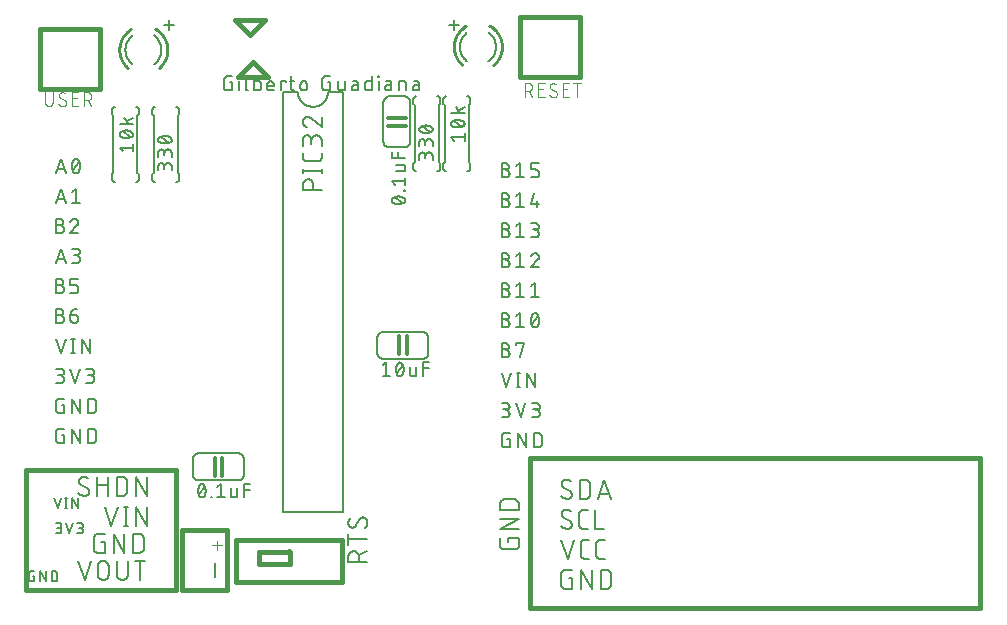
<source format=gbr>
G04 EAGLE Gerber RS-274X export*
G75*
%MOMM*%
%FSLAX34Y34*%
%LPD*%
%INSilkscreen Top*%
%IPPOS*%
%AMOC8*
5,1,8,0,0,1.08239X$1,22.5*%
G01*
%ADD10C,0.203200*%
%ADD11C,0.406400*%
%ADD12C,0.152400*%
%ADD13C,0.304800*%
%ADD14C,0.127000*%
%ADD15C,0.254000*%
%ADD16C,0.177800*%
%ADD17C,0.101600*%


D10*
X36576Y362966D02*
X40640Y375158D01*
X44704Y362966D01*
X43688Y366014D02*
X37592Y366014D01*
X50055Y369062D02*
X50058Y369302D01*
X50066Y369542D01*
X50081Y369781D01*
X50101Y370020D01*
X50126Y370258D01*
X50158Y370496D01*
X50195Y370733D01*
X50238Y370969D01*
X50286Y371204D01*
X50340Y371438D01*
X50399Y371670D01*
X50464Y371901D01*
X50535Y372130D01*
X50611Y372358D01*
X50692Y372583D01*
X50779Y372807D01*
X50871Y373029D01*
X50968Y373248D01*
X51071Y373465D01*
X51105Y373556D01*
X51142Y373646D01*
X51182Y373734D01*
X51225Y373821D01*
X51272Y373906D01*
X51323Y373989D01*
X51376Y374070D01*
X51433Y374149D01*
X51492Y374226D01*
X51555Y374301D01*
X51620Y374372D01*
X51688Y374442D01*
X51759Y374508D01*
X51832Y374572D01*
X51907Y374633D01*
X51985Y374691D01*
X52066Y374746D01*
X52148Y374798D01*
X52232Y374846D01*
X52318Y374892D01*
X52405Y374934D01*
X52495Y374972D01*
X52585Y375007D01*
X52677Y375038D01*
X52770Y375066D01*
X52864Y375091D01*
X52959Y375111D01*
X53055Y375128D01*
X53151Y375141D01*
X53248Y375150D01*
X53345Y375156D01*
X53442Y375158D01*
X53539Y375156D01*
X53636Y375150D01*
X53733Y375141D01*
X53829Y375128D01*
X53925Y375111D01*
X54020Y375091D01*
X54114Y375066D01*
X54207Y375038D01*
X54299Y375007D01*
X54389Y374972D01*
X54479Y374934D01*
X54566Y374892D01*
X54652Y374846D01*
X54736Y374798D01*
X54818Y374746D01*
X54899Y374691D01*
X54977Y374633D01*
X55052Y374572D01*
X55125Y374508D01*
X55196Y374442D01*
X55264Y374372D01*
X55329Y374301D01*
X55392Y374226D01*
X55451Y374149D01*
X55508Y374070D01*
X55561Y373989D01*
X55612Y373906D01*
X55659Y373821D01*
X55702Y373734D01*
X55742Y373646D01*
X55779Y373556D01*
X55813Y373465D01*
X55812Y373465D02*
X55915Y373248D01*
X56012Y373029D01*
X56104Y372807D01*
X56191Y372583D01*
X56272Y372358D01*
X56348Y372130D01*
X56419Y371901D01*
X56484Y371670D01*
X56543Y371438D01*
X56597Y371204D01*
X56645Y370969D01*
X56688Y370733D01*
X56725Y370496D01*
X56757Y370258D01*
X56782Y370020D01*
X56802Y369781D01*
X56817Y369542D01*
X56825Y369302D01*
X56828Y369062D01*
X50055Y369062D02*
X50058Y368822D01*
X50066Y368582D01*
X50081Y368343D01*
X50101Y368104D01*
X50126Y367866D01*
X50158Y367628D01*
X50195Y367391D01*
X50238Y367155D01*
X50286Y366920D01*
X50340Y366686D01*
X50399Y366454D01*
X50464Y366223D01*
X50535Y365994D01*
X50611Y365766D01*
X50692Y365541D01*
X50779Y365317D01*
X50871Y365095D01*
X50968Y364876D01*
X51071Y364659D01*
X51105Y364568D01*
X51142Y364478D01*
X51182Y364390D01*
X51225Y364303D01*
X51272Y364218D01*
X51323Y364135D01*
X51376Y364054D01*
X51433Y363975D01*
X51492Y363898D01*
X51555Y363823D01*
X51620Y363752D01*
X51688Y363682D01*
X51759Y363616D01*
X51832Y363552D01*
X51907Y363491D01*
X51985Y363433D01*
X52066Y363378D01*
X52148Y363326D01*
X52232Y363278D01*
X52318Y363232D01*
X52405Y363190D01*
X52495Y363152D01*
X52585Y363117D01*
X52677Y363086D01*
X52770Y363058D01*
X52864Y363033D01*
X52959Y363013D01*
X53055Y362996D01*
X53151Y362983D01*
X53248Y362974D01*
X53345Y362968D01*
X53442Y362966D01*
X55812Y364659D02*
X55915Y364876D01*
X56012Y365095D01*
X56104Y365317D01*
X56191Y365541D01*
X56272Y365766D01*
X56348Y365994D01*
X56419Y366223D01*
X56484Y366454D01*
X56543Y366686D01*
X56597Y366920D01*
X56645Y367155D01*
X56688Y367391D01*
X56725Y367628D01*
X56757Y367866D01*
X56782Y368104D01*
X56802Y368343D01*
X56817Y368582D01*
X56825Y368822D01*
X56828Y369062D01*
X55813Y364659D02*
X55779Y364568D01*
X55742Y364478D01*
X55702Y364390D01*
X55659Y364303D01*
X55612Y364218D01*
X55561Y364135D01*
X55508Y364054D01*
X55451Y363975D01*
X55392Y363898D01*
X55329Y363823D01*
X55264Y363752D01*
X55196Y363682D01*
X55125Y363616D01*
X55052Y363552D01*
X54977Y363491D01*
X54899Y363433D01*
X54818Y363378D01*
X54736Y363326D01*
X54652Y363278D01*
X54566Y363232D01*
X54479Y363190D01*
X54389Y363152D01*
X54299Y363117D01*
X54207Y363086D01*
X54114Y363058D01*
X54020Y363033D01*
X53925Y363013D01*
X53829Y362996D01*
X53733Y362983D01*
X53636Y362974D01*
X53539Y362968D01*
X53442Y362966D01*
X50732Y365675D02*
X56151Y372449D01*
X40640Y349758D02*
X36576Y337566D01*
X44704Y337566D02*
X40640Y349758D01*
X43688Y340614D02*
X37592Y340614D01*
X50055Y347049D02*
X53442Y349758D01*
X53442Y337566D01*
X56828Y337566D02*
X50055Y337566D01*
X39963Y318939D02*
X36576Y318939D01*
X39963Y318940D02*
X40079Y318938D01*
X40194Y318932D01*
X40309Y318922D01*
X40424Y318908D01*
X40538Y318891D01*
X40652Y318869D01*
X40765Y318844D01*
X40877Y318814D01*
X40988Y318781D01*
X41097Y318744D01*
X41206Y318704D01*
X41312Y318660D01*
X41418Y318612D01*
X41521Y318560D01*
X41623Y318505D01*
X41723Y318447D01*
X41821Y318385D01*
X41916Y318320D01*
X42010Y318252D01*
X42100Y318180D01*
X42189Y318106D01*
X42275Y318028D01*
X42358Y317948D01*
X42438Y317865D01*
X42516Y317779D01*
X42590Y317690D01*
X42662Y317600D01*
X42730Y317506D01*
X42795Y317411D01*
X42857Y317313D01*
X42915Y317213D01*
X42970Y317111D01*
X43022Y317008D01*
X43070Y316902D01*
X43114Y316796D01*
X43154Y316687D01*
X43191Y316578D01*
X43224Y316467D01*
X43254Y316355D01*
X43279Y316242D01*
X43301Y316128D01*
X43318Y316014D01*
X43332Y315899D01*
X43342Y315784D01*
X43348Y315669D01*
X43350Y315553D01*
X43348Y315437D01*
X43342Y315322D01*
X43332Y315207D01*
X43318Y315092D01*
X43301Y314978D01*
X43279Y314864D01*
X43254Y314751D01*
X43224Y314639D01*
X43191Y314528D01*
X43154Y314419D01*
X43114Y314310D01*
X43070Y314204D01*
X43022Y314098D01*
X42970Y313995D01*
X42915Y313893D01*
X42857Y313793D01*
X42795Y313695D01*
X42730Y313600D01*
X42662Y313506D01*
X42590Y313416D01*
X42516Y313327D01*
X42438Y313241D01*
X42358Y313158D01*
X42275Y313078D01*
X42189Y313000D01*
X42100Y312926D01*
X42010Y312854D01*
X41916Y312786D01*
X41821Y312721D01*
X41723Y312659D01*
X41623Y312601D01*
X41521Y312546D01*
X41418Y312494D01*
X41312Y312446D01*
X41206Y312402D01*
X41097Y312362D01*
X40988Y312325D01*
X40877Y312292D01*
X40765Y312262D01*
X40652Y312237D01*
X40538Y312215D01*
X40424Y312198D01*
X40309Y312184D01*
X40194Y312174D01*
X40079Y312168D01*
X39963Y312166D01*
X36576Y312166D01*
X36576Y324358D01*
X39963Y324358D01*
X40066Y324356D01*
X40168Y324350D01*
X40270Y324341D01*
X40372Y324327D01*
X40473Y324310D01*
X40573Y324288D01*
X40672Y324263D01*
X40771Y324235D01*
X40868Y324202D01*
X40964Y324166D01*
X41059Y324127D01*
X41152Y324083D01*
X41243Y324037D01*
X41332Y323986D01*
X41420Y323933D01*
X41505Y323876D01*
X41588Y323816D01*
X41669Y323753D01*
X41748Y323687D01*
X41823Y323618D01*
X41897Y323546D01*
X41967Y323472D01*
X42035Y323395D01*
X42099Y323315D01*
X42161Y323233D01*
X42219Y323149D01*
X42274Y323062D01*
X42326Y322974D01*
X42374Y322883D01*
X42419Y322791D01*
X42461Y322698D01*
X42499Y322602D01*
X42533Y322506D01*
X42564Y322408D01*
X42590Y322309D01*
X42614Y322209D01*
X42633Y322108D01*
X42648Y322007D01*
X42660Y321905D01*
X42668Y321803D01*
X42672Y321700D01*
X42672Y321598D01*
X42668Y321495D01*
X42660Y321393D01*
X42648Y321291D01*
X42633Y321190D01*
X42614Y321089D01*
X42590Y320989D01*
X42564Y320890D01*
X42533Y320792D01*
X42499Y320696D01*
X42461Y320600D01*
X42419Y320507D01*
X42374Y320415D01*
X42326Y320324D01*
X42274Y320236D01*
X42219Y320149D01*
X42161Y320065D01*
X42099Y319983D01*
X42035Y319903D01*
X41967Y319826D01*
X41897Y319752D01*
X41823Y319680D01*
X41748Y319611D01*
X41669Y319545D01*
X41588Y319482D01*
X41505Y319422D01*
X41420Y319365D01*
X41332Y319312D01*
X41243Y319261D01*
X41152Y319215D01*
X41059Y319171D01*
X40964Y319132D01*
X40868Y319096D01*
X40771Y319063D01*
X40672Y319035D01*
X40573Y319010D01*
X40473Y318988D01*
X40372Y318971D01*
X40270Y318957D01*
X40168Y318948D01*
X40066Y318942D01*
X39963Y318940D01*
X52412Y324358D02*
X52521Y324356D01*
X52629Y324350D01*
X52738Y324341D01*
X52846Y324327D01*
X52953Y324310D01*
X53060Y324288D01*
X53166Y324263D01*
X53271Y324235D01*
X53375Y324202D01*
X53477Y324166D01*
X53578Y324126D01*
X53678Y324083D01*
X53776Y324036D01*
X53873Y323985D01*
X53967Y323931D01*
X54060Y323874D01*
X54150Y323814D01*
X54239Y323750D01*
X54325Y323683D01*
X54408Y323614D01*
X54489Y323541D01*
X54567Y323465D01*
X54643Y323387D01*
X54716Y323306D01*
X54785Y323223D01*
X54852Y323137D01*
X54916Y323048D01*
X54976Y322958D01*
X55033Y322865D01*
X55087Y322771D01*
X55138Y322674D01*
X55185Y322576D01*
X55228Y322476D01*
X55268Y322375D01*
X55304Y322273D01*
X55337Y322169D01*
X55365Y322064D01*
X55390Y321958D01*
X55412Y321851D01*
X55429Y321744D01*
X55443Y321636D01*
X55452Y321527D01*
X55458Y321419D01*
X55460Y321310D01*
X52412Y324358D02*
X52289Y324356D01*
X52166Y324350D01*
X52043Y324341D01*
X51921Y324327D01*
X51799Y324310D01*
X51678Y324289D01*
X51557Y324264D01*
X51437Y324235D01*
X51319Y324202D01*
X51201Y324166D01*
X51085Y324126D01*
X50969Y324083D01*
X50856Y324035D01*
X50743Y323985D01*
X50633Y323931D01*
X50524Y323873D01*
X50417Y323812D01*
X50312Y323747D01*
X50209Y323680D01*
X50109Y323609D01*
X50010Y323535D01*
X49914Y323458D01*
X49821Y323378D01*
X49730Y323295D01*
X49641Y323209D01*
X49556Y323121D01*
X49473Y323030D01*
X49393Y322936D01*
X49316Y322840D01*
X49242Y322741D01*
X49172Y322641D01*
X49104Y322538D01*
X49040Y322433D01*
X48979Y322326D01*
X48921Y322217D01*
X48867Y322106D01*
X48817Y321994D01*
X48770Y321880D01*
X48726Y321765D01*
X48687Y321649D01*
X54444Y318939D02*
X54523Y319017D01*
X54599Y319097D01*
X54672Y319179D01*
X54742Y319265D01*
X54810Y319352D01*
X54875Y319442D01*
X54936Y319533D01*
X54994Y319627D01*
X55050Y319723D01*
X55101Y319820D01*
X55150Y319920D01*
X55195Y320020D01*
X55237Y320123D01*
X55275Y320226D01*
X55310Y320331D01*
X55341Y320437D01*
X55369Y320544D01*
X55393Y320652D01*
X55414Y320760D01*
X55430Y320869D01*
X55443Y320979D01*
X55453Y321089D01*
X55458Y321200D01*
X55460Y321310D01*
X54444Y318939D02*
X48687Y312166D01*
X55460Y312166D01*
X40640Y298958D02*
X36576Y286766D01*
X44704Y286766D02*
X40640Y298958D01*
X43688Y289814D02*
X37592Y289814D01*
X50055Y286766D02*
X53442Y286766D01*
X53558Y286768D01*
X53673Y286774D01*
X53788Y286784D01*
X53903Y286798D01*
X54017Y286815D01*
X54131Y286837D01*
X54244Y286862D01*
X54356Y286892D01*
X54467Y286925D01*
X54576Y286962D01*
X54685Y287002D01*
X54791Y287046D01*
X54897Y287094D01*
X55000Y287146D01*
X55102Y287201D01*
X55202Y287259D01*
X55300Y287321D01*
X55395Y287386D01*
X55489Y287454D01*
X55579Y287526D01*
X55668Y287600D01*
X55754Y287678D01*
X55837Y287758D01*
X55917Y287841D01*
X55995Y287927D01*
X56069Y288016D01*
X56141Y288106D01*
X56209Y288200D01*
X56274Y288295D01*
X56336Y288393D01*
X56394Y288493D01*
X56449Y288595D01*
X56501Y288698D01*
X56549Y288804D01*
X56593Y288910D01*
X56633Y289019D01*
X56670Y289128D01*
X56703Y289239D01*
X56733Y289351D01*
X56758Y289464D01*
X56780Y289578D01*
X56797Y289692D01*
X56811Y289807D01*
X56821Y289922D01*
X56827Y290037D01*
X56829Y290153D01*
X56827Y290269D01*
X56821Y290384D01*
X56811Y290499D01*
X56797Y290614D01*
X56780Y290728D01*
X56758Y290842D01*
X56733Y290955D01*
X56703Y291067D01*
X56670Y291178D01*
X56633Y291287D01*
X56593Y291396D01*
X56549Y291502D01*
X56501Y291608D01*
X56449Y291711D01*
X56394Y291813D01*
X56336Y291913D01*
X56274Y292011D01*
X56209Y292106D01*
X56141Y292200D01*
X56069Y292290D01*
X55995Y292379D01*
X55917Y292465D01*
X55837Y292548D01*
X55754Y292628D01*
X55668Y292706D01*
X55579Y292780D01*
X55489Y292852D01*
X55395Y292920D01*
X55300Y292985D01*
X55202Y293047D01*
X55102Y293105D01*
X55000Y293160D01*
X54897Y293212D01*
X54791Y293260D01*
X54685Y293304D01*
X54576Y293344D01*
X54467Y293381D01*
X54356Y293414D01*
X54244Y293444D01*
X54131Y293469D01*
X54017Y293491D01*
X53903Y293508D01*
X53788Y293522D01*
X53673Y293532D01*
X53558Y293538D01*
X53442Y293540D01*
X54119Y298958D02*
X50055Y298958D01*
X54119Y298958D02*
X54222Y298956D01*
X54324Y298950D01*
X54426Y298941D01*
X54528Y298927D01*
X54629Y298910D01*
X54729Y298888D01*
X54828Y298863D01*
X54927Y298835D01*
X55024Y298802D01*
X55120Y298766D01*
X55215Y298727D01*
X55308Y298683D01*
X55399Y298637D01*
X55488Y298586D01*
X55576Y298533D01*
X55661Y298476D01*
X55744Y298416D01*
X55825Y298353D01*
X55904Y298287D01*
X55979Y298218D01*
X56053Y298146D01*
X56123Y298072D01*
X56191Y297995D01*
X56255Y297915D01*
X56317Y297833D01*
X56375Y297749D01*
X56430Y297662D01*
X56482Y297574D01*
X56530Y297483D01*
X56575Y297391D01*
X56617Y297298D01*
X56655Y297202D01*
X56689Y297106D01*
X56720Y297008D01*
X56746Y296909D01*
X56770Y296809D01*
X56789Y296708D01*
X56804Y296607D01*
X56816Y296505D01*
X56824Y296403D01*
X56828Y296300D01*
X56828Y296198D01*
X56824Y296095D01*
X56816Y295993D01*
X56804Y295891D01*
X56789Y295790D01*
X56770Y295689D01*
X56746Y295589D01*
X56720Y295490D01*
X56689Y295392D01*
X56655Y295296D01*
X56617Y295200D01*
X56575Y295107D01*
X56530Y295015D01*
X56482Y294924D01*
X56430Y294836D01*
X56375Y294749D01*
X56317Y294665D01*
X56255Y294583D01*
X56191Y294503D01*
X56123Y294426D01*
X56053Y294352D01*
X55979Y294280D01*
X55904Y294211D01*
X55825Y294145D01*
X55744Y294082D01*
X55661Y294022D01*
X55576Y293965D01*
X55488Y293912D01*
X55399Y293861D01*
X55308Y293815D01*
X55215Y293771D01*
X55120Y293732D01*
X55024Y293696D01*
X54927Y293663D01*
X54828Y293635D01*
X54729Y293610D01*
X54629Y293588D01*
X54528Y293571D01*
X54426Y293557D01*
X54324Y293548D01*
X54222Y293542D01*
X54119Y293540D01*
X54119Y293539D02*
X51410Y293539D01*
X39963Y268139D02*
X36576Y268139D01*
X39963Y268140D02*
X40079Y268138D01*
X40194Y268132D01*
X40309Y268122D01*
X40424Y268108D01*
X40538Y268091D01*
X40652Y268069D01*
X40765Y268044D01*
X40877Y268014D01*
X40988Y267981D01*
X41097Y267944D01*
X41206Y267904D01*
X41312Y267860D01*
X41418Y267812D01*
X41521Y267760D01*
X41623Y267705D01*
X41723Y267647D01*
X41821Y267585D01*
X41916Y267520D01*
X42010Y267452D01*
X42100Y267380D01*
X42189Y267306D01*
X42275Y267228D01*
X42358Y267148D01*
X42438Y267065D01*
X42516Y266979D01*
X42590Y266890D01*
X42662Y266800D01*
X42730Y266706D01*
X42795Y266611D01*
X42857Y266513D01*
X42915Y266413D01*
X42970Y266311D01*
X43022Y266208D01*
X43070Y266102D01*
X43114Y265996D01*
X43154Y265887D01*
X43191Y265778D01*
X43224Y265667D01*
X43254Y265555D01*
X43279Y265442D01*
X43301Y265328D01*
X43318Y265214D01*
X43332Y265099D01*
X43342Y264984D01*
X43348Y264869D01*
X43350Y264753D01*
X43348Y264637D01*
X43342Y264522D01*
X43332Y264407D01*
X43318Y264292D01*
X43301Y264178D01*
X43279Y264064D01*
X43254Y263951D01*
X43224Y263839D01*
X43191Y263728D01*
X43154Y263619D01*
X43114Y263510D01*
X43070Y263404D01*
X43022Y263298D01*
X42970Y263195D01*
X42915Y263093D01*
X42857Y262993D01*
X42795Y262895D01*
X42730Y262800D01*
X42662Y262706D01*
X42590Y262616D01*
X42516Y262527D01*
X42438Y262441D01*
X42358Y262358D01*
X42275Y262278D01*
X42189Y262200D01*
X42100Y262126D01*
X42010Y262054D01*
X41916Y261986D01*
X41821Y261921D01*
X41723Y261859D01*
X41623Y261801D01*
X41521Y261746D01*
X41418Y261694D01*
X41312Y261646D01*
X41206Y261602D01*
X41097Y261562D01*
X40988Y261525D01*
X40877Y261492D01*
X40765Y261462D01*
X40652Y261437D01*
X40538Y261415D01*
X40424Y261398D01*
X40309Y261384D01*
X40194Y261374D01*
X40079Y261368D01*
X39963Y261366D01*
X36576Y261366D01*
X36576Y273558D01*
X39963Y273558D01*
X40066Y273556D01*
X40168Y273550D01*
X40270Y273541D01*
X40372Y273527D01*
X40473Y273510D01*
X40573Y273488D01*
X40672Y273463D01*
X40771Y273435D01*
X40868Y273402D01*
X40964Y273366D01*
X41059Y273327D01*
X41152Y273283D01*
X41243Y273237D01*
X41332Y273186D01*
X41420Y273133D01*
X41505Y273076D01*
X41588Y273016D01*
X41669Y272953D01*
X41748Y272887D01*
X41823Y272818D01*
X41897Y272746D01*
X41967Y272672D01*
X42035Y272595D01*
X42099Y272515D01*
X42161Y272433D01*
X42219Y272349D01*
X42274Y272262D01*
X42326Y272174D01*
X42374Y272083D01*
X42419Y271991D01*
X42461Y271898D01*
X42499Y271802D01*
X42533Y271706D01*
X42564Y271608D01*
X42590Y271509D01*
X42614Y271409D01*
X42633Y271308D01*
X42648Y271207D01*
X42660Y271105D01*
X42668Y271003D01*
X42672Y270900D01*
X42672Y270798D01*
X42668Y270695D01*
X42660Y270593D01*
X42648Y270491D01*
X42633Y270390D01*
X42614Y270289D01*
X42590Y270189D01*
X42564Y270090D01*
X42533Y269992D01*
X42499Y269896D01*
X42461Y269800D01*
X42419Y269707D01*
X42374Y269615D01*
X42326Y269524D01*
X42274Y269436D01*
X42219Y269349D01*
X42161Y269265D01*
X42099Y269183D01*
X42035Y269103D01*
X41967Y269026D01*
X41897Y268952D01*
X41823Y268880D01*
X41748Y268811D01*
X41669Y268745D01*
X41588Y268682D01*
X41505Y268622D01*
X41420Y268565D01*
X41332Y268512D01*
X41243Y268461D01*
X41152Y268415D01*
X41059Y268371D01*
X40964Y268332D01*
X40868Y268296D01*
X40771Y268263D01*
X40672Y268235D01*
X40573Y268210D01*
X40473Y268188D01*
X40372Y268171D01*
X40270Y268157D01*
X40168Y268148D01*
X40066Y268142D01*
X39963Y268140D01*
X48687Y261366D02*
X52751Y261366D01*
X52852Y261368D01*
X52953Y261374D01*
X53054Y261383D01*
X53155Y261396D01*
X53255Y261413D01*
X53354Y261434D01*
X53452Y261458D01*
X53549Y261486D01*
X53646Y261518D01*
X53741Y261553D01*
X53834Y261592D01*
X53926Y261634D01*
X54017Y261680D01*
X54105Y261729D01*
X54192Y261781D01*
X54277Y261837D01*
X54360Y261895D01*
X54440Y261957D01*
X54518Y262022D01*
X54594Y262089D01*
X54667Y262159D01*
X54737Y262232D01*
X54804Y262308D01*
X54869Y262386D01*
X54931Y262466D01*
X54989Y262549D01*
X55045Y262634D01*
X55097Y262721D01*
X55146Y262809D01*
X55192Y262900D01*
X55234Y262992D01*
X55273Y263085D01*
X55308Y263180D01*
X55340Y263277D01*
X55368Y263374D01*
X55392Y263472D01*
X55413Y263571D01*
X55430Y263671D01*
X55443Y263772D01*
X55452Y263873D01*
X55458Y263974D01*
X55460Y264075D01*
X55460Y265430D01*
X55458Y265531D01*
X55452Y265632D01*
X55443Y265733D01*
X55430Y265834D01*
X55413Y265934D01*
X55392Y266033D01*
X55368Y266131D01*
X55340Y266228D01*
X55308Y266325D01*
X55273Y266420D01*
X55234Y266513D01*
X55192Y266605D01*
X55146Y266696D01*
X55097Y266785D01*
X55045Y266871D01*
X54989Y266956D01*
X54931Y267039D01*
X54869Y267119D01*
X54804Y267197D01*
X54737Y267273D01*
X54667Y267346D01*
X54594Y267416D01*
X54518Y267483D01*
X54440Y267548D01*
X54360Y267610D01*
X54277Y267668D01*
X54192Y267724D01*
X54106Y267776D01*
X54017Y267825D01*
X53926Y267871D01*
X53834Y267913D01*
X53741Y267952D01*
X53646Y267987D01*
X53549Y268019D01*
X53452Y268047D01*
X53354Y268071D01*
X53255Y268092D01*
X53155Y268109D01*
X53054Y268122D01*
X52953Y268131D01*
X52852Y268137D01*
X52751Y268139D01*
X48687Y268139D01*
X48687Y273558D01*
X55460Y273558D01*
X39963Y242739D02*
X36576Y242739D01*
X39963Y242740D02*
X40079Y242738D01*
X40194Y242732D01*
X40309Y242722D01*
X40424Y242708D01*
X40538Y242691D01*
X40652Y242669D01*
X40765Y242644D01*
X40877Y242614D01*
X40988Y242581D01*
X41097Y242544D01*
X41206Y242504D01*
X41312Y242460D01*
X41418Y242412D01*
X41521Y242360D01*
X41623Y242305D01*
X41723Y242247D01*
X41821Y242185D01*
X41916Y242120D01*
X42010Y242052D01*
X42100Y241980D01*
X42189Y241906D01*
X42275Y241828D01*
X42358Y241748D01*
X42438Y241665D01*
X42516Y241579D01*
X42590Y241490D01*
X42662Y241400D01*
X42730Y241306D01*
X42795Y241211D01*
X42857Y241113D01*
X42915Y241013D01*
X42970Y240911D01*
X43022Y240808D01*
X43070Y240702D01*
X43114Y240596D01*
X43154Y240487D01*
X43191Y240378D01*
X43224Y240267D01*
X43254Y240155D01*
X43279Y240042D01*
X43301Y239928D01*
X43318Y239814D01*
X43332Y239699D01*
X43342Y239584D01*
X43348Y239469D01*
X43350Y239353D01*
X43348Y239237D01*
X43342Y239122D01*
X43332Y239007D01*
X43318Y238892D01*
X43301Y238778D01*
X43279Y238664D01*
X43254Y238551D01*
X43224Y238439D01*
X43191Y238328D01*
X43154Y238219D01*
X43114Y238110D01*
X43070Y238004D01*
X43022Y237898D01*
X42970Y237795D01*
X42915Y237693D01*
X42857Y237593D01*
X42795Y237495D01*
X42730Y237400D01*
X42662Y237306D01*
X42590Y237216D01*
X42516Y237127D01*
X42438Y237041D01*
X42358Y236958D01*
X42275Y236878D01*
X42189Y236800D01*
X42100Y236726D01*
X42010Y236654D01*
X41916Y236586D01*
X41821Y236521D01*
X41723Y236459D01*
X41623Y236401D01*
X41521Y236346D01*
X41418Y236294D01*
X41312Y236246D01*
X41206Y236202D01*
X41097Y236162D01*
X40988Y236125D01*
X40877Y236092D01*
X40765Y236062D01*
X40652Y236037D01*
X40538Y236015D01*
X40424Y235998D01*
X40309Y235984D01*
X40194Y235974D01*
X40079Y235968D01*
X39963Y235966D01*
X36576Y235966D01*
X36576Y248158D01*
X39963Y248158D01*
X40066Y248156D01*
X40168Y248150D01*
X40270Y248141D01*
X40372Y248127D01*
X40473Y248110D01*
X40573Y248088D01*
X40672Y248063D01*
X40771Y248035D01*
X40868Y248002D01*
X40964Y247966D01*
X41059Y247927D01*
X41152Y247883D01*
X41243Y247837D01*
X41332Y247786D01*
X41420Y247733D01*
X41505Y247676D01*
X41588Y247616D01*
X41669Y247553D01*
X41748Y247487D01*
X41823Y247418D01*
X41897Y247346D01*
X41967Y247272D01*
X42035Y247195D01*
X42099Y247115D01*
X42161Y247033D01*
X42219Y246949D01*
X42274Y246862D01*
X42326Y246774D01*
X42374Y246683D01*
X42419Y246591D01*
X42461Y246498D01*
X42499Y246402D01*
X42533Y246306D01*
X42564Y246208D01*
X42590Y246109D01*
X42614Y246009D01*
X42633Y245908D01*
X42648Y245807D01*
X42660Y245705D01*
X42668Y245603D01*
X42672Y245500D01*
X42672Y245398D01*
X42668Y245295D01*
X42660Y245193D01*
X42648Y245091D01*
X42633Y244990D01*
X42614Y244889D01*
X42590Y244789D01*
X42564Y244690D01*
X42533Y244592D01*
X42499Y244496D01*
X42461Y244400D01*
X42419Y244307D01*
X42374Y244215D01*
X42326Y244124D01*
X42274Y244036D01*
X42219Y243949D01*
X42161Y243865D01*
X42099Y243783D01*
X42035Y243703D01*
X41967Y243626D01*
X41897Y243552D01*
X41823Y243480D01*
X41748Y243411D01*
X41669Y243345D01*
X41588Y243282D01*
X41505Y243222D01*
X41420Y243165D01*
X41332Y243112D01*
X41243Y243061D01*
X41152Y243015D01*
X41059Y242971D01*
X40964Y242932D01*
X40868Y242896D01*
X40771Y242863D01*
X40672Y242835D01*
X40573Y242810D01*
X40473Y242788D01*
X40372Y242771D01*
X40270Y242757D01*
X40168Y242748D01*
X40066Y242742D01*
X39963Y242740D01*
X48687Y242739D02*
X52751Y242739D01*
X52852Y242737D01*
X52953Y242731D01*
X53054Y242722D01*
X53155Y242709D01*
X53255Y242692D01*
X53354Y242671D01*
X53452Y242647D01*
X53549Y242619D01*
X53646Y242587D01*
X53741Y242552D01*
X53834Y242513D01*
X53926Y242471D01*
X54017Y242425D01*
X54106Y242376D01*
X54192Y242324D01*
X54277Y242268D01*
X54360Y242210D01*
X54440Y242148D01*
X54518Y242083D01*
X54594Y242016D01*
X54667Y241946D01*
X54737Y241873D01*
X54804Y241797D01*
X54869Y241719D01*
X54931Y241639D01*
X54989Y241556D01*
X55045Y241471D01*
X55097Y241385D01*
X55146Y241296D01*
X55192Y241205D01*
X55234Y241113D01*
X55273Y241020D01*
X55308Y240925D01*
X55340Y240828D01*
X55368Y240731D01*
X55392Y240633D01*
X55413Y240534D01*
X55430Y240434D01*
X55443Y240333D01*
X55452Y240232D01*
X55458Y240131D01*
X55460Y240030D01*
X55460Y239353D01*
X55458Y239237D01*
X55452Y239122D01*
X55442Y239007D01*
X55428Y238892D01*
X55411Y238778D01*
X55389Y238664D01*
X55364Y238551D01*
X55334Y238439D01*
X55301Y238328D01*
X55264Y238219D01*
X55224Y238110D01*
X55180Y238004D01*
X55132Y237898D01*
X55080Y237795D01*
X55025Y237693D01*
X54967Y237593D01*
X54905Y237495D01*
X54840Y237400D01*
X54772Y237306D01*
X54700Y237216D01*
X54626Y237127D01*
X54548Y237041D01*
X54468Y236958D01*
X54385Y236878D01*
X54299Y236800D01*
X54210Y236726D01*
X54120Y236654D01*
X54026Y236586D01*
X53931Y236521D01*
X53833Y236459D01*
X53733Y236401D01*
X53631Y236346D01*
X53528Y236294D01*
X53422Y236246D01*
X53316Y236202D01*
X53207Y236162D01*
X53098Y236125D01*
X52987Y236092D01*
X52875Y236062D01*
X52762Y236037D01*
X52648Y236015D01*
X52534Y235998D01*
X52419Y235984D01*
X52304Y235974D01*
X52189Y235968D01*
X52073Y235966D01*
X51957Y235968D01*
X51842Y235974D01*
X51727Y235984D01*
X51612Y235998D01*
X51498Y236015D01*
X51384Y236037D01*
X51271Y236062D01*
X51159Y236092D01*
X51048Y236125D01*
X50939Y236162D01*
X50830Y236202D01*
X50724Y236246D01*
X50618Y236294D01*
X50515Y236346D01*
X50413Y236401D01*
X50313Y236459D01*
X50215Y236521D01*
X50120Y236586D01*
X50026Y236654D01*
X49936Y236726D01*
X49847Y236800D01*
X49761Y236878D01*
X49678Y236958D01*
X49598Y237041D01*
X49520Y237127D01*
X49446Y237216D01*
X49374Y237306D01*
X49306Y237400D01*
X49241Y237495D01*
X49179Y237593D01*
X49121Y237693D01*
X49066Y237795D01*
X49014Y237898D01*
X48966Y238004D01*
X48922Y238110D01*
X48882Y238219D01*
X48845Y238328D01*
X48812Y238439D01*
X48782Y238551D01*
X48757Y238664D01*
X48735Y238778D01*
X48718Y238892D01*
X48704Y239007D01*
X48694Y239122D01*
X48688Y239237D01*
X48686Y239353D01*
X48687Y239353D02*
X48687Y242739D01*
X48686Y242739D02*
X48688Y242886D01*
X48694Y243032D01*
X48704Y243179D01*
X48718Y243325D01*
X48736Y243471D01*
X48757Y243616D01*
X48783Y243760D01*
X48813Y243904D01*
X48846Y244047D01*
X48884Y244189D01*
X48925Y244330D01*
X48970Y244469D01*
X49018Y244608D01*
X49071Y244745D01*
X49127Y244880D01*
X49187Y245014D01*
X49250Y245147D01*
X49317Y245277D01*
X49388Y245406D01*
X49462Y245533D01*
X49539Y245657D01*
X49620Y245780D01*
X49704Y245900D01*
X49791Y246018D01*
X49881Y246134D01*
X49975Y246247D01*
X50071Y246358D01*
X50171Y246466D01*
X50273Y246571D01*
X50378Y246673D01*
X50486Y246773D01*
X50597Y246869D01*
X50710Y246963D01*
X50826Y247053D01*
X50944Y247140D01*
X51064Y247224D01*
X51186Y247305D01*
X51311Y247382D01*
X51438Y247456D01*
X51567Y247527D01*
X51697Y247594D01*
X51830Y247657D01*
X51964Y247717D01*
X52099Y247773D01*
X52236Y247826D01*
X52375Y247874D01*
X52514Y247919D01*
X52655Y247960D01*
X52797Y247998D01*
X52940Y248031D01*
X53084Y248061D01*
X53228Y248087D01*
X53373Y248108D01*
X53519Y248126D01*
X53665Y248140D01*
X53812Y248150D01*
X53958Y248156D01*
X54105Y248158D01*
X36576Y222758D02*
X40640Y210566D01*
X44704Y222758D01*
X50881Y222758D02*
X50881Y210566D01*
X49527Y210566D02*
X52236Y210566D01*
X52236Y222758D02*
X49527Y222758D01*
X58163Y222758D02*
X58163Y210566D01*
X64936Y210566D02*
X58163Y222758D01*
X64936Y222758D02*
X64936Y210566D01*
X39963Y185166D02*
X36576Y185166D01*
X39963Y185166D02*
X40079Y185168D01*
X40194Y185174D01*
X40309Y185184D01*
X40424Y185198D01*
X40538Y185215D01*
X40652Y185237D01*
X40765Y185262D01*
X40877Y185292D01*
X40988Y185325D01*
X41097Y185362D01*
X41206Y185402D01*
X41312Y185446D01*
X41418Y185494D01*
X41521Y185546D01*
X41623Y185601D01*
X41723Y185659D01*
X41821Y185721D01*
X41916Y185786D01*
X42010Y185854D01*
X42100Y185926D01*
X42189Y186000D01*
X42275Y186078D01*
X42358Y186158D01*
X42438Y186241D01*
X42516Y186327D01*
X42590Y186416D01*
X42662Y186506D01*
X42730Y186600D01*
X42795Y186695D01*
X42857Y186793D01*
X42915Y186893D01*
X42970Y186995D01*
X43022Y187098D01*
X43070Y187204D01*
X43114Y187310D01*
X43154Y187419D01*
X43191Y187528D01*
X43224Y187639D01*
X43254Y187751D01*
X43279Y187864D01*
X43301Y187978D01*
X43318Y188092D01*
X43332Y188207D01*
X43342Y188322D01*
X43348Y188437D01*
X43350Y188553D01*
X43348Y188669D01*
X43342Y188784D01*
X43332Y188899D01*
X43318Y189014D01*
X43301Y189128D01*
X43279Y189242D01*
X43254Y189355D01*
X43224Y189467D01*
X43191Y189578D01*
X43154Y189687D01*
X43114Y189796D01*
X43070Y189902D01*
X43022Y190008D01*
X42970Y190111D01*
X42915Y190213D01*
X42857Y190313D01*
X42795Y190411D01*
X42730Y190506D01*
X42662Y190600D01*
X42590Y190690D01*
X42516Y190779D01*
X42438Y190865D01*
X42358Y190948D01*
X42275Y191028D01*
X42189Y191106D01*
X42100Y191180D01*
X42010Y191252D01*
X41916Y191320D01*
X41821Y191385D01*
X41723Y191447D01*
X41623Y191505D01*
X41521Y191560D01*
X41418Y191612D01*
X41312Y191660D01*
X41206Y191704D01*
X41097Y191744D01*
X40988Y191781D01*
X40877Y191814D01*
X40765Y191844D01*
X40652Y191869D01*
X40538Y191891D01*
X40424Y191908D01*
X40309Y191922D01*
X40194Y191932D01*
X40079Y191938D01*
X39963Y191940D01*
X40640Y197358D02*
X36576Y197358D01*
X40640Y197358D02*
X40743Y197356D01*
X40845Y197350D01*
X40947Y197341D01*
X41049Y197327D01*
X41150Y197310D01*
X41250Y197288D01*
X41349Y197263D01*
X41448Y197235D01*
X41545Y197202D01*
X41641Y197166D01*
X41736Y197127D01*
X41829Y197083D01*
X41920Y197037D01*
X42009Y196986D01*
X42097Y196933D01*
X42182Y196876D01*
X42265Y196816D01*
X42346Y196753D01*
X42425Y196687D01*
X42500Y196618D01*
X42574Y196546D01*
X42644Y196472D01*
X42712Y196395D01*
X42776Y196315D01*
X42838Y196233D01*
X42896Y196149D01*
X42951Y196062D01*
X43003Y195974D01*
X43051Y195883D01*
X43096Y195791D01*
X43138Y195698D01*
X43176Y195602D01*
X43210Y195506D01*
X43241Y195408D01*
X43267Y195309D01*
X43291Y195209D01*
X43310Y195108D01*
X43325Y195007D01*
X43337Y194905D01*
X43345Y194803D01*
X43349Y194700D01*
X43349Y194598D01*
X43345Y194495D01*
X43337Y194393D01*
X43325Y194291D01*
X43310Y194190D01*
X43291Y194089D01*
X43267Y193989D01*
X43241Y193890D01*
X43210Y193792D01*
X43176Y193696D01*
X43138Y193600D01*
X43096Y193507D01*
X43051Y193415D01*
X43003Y193324D01*
X42951Y193236D01*
X42896Y193149D01*
X42838Y193065D01*
X42776Y192983D01*
X42712Y192903D01*
X42644Y192826D01*
X42574Y192752D01*
X42500Y192680D01*
X42425Y192611D01*
X42346Y192545D01*
X42265Y192482D01*
X42182Y192422D01*
X42097Y192365D01*
X42009Y192312D01*
X41920Y192261D01*
X41829Y192215D01*
X41736Y192171D01*
X41641Y192132D01*
X41545Y192096D01*
X41448Y192063D01*
X41349Y192035D01*
X41250Y192010D01*
X41150Y191988D01*
X41049Y191971D01*
X40947Y191957D01*
X40845Y191948D01*
X40743Y191942D01*
X40640Y191940D01*
X40640Y191939D02*
X37931Y191939D01*
X48700Y197358D02*
X52764Y185166D01*
X56828Y197358D01*
X62179Y185166D02*
X65566Y185166D01*
X65682Y185168D01*
X65797Y185174D01*
X65912Y185184D01*
X66027Y185198D01*
X66141Y185215D01*
X66255Y185237D01*
X66368Y185262D01*
X66480Y185292D01*
X66591Y185325D01*
X66700Y185362D01*
X66809Y185402D01*
X66915Y185446D01*
X67021Y185494D01*
X67124Y185546D01*
X67226Y185601D01*
X67326Y185659D01*
X67424Y185721D01*
X67519Y185786D01*
X67613Y185854D01*
X67703Y185926D01*
X67792Y186000D01*
X67878Y186078D01*
X67961Y186158D01*
X68041Y186241D01*
X68119Y186327D01*
X68193Y186416D01*
X68265Y186506D01*
X68333Y186600D01*
X68398Y186695D01*
X68460Y186793D01*
X68518Y186893D01*
X68573Y186995D01*
X68625Y187098D01*
X68673Y187204D01*
X68717Y187310D01*
X68757Y187419D01*
X68794Y187528D01*
X68827Y187639D01*
X68857Y187751D01*
X68882Y187864D01*
X68904Y187978D01*
X68921Y188092D01*
X68935Y188207D01*
X68945Y188322D01*
X68951Y188437D01*
X68953Y188553D01*
X68951Y188669D01*
X68945Y188784D01*
X68935Y188899D01*
X68921Y189014D01*
X68904Y189128D01*
X68882Y189242D01*
X68857Y189355D01*
X68827Y189467D01*
X68794Y189578D01*
X68757Y189687D01*
X68717Y189796D01*
X68673Y189902D01*
X68625Y190008D01*
X68573Y190111D01*
X68518Y190213D01*
X68460Y190313D01*
X68398Y190411D01*
X68333Y190506D01*
X68265Y190600D01*
X68193Y190690D01*
X68119Y190779D01*
X68041Y190865D01*
X67961Y190948D01*
X67878Y191028D01*
X67792Y191106D01*
X67703Y191180D01*
X67613Y191252D01*
X67519Y191320D01*
X67424Y191385D01*
X67326Y191447D01*
X67226Y191505D01*
X67124Y191560D01*
X67021Y191612D01*
X66915Y191660D01*
X66809Y191704D01*
X66700Y191744D01*
X66591Y191781D01*
X66480Y191814D01*
X66368Y191844D01*
X66255Y191869D01*
X66141Y191891D01*
X66027Y191908D01*
X65912Y191922D01*
X65797Y191932D01*
X65682Y191938D01*
X65566Y191940D01*
X66243Y197358D02*
X62179Y197358D01*
X66243Y197358D02*
X66346Y197356D01*
X66448Y197350D01*
X66550Y197341D01*
X66652Y197327D01*
X66753Y197310D01*
X66853Y197288D01*
X66952Y197263D01*
X67051Y197235D01*
X67148Y197202D01*
X67244Y197166D01*
X67339Y197127D01*
X67432Y197083D01*
X67523Y197037D01*
X67612Y196986D01*
X67700Y196933D01*
X67785Y196876D01*
X67868Y196816D01*
X67949Y196753D01*
X68028Y196687D01*
X68103Y196618D01*
X68177Y196546D01*
X68247Y196472D01*
X68315Y196395D01*
X68379Y196315D01*
X68441Y196233D01*
X68499Y196149D01*
X68554Y196062D01*
X68606Y195974D01*
X68654Y195883D01*
X68699Y195791D01*
X68741Y195698D01*
X68779Y195602D01*
X68813Y195506D01*
X68844Y195408D01*
X68870Y195309D01*
X68894Y195209D01*
X68913Y195108D01*
X68928Y195007D01*
X68940Y194905D01*
X68948Y194803D01*
X68952Y194700D01*
X68952Y194598D01*
X68948Y194495D01*
X68940Y194393D01*
X68928Y194291D01*
X68913Y194190D01*
X68894Y194089D01*
X68870Y193989D01*
X68844Y193890D01*
X68813Y193792D01*
X68779Y193696D01*
X68741Y193600D01*
X68699Y193507D01*
X68654Y193415D01*
X68606Y193324D01*
X68554Y193236D01*
X68499Y193149D01*
X68441Y193065D01*
X68379Y192983D01*
X68315Y192903D01*
X68247Y192826D01*
X68177Y192752D01*
X68103Y192680D01*
X68028Y192611D01*
X67949Y192545D01*
X67868Y192482D01*
X67785Y192422D01*
X67700Y192365D01*
X67612Y192312D01*
X67523Y192261D01*
X67432Y192215D01*
X67339Y192171D01*
X67244Y192132D01*
X67148Y192096D01*
X67051Y192063D01*
X66952Y192035D01*
X66853Y192010D01*
X66753Y191988D01*
X66652Y191971D01*
X66550Y191957D01*
X66448Y191948D01*
X66346Y191942D01*
X66243Y191940D01*
X66243Y191939D02*
X63534Y191939D01*
X43349Y166539D02*
X41317Y166539D01*
X43349Y166539D02*
X43349Y159766D01*
X39285Y159766D01*
X39184Y159768D01*
X39083Y159774D01*
X38982Y159783D01*
X38881Y159796D01*
X38781Y159813D01*
X38682Y159834D01*
X38584Y159858D01*
X38487Y159886D01*
X38390Y159918D01*
X38295Y159953D01*
X38202Y159992D01*
X38110Y160034D01*
X38019Y160080D01*
X37931Y160129D01*
X37844Y160181D01*
X37759Y160237D01*
X37676Y160295D01*
X37596Y160357D01*
X37518Y160422D01*
X37442Y160489D01*
X37369Y160559D01*
X37299Y160632D01*
X37232Y160708D01*
X37167Y160786D01*
X37105Y160866D01*
X37047Y160949D01*
X36991Y161034D01*
X36939Y161121D01*
X36890Y161209D01*
X36844Y161300D01*
X36802Y161392D01*
X36763Y161485D01*
X36728Y161580D01*
X36696Y161677D01*
X36668Y161774D01*
X36644Y161872D01*
X36623Y161971D01*
X36606Y162071D01*
X36593Y162172D01*
X36584Y162273D01*
X36578Y162374D01*
X36576Y162475D01*
X36576Y169249D01*
X36578Y169353D01*
X36584Y169456D01*
X36594Y169560D01*
X36608Y169663D01*
X36626Y169765D01*
X36647Y169866D01*
X36673Y169967D01*
X36702Y170066D01*
X36735Y170165D01*
X36772Y170262D01*
X36813Y170357D01*
X36857Y170451D01*
X36905Y170543D01*
X36956Y170633D01*
X37011Y170722D01*
X37069Y170808D01*
X37131Y170891D01*
X37195Y170973D01*
X37263Y171051D01*
X37333Y171127D01*
X37406Y171201D01*
X37483Y171271D01*
X37561Y171339D01*
X37643Y171403D01*
X37726Y171465D01*
X37812Y171523D01*
X37901Y171578D01*
X37991Y171629D01*
X38083Y171677D01*
X38177Y171721D01*
X38272Y171762D01*
X38369Y171799D01*
X38468Y171832D01*
X38567Y171861D01*
X38668Y171887D01*
X38769Y171908D01*
X38871Y171926D01*
X38974Y171940D01*
X39078Y171950D01*
X39181Y171956D01*
X39285Y171958D01*
X43349Y171958D01*
X50231Y171958D02*
X50231Y159766D01*
X57004Y159766D02*
X50231Y171958D01*
X57004Y171958D02*
X57004Y159766D01*
X63886Y159766D02*
X63886Y171958D01*
X67273Y171958D01*
X67389Y171956D01*
X67504Y171950D01*
X67619Y171940D01*
X67734Y171926D01*
X67848Y171909D01*
X67962Y171887D01*
X68075Y171862D01*
X68187Y171832D01*
X68298Y171799D01*
X68407Y171762D01*
X68516Y171722D01*
X68622Y171678D01*
X68728Y171630D01*
X68831Y171578D01*
X68933Y171523D01*
X69033Y171465D01*
X69131Y171403D01*
X69226Y171338D01*
X69320Y171270D01*
X69411Y171198D01*
X69499Y171124D01*
X69585Y171046D01*
X69668Y170966D01*
X69748Y170883D01*
X69826Y170797D01*
X69900Y170708D01*
X69972Y170618D01*
X70040Y170524D01*
X70105Y170429D01*
X70167Y170331D01*
X70225Y170231D01*
X70280Y170129D01*
X70332Y170026D01*
X70380Y169920D01*
X70424Y169814D01*
X70464Y169705D01*
X70501Y169596D01*
X70534Y169485D01*
X70564Y169373D01*
X70589Y169260D01*
X70611Y169146D01*
X70628Y169032D01*
X70642Y168917D01*
X70652Y168802D01*
X70658Y168687D01*
X70660Y168571D01*
X70659Y168571D02*
X70659Y163153D01*
X70660Y163153D02*
X70658Y163037D01*
X70652Y162922D01*
X70642Y162807D01*
X70628Y162692D01*
X70611Y162578D01*
X70589Y162464D01*
X70564Y162351D01*
X70534Y162239D01*
X70501Y162128D01*
X70464Y162019D01*
X70424Y161910D01*
X70380Y161804D01*
X70332Y161698D01*
X70280Y161595D01*
X70225Y161493D01*
X70167Y161393D01*
X70105Y161295D01*
X70040Y161200D01*
X69972Y161106D01*
X69900Y161016D01*
X69826Y160927D01*
X69748Y160841D01*
X69668Y160758D01*
X69585Y160678D01*
X69499Y160600D01*
X69411Y160526D01*
X69320Y160454D01*
X69226Y160386D01*
X69131Y160321D01*
X69033Y160259D01*
X68933Y160201D01*
X68831Y160146D01*
X68728Y160094D01*
X68622Y160046D01*
X68516Y160002D01*
X68407Y159962D01*
X68298Y159925D01*
X68187Y159892D01*
X68075Y159862D01*
X67962Y159837D01*
X67849Y159815D01*
X67734Y159798D01*
X67619Y159784D01*
X67504Y159774D01*
X67389Y159768D01*
X67273Y159766D01*
X63886Y159766D01*
X43349Y141139D02*
X41317Y141139D01*
X43349Y141139D02*
X43349Y134366D01*
X39285Y134366D01*
X39184Y134368D01*
X39083Y134374D01*
X38982Y134383D01*
X38881Y134396D01*
X38781Y134413D01*
X38682Y134434D01*
X38584Y134458D01*
X38487Y134486D01*
X38390Y134518D01*
X38295Y134553D01*
X38202Y134592D01*
X38110Y134634D01*
X38019Y134680D01*
X37931Y134729D01*
X37844Y134781D01*
X37759Y134837D01*
X37676Y134895D01*
X37596Y134957D01*
X37518Y135022D01*
X37442Y135089D01*
X37369Y135159D01*
X37299Y135232D01*
X37232Y135308D01*
X37167Y135386D01*
X37105Y135466D01*
X37047Y135549D01*
X36991Y135634D01*
X36939Y135721D01*
X36890Y135809D01*
X36844Y135900D01*
X36802Y135992D01*
X36763Y136085D01*
X36728Y136180D01*
X36696Y136277D01*
X36668Y136374D01*
X36644Y136472D01*
X36623Y136571D01*
X36606Y136671D01*
X36593Y136772D01*
X36584Y136873D01*
X36578Y136974D01*
X36576Y137075D01*
X36576Y143849D01*
X36578Y143953D01*
X36584Y144056D01*
X36594Y144160D01*
X36608Y144263D01*
X36626Y144365D01*
X36647Y144466D01*
X36673Y144567D01*
X36702Y144666D01*
X36735Y144765D01*
X36772Y144862D01*
X36813Y144957D01*
X36857Y145051D01*
X36905Y145143D01*
X36956Y145233D01*
X37011Y145322D01*
X37069Y145408D01*
X37131Y145491D01*
X37195Y145573D01*
X37263Y145651D01*
X37333Y145727D01*
X37406Y145801D01*
X37483Y145871D01*
X37561Y145939D01*
X37643Y146003D01*
X37726Y146065D01*
X37812Y146123D01*
X37901Y146178D01*
X37991Y146229D01*
X38083Y146277D01*
X38177Y146321D01*
X38272Y146362D01*
X38369Y146399D01*
X38468Y146432D01*
X38567Y146461D01*
X38668Y146487D01*
X38769Y146508D01*
X38871Y146526D01*
X38974Y146540D01*
X39078Y146550D01*
X39181Y146556D01*
X39285Y146558D01*
X43349Y146558D01*
X50231Y146558D02*
X50231Y134366D01*
X57004Y134366D02*
X50231Y146558D01*
X57004Y146558D02*
X57004Y134366D01*
X63886Y134366D02*
X63886Y146558D01*
X67273Y146558D01*
X67389Y146556D01*
X67504Y146550D01*
X67619Y146540D01*
X67734Y146526D01*
X67848Y146509D01*
X67962Y146487D01*
X68075Y146462D01*
X68187Y146432D01*
X68298Y146399D01*
X68407Y146362D01*
X68516Y146322D01*
X68622Y146278D01*
X68728Y146230D01*
X68831Y146178D01*
X68933Y146123D01*
X69033Y146065D01*
X69131Y146003D01*
X69226Y145938D01*
X69320Y145870D01*
X69411Y145798D01*
X69499Y145724D01*
X69585Y145646D01*
X69668Y145566D01*
X69748Y145483D01*
X69826Y145397D01*
X69900Y145308D01*
X69972Y145218D01*
X70040Y145124D01*
X70105Y145029D01*
X70167Y144931D01*
X70225Y144831D01*
X70280Y144729D01*
X70332Y144626D01*
X70380Y144520D01*
X70424Y144414D01*
X70464Y144305D01*
X70501Y144196D01*
X70534Y144085D01*
X70564Y143973D01*
X70589Y143860D01*
X70611Y143746D01*
X70628Y143632D01*
X70642Y143517D01*
X70652Y143402D01*
X70658Y143287D01*
X70660Y143171D01*
X70659Y143171D02*
X70659Y137753D01*
X70660Y137753D02*
X70658Y137637D01*
X70652Y137522D01*
X70642Y137407D01*
X70628Y137292D01*
X70611Y137178D01*
X70589Y137064D01*
X70564Y136951D01*
X70534Y136839D01*
X70501Y136728D01*
X70464Y136619D01*
X70424Y136510D01*
X70380Y136404D01*
X70332Y136298D01*
X70280Y136195D01*
X70225Y136093D01*
X70167Y135993D01*
X70105Y135895D01*
X70040Y135800D01*
X69972Y135706D01*
X69900Y135616D01*
X69826Y135527D01*
X69748Y135441D01*
X69668Y135358D01*
X69585Y135278D01*
X69499Y135200D01*
X69411Y135126D01*
X69320Y135054D01*
X69226Y134986D01*
X69131Y134921D01*
X69033Y134859D01*
X68933Y134801D01*
X68831Y134746D01*
X68728Y134694D01*
X68622Y134646D01*
X68516Y134602D01*
X68407Y134562D01*
X68298Y134525D01*
X68187Y134492D01*
X68075Y134462D01*
X67962Y134437D01*
X67849Y134415D01*
X67734Y134398D01*
X67619Y134384D01*
X67504Y134374D01*
X67389Y134368D01*
X67273Y134366D01*
X63886Y134366D01*
X418507Y137329D02*
X420539Y137329D01*
X420539Y130556D01*
X416475Y130556D01*
X416374Y130558D01*
X416273Y130564D01*
X416172Y130573D01*
X416071Y130586D01*
X415971Y130603D01*
X415872Y130624D01*
X415774Y130648D01*
X415677Y130676D01*
X415580Y130708D01*
X415485Y130743D01*
X415392Y130782D01*
X415300Y130824D01*
X415209Y130870D01*
X415121Y130919D01*
X415034Y130971D01*
X414949Y131027D01*
X414866Y131085D01*
X414786Y131147D01*
X414708Y131212D01*
X414632Y131279D01*
X414559Y131349D01*
X414489Y131422D01*
X414422Y131498D01*
X414357Y131576D01*
X414295Y131656D01*
X414237Y131739D01*
X414181Y131824D01*
X414129Y131911D01*
X414080Y131999D01*
X414034Y132090D01*
X413992Y132182D01*
X413953Y132275D01*
X413918Y132370D01*
X413886Y132467D01*
X413858Y132564D01*
X413834Y132662D01*
X413813Y132761D01*
X413796Y132861D01*
X413783Y132962D01*
X413774Y133063D01*
X413768Y133164D01*
X413766Y133265D01*
X413766Y140039D01*
X413768Y140143D01*
X413774Y140246D01*
X413784Y140350D01*
X413798Y140453D01*
X413816Y140555D01*
X413837Y140656D01*
X413863Y140757D01*
X413892Y140856D01*
X413925Y140955D01*
X413962Y141052D01*
X414003Y141147D01*
X414047Y141241D01*
X414095Y141333D01*
X414146Y141423D01*
X414201Y141512D01*
X414259Y141598D01*
X414321Y141681D01*
X414385Y141763D01*
X414453Y141841D01*
X414523Y141917D01*
X414596Y141991D01*
X414673Y142061D01*
X414751Y142129D01*
X414833Y142193D01*
X414916Y142255D01*
X415002Y142313D01*
X415091Y142368D01*
X415181Y142419D01*
X415273Y142467D01*
X415367Y142511D01*
X415462Y142552D01*
X415559Y142589D01*
X415658Y142622D01*
X415757Y142651D01*
X415858Y142677D01*
X415959Y142698D01*
X416061Y142716D01*
X416164Y142730D01*
X416268Y142740D01*
X416371Y142746D01*
X416475Y142748D01*
X420539Y142748D01*
X427421Y142748D02*
X427421Y130556D01*
X434194Y130556D02*
X427421Y142748D01*
X434194Y142748D02*
X434194Y130556D01*
X441076Y130556D02*
X441076Y142748D01*
X444463Y142748D01*
X444579Y142746D01*
X444694Y142740D01*
X444809Y142730D01*
X444924Y142716D01*
X445038Y142699D01*
X445152Y142677D01*
X445265Y142652D01*
X445377Y142622D01*
X445488Y142589D01*
X445597Y142552D01*
X445706Y142512D01*
X445812Y142468D01*
X445918Y142420D01*
X446021Y142368D01*
X446123Y142313D01*
X446223Y142255D01*
X446321Y142193D01*
X446416Y142128D01*
X446510Y142060D01*
X446601Y141988D01*
X446689Y141914D01*
X446775Y141836D01*
X446858Y141756D01*
X446938Y141673D01*
X447016Y141587D01*
X447090Y141498D01*
X447162Y141408D01*
X447230Y141314D01*
X447295Y141219D01*
X447357Y141121D01*
X447415Y141021D01*
X447470Y140919D01*
X447522Y140816D01*
X447570Y140710D01*
X447614Y140604D01*
X447654Y140495D01*
X447691Y140386D01*
X447724Y140275D01*
X447754Y140163D01*
X447779Y140050D01*
X447801Y139936D01*
X447818Y139822D01*
X447832Y139707D01*
X447842Y139592D01*
X447848Y139477D01*
X447850Y139361D01*
X447849Y139361D02*
X447849Y133943D01*
X447850Y133943D02*
X447848Y133827D01*
X447842Y133712D01*
X447832Y133597D01*
X447818Y133482D01*
X447801Y133368D01*
X447779Y133254D01*
X447754Y133141D01*
X447724Y133029D01*
X447691Y132918D01*
X447654Y132809D01*
X447614Y132700D01*
X447570Y132594D01*
X447522Y132488D01*
X447470Y132385D01*
X447415Y132283D01*
X447357Y132183D01*
X447295Y132085D01*
X447230Y131990D01*
X447162Y131896D01*
X447090Y131806D01*
X447016Y131717D01*
X446938Y131631D01*
X446858Y131548D01*
X446775Y131468D01*
X446689Y131390D01*
X446601Y131316D01*
X446510Y131244D01*
X446416Y131176D01*
X446321Y131111D01*
X446223Y131049D01*
X446123Y130991D01*
X446021Y130936D01*
X445918Y130884D01*
X445812Y130836D01*
X445706Y130792D01*
X445597Y130752D01*
X445488Y130715D01*
X445377Y130682D01*
X445265Y130652D01*
X445152Y130627D01*
X445039Y130605D01*
X444924Y130588D01*
X444809Y130574D01*
X444694Y130564D01*
X444579Y130558D01*
X444463Y130556D01*
X441076Y130556D01*
X417153Y155956D02*
X413766Y155956D01*
X417153Y155956D02*
X417269Y155958D01*
X417384Y155964D01*
X417499Y155974D01*
X417614Y155988D01*
X417728Y156005D01*
X417842Y156027D01*
X417955Y156052D01*
X418067Y156082D01*
X418178Y156115D01*
X418287Y156152D01*
X418396Y156192D01*
X418502Y156236D01*
X418608Y156284D01*
X418711Y156336D01*
X418813Y156391D01*
X418913Y156449D01*
X419011Y156511D01*
X419106Y156576D01*
X419200Y156644D01*
X419290Y156716D01*
X419379Y156790D01*
X419465Y156868D01*
X419548Y156948D01*
X419628Y157031D01*
X419706Y157117D01*
X419780Y157206D01*
X419852Y157296D01*
X419920Y157390D01*
X419985Y157485D01*
X420047Y157583D01*
X420105Y157683D01*
X420160Y157785D01*
X420212Y157888D01*
X420260Y157994D01*
X420304Y158100D01*
X420344Y158209D01*
X420381Y158318D01*
X420414Y158429D01*
X420444Y158541D01*
X420469Y158654D01*
X420491Y158768D01*
X420508Y158882D01*
X420522Y158997D01*
X420532Y159112D01*
X420538Y159227D01*
X420540Y159343D01*
X420538Y159459D01*
X420532Y159574D01*
X420522Y159689D01*
X420508Y159804D01*
X420491Y159918D01*
X420469Y160032D01*
X420444Y160145D01*
X420414Y160257D01*
X420381Y160368D01*
X420344Y160477D01*
X420304Y160586D01*
X420260Y160692D01*
X420212Y160798D01*
X420160Y160901D01*
X420105Y161003D01*
X420047Y161103D01*
X419985Y161201D01*
X419920Y161296D01*
X419852Y161390D01*
X419780Y161480D01*
X419706Y161569D01*
X419628Y161655D01*
X419548Y161738D01*
X419465Y161818D01*
X419379Y161896D01*
X419290Y161970D01*
X419200Y162042D01*
X419106Y162110D01*
X419011Y162175D01*
X418913Y162237D01*
X418813Y162295D01*
X418711Y162350D01*
X418608Y162402D01*
X418502Y162450D01*
X418396Y162494D01*
X418287Y162534D01*
X418178Y162571D01*
X418067Y162604D01*
X417955Y162634D01*
X417842Y162659D01*
X417728Y162681D01*
X417614Y162698D01*
X417499Y162712D01*
X417384Y162722D01*
X417269Y162728D01*
X417153Y162730D01*
X417830Y168148D02*
X413766Y168148D01*
X417830Y168148D02*
X417933Y168146D01*
X418035Y168140D01*
X418137Y168131D01*
X418239Y168117D01*
X418340Y168100D01*
X418440Y168078D01*
X418539Y168053D01*
X418638Y168025D01*
X418735Y167992D01*
X418831Y167956D01*
X418926Y167917D01*
X419019Y167873D01*
X419110Y167827D01*
X419199Y167776D01*
X419287Y167723D01*
X419372Y167666D01*
X419455Y167606D01*
X419536Y167543D01*
X419615Y167477D01*
X419690Y167408D01*
X419764Y167336D01*
X419834Y167262D01*
X419902Y167185D01*
X419966Y167105D01*
X420028Y167023D01*
X420086Y166939D01*
X420141Y166852D01*
X420193Y166764D01*
X420241Y166673D01*
X420286Y166581D01*
X420328Y166488D01*
X420366Y166392D01*
X420400Y166296D01*
X420431Y166198D01*
X420457Y166099D01*
X420481Y165999D01*
X420500Y165898D01*
X420515Y165797D01*
X420527Y165695D01*
X420535Y165593D01*
X420539Y165490D01*
X420539Y165388D01*
X420535Y165285D01*
X420527Y165183D01*
X420515Y165081D01*
X420500Y164980D01*
X420481Y164879D01*
X420457Y164779D01*
X420431Y164680D01*
X420400Y164582D01*
X420366Y164486D01*
X420328Y164390D01*
X420286Y164297D01*
X420241Y164205D01*
X420193Y164114D01*
X420141Y164026D01*
X420086Y163939D01*
X420028Y163855D01*
X419966Y163773D01*
X419902Y163693D01*
X419834Y163616D01*
X419764Y163542D01*
X419690Y163470D01*
X419615Y163401D01*
X419536Y163335D01*
X419455Y163272D01*
X419372Y163212D01*
X419287Y163155D01*
X419199Y163102D01*
X419110Y163051D01*
X419019Y163005D01*
X418926Y162961D01*
X418831Y162922D01*
X418735Y162886D01*
X418638Y162853D01*
X418539Y162825D01*
X418440Y162800D01*
X418340Y162778D01*
X418239Y162761D01*
X418137Y162747D01*
X418035Y162738D01*
X417933Y162732D01*
X417830Y162730D01*
X417830Y162729D02*
X415121Y162729D01*
X425890Y168148D02*
X429954Y155956D01*
X434018Y168148D01*
X439369Y155956D02*
X442756Y155956D01*
X442872Y155958D01*
X442987Y155964D01*
X443102Y155974D01*
X443217Y155988D01*
X443331Y156005D01*
X443445Y156027D01*
X443558Y156052D01*
X443670Y156082D01*
X443781Y156115D01*
X443890Y156152D01*
X443999Y156192D01*
X444105Y156236D01*
X444211Y156284D01*
X444314Y156336D01*
X444416Y156391D01*
X444516Y156449D01*
X444614Y156511D01*
X444709Y156576D01*
X444803Y156644D01*
X444893Y156716D01*
X444982Y156790D01*
X445068Y156868D01*
X445151Y156948D01*
X445231Y157031D01*
X445309Y157117D01*
X445383Y157206D01*
X445455Y157296D01*
X445523Y157390D01*
X445588Y157485D01*
X445650Y157583D01*
X445708Y157683D01*
X445763Y157785D01*
X445815Y157888D01*
X445863Y157994D01*
X445907Y158100D01*
X445947Y158209D01*
X445984Y158318D01*
X446017Y158429D01*
X446047Y158541D01*
X446072Y158654D01*
X446094Y158768D01*
X446111Y158882D01*
X446125Y158997D01*
X446135Y159112D01*
X446141Y159227D01*
X446143Y159343D01*
X446141Y159459D01*
X446135Y159574D01*
X446125Y159689D01*
X446111Y159804D01*
X446094Y159918D01*
X446072Y160032D01*
X446047Y160145D01*
X446017Y160257D01*
X445984Y160368D01*
X445947Y160477D01*
X445907Y160586D01*
X445863Y160692D01*
X445815Y160798D01*
X445763Y160901D01*
X445708Y161003D01*
X445650Y161103D01*
X445588Y161201D01*
X445523Y161296D01*
X445455Y161390D01*
X445383Y161480D01*
X445309Y161569D01*
X445231Y161655D01*
X445151Y161738D01*
X445068Y161818D01*
X444982Y161896D01*
X444893Y161970D01*
X444803Y162042D01*
X444709Y162110D01*
X444614Y162175D01*
X444516Y162237D01*
X444416Y162295D01*
X444314Y162350D01*
X444211Y162402D01*
X444105Y162450D01*
X443999Y162494D01*
X443890Y162534D01*
X443781Y162571D01*
X443670Y162604D01*
X443558Y162634D01*
X443445Y162659D01*
X443331Y162681D01*
X443217Y162698D01*
X443102Y162712D01*
X442987Y162722D01*
X442872Y162728D01*
X442756Y162730D01*
X443433Y168148D02*
X439369Y168148D01*
X443433Y168148D02*
X443536Y168146D01*
X443638Y168140D01*
X443740Y168131D01*
X443842Y168117D01*
X443943Y168100D01*
X444043Y168078D01*
X444142Y168053D01*
X444241Y168025D01*
X444338Y167992D01*
X444434Y167956D01*
X444529Y167917D01*
X444622Y167873D01*
X444713Y167827D01*
X444802Y167776D01*
X444890Y167723D01*
X444975Y167666D01*
X445058Y167606D01*
X445139Y167543D01*
X445218Y167477D01*
X445293Y167408D01*
X445367Y167336D01*
X445437Y167262D01*
X445505Y167185D01*
X445569Y167105D01*
X445631Y167023D01*
X445689Y166939D01*
X445744Y166852D01*
X445796Y166764D01*
X445844Y166673D01*
X445889Y166581D01*
X445931Y166488D01*
X445969Y166392D01*
X446003Y166296D01*
X446034Y166198D01*
X446060Y166099D01*
X446084Y165999D01*
X446103Y165898D01*
X446118Y165797D01*
X446130Y165695D01*
X446138Y165593D01*
X446142Y165490D01*
X446142Y165388D01*
X446138Y165285D01*
X446130Y165183D01*
X446118Y165081D01*
X446103Y164980D01*
X446084Y164879D01*
X446060Y164779D01*
X446034Y164680D01*
X446003Y164582D01*
X445969Y164486D01*
X445931Y164390D01*
X445889Y164297D01*
X445844Y164205D01*
X445796Y164114D01*
X445744Y164026D01*
X445689Y163939D01*
X445631Y163855D01*
X445569Y163773D01*
X445505Y163693D01*
X445437Y163616D01*
X445367Y163542D01*
X445293Y163470D01*
X445218Y163401D01*
X445139Y163335D01*
X445058Y163272D01*
X444975Y163212D01*
X444890Y163155D01*
X444802Y163102D01*
X444713Y163051D01*
X444622Y163005D01*
X444529Y162961D01*
X444434Y162922D01*
X444338Y162886D01*
X444241Y162853D01*
X444142Y162825D01*
X444043Y162800D01*
X443943Y162778D01*
X443842Y162761D01*
X443740Y162747D01*
X443638Y162738D01*
X443536Y162732D01*
X443433Y162730D01*
X443433Y162729D02*
X440724Y162729D01*
X417830Y181356D02*
X413766Y193548D01*
X421894Y193548D02*
X417830Y181356D01*
X428071Y181356D02*
X428071Y193548D01*
X426717Y181356D02*
X429426Y181356D01*
X429426Y193548D02*
X426717Y193548D01*
X435353Y193548D02*
X435353Y181356D01*
X442126Y181356D02*
X435353Y193548D01*
X442126Y193548D02*
X442126Y181356D01*
X417153Y213529D02*
X413766Y213529D01*
X417153Y213530D02*
X417269Y213528D01*
X417384Y213522D01*
X417499Y213512D01*
X417614Y213498D01*
X417728Y213481D01*
X417842Y213459D01*
X417955Y213434D01*
X418067Y213404D01*
X418178Y213371D01*
X418287Y213334D01*
X418396Y213294D01*
X418502Y213250D01*
X418608Y213202D01*
X418711Y213150D01*
X418813Y213095D01*
X418913Y213037D01*
X419011Y212975D01*
X419106Y212910D01*
X419200Y212842D01*
X419290Y212770D01*
X419379Y212696D01*
X419465Y212618D01*
X419548Y212538D01*
X419628Y212455D01*
X419706Y212369D01*
X419780Y212280D01*
X419852Y212190D01*
X419920Y212096D01*
X419985Y212001D01*
X420047Y211903D01*
X420105Y211803D01*
X420160Y211701D01*
X420212Y211598D01*
X420260Y211492D01*
X420304Y211386D01*
X420344Y211277D01*
X420381Y211168D01*
X420414Y211057D01*
X420444Y210945D01*
X420469Y210832D01*
X420491Y210718D01*
X420508Y210604D01*
X420522Y210489D01*
X420532Y210374D01*
X420538Y210259D01*
X420540Y210143D01*
X420538Y210027D01*
X420532Y209912D01*
X420522Y209797D01*
X420508Y209682D01*
X420491Y209568D01*
X420469Y209454D01*
X420444Y209341D01*
X420414Y209229D01*
X420381Y209118D01*
X420344Y209009D01*
X420304Y208900D01*
X420260Y208794D01*
X420212Y208688D01*
X420160Y208585D01*
X420105Y208483D01*
X420047Y208383D01*
X419985Y208285D01*
X419920Y208190D01*
X419852Y208096D01*
X419780Y208006D01*
X419706Y207917D01*
X419628Y207831D01*
X419548Y207748D01*
X419465Y207668D01*
X419379Y207590D01*
X419290Y207516D01*
X419200Y207444D01*
X419106Y207376D01*
X419011Y207311D01*
X418913Y207249D01*
X418813Y207191D01*
X418711Y207136D01*
X418608Y207084D01*
X418502Y207036D01*
X418396Y206992D01*
X418287Y206952D01*
X418178Y206915D01*
X418067Y206882D01*
X417955Y206852D01*
X417842Y206827D01*
X417728Y206805D01*
X417614Y206788D01*
X417499Y206774D01*
X417384Y206764D01*
X417269Y206758D01*
X417153Y206756D01*
X413766Y206756D01*
X413766Y218948D01*
X417153Y218948D01*
X417256Y218946D01*
X417358Y218940D01*
X417460Y218931D01*
X417562Y218917D01*
X417663Y218900D01*
X417763Y218878D01*
X417862Y218853D01*
X417961Y218825D01*
X418058Y218792D01*
X418154Y218756D01*
X418249Y218717D01*
X418342Y218673D01*
X418433Y218627D01*
X418522Y218576D01*
X418610Y218523D01*
X418695Y218466D01*
X418778Y218406D01*
X418859Y218343D01*
X418938Y218277D01*
X419013Y218208D01*
X419087Y218136D01*
X419157Y218062D01*
X419225Y217985D01*
X419289Y217905D01*
X419351Y217823D01*
X419409Y217739D01*
X419464Y217652D01*
X419516Y217564D01*
X419564Y217473D01*
X419609Y217381D01*
X419651Y217288D01*
X419689Y217192D01*
X419723Y217096D01*
X419754Y216998D01*
X419780Y216899D01*
X419804Y216799D01*
X419823Y216698D01*
X419838Y216597D01*
X419850Y216495D01*
X419858Y216393D01*
X419862Y216290D01*
X419862Y216188D01*
X419858Y216085D01*
X419850Y215983D01*
X419838Y215881D01*
X419823Y215780D01*
X419804Y215679D01*
X419780Y215579D01*
X419754Y215480D01*
X419723Y215382D01*
X419689Y215286D01*
X419651Y215190D01*
X419609Y215097D01*
X419564Y215005D01*
X419516Y214914D01*
X419464Y214826D01*
X419409Y214739D01*
X419351Y214655D01*
X419289Y214573D01*
X419225Y214493D01*
X419157Y214416D01*
X419087Y214342D01*
X419013Y214270D01*
X418938Y214201D01*
X418859Y214135D01*
X418778Y214072D01*
X418695Y214012D01*
X418610Y213955D01*
X418522Y213902D01*
X418433Y213851D01*
X418342Y213805D01*
X418249Y213761D01*
X418154Y213722D01*
X418058Y213686D01*
X417961Y213653D01*
X417862Y213625D01*
X417763Y213600D01*
X417663Y213578D01*
X417562Y213561D01*
X417460Y213547D01*
X417358Y213538D01*
X417256Y213532D01*
X417153Y213530D01*
X425877Y217593D02*
X425877Y218948D01*
X432650Y218948D01*
X429263Y206756D01*
X417153Y238929D02*
X413766Y238929D01*
X417153Y238930D02*
X417269Y238928D01*
X417384Y238922D01*
X417499Y238912D01*
X417614Y238898D01*
X417728Y238881D01*
X417842Y238859D01*
X417955Y238834D01*
X418067Y238804D01*
X418178Y238771D01*
X418287Y238734D01*
X418396Y238694D01*
X418502Y238650D01*
X418608Y238602D01*
X418711Y238550D01*
X418813Y238495D01*
X418913Y238437D01*
X419011Y238375D01*
X419106Y238310D01*
X419200Y238242D01*
X419290Y238170D01*
X419379Y238096D01*
X419465Y238018D01*
X419548Y237938D01*
X419628Y237855D01*
X419706Y237769D01*
X419780Y237680D01*
X419852Y237590D01*
X419920Y237496D01*
X419985Y237401D01*
X420047Y237303D01*
X420105Y237203D01*
X420160Y237101D01*
X420212Y236998D01*
X420260Y236892D01*
X420304Y236786D01*
X420344Y236677D01*
X420381Y236568D01*
X420414Y236457D01*
X420444Y236345D01*
X420469Y236232D01*
X420491Y236118D01*
X420508Y236004D01*
X420522Y235889D01*
X420532Y235774D01*
X420538Y235659D01*
X420540Y235543D01*
X420538Y235427D01*
X420532Y235312D01*
X420522Y235197D01*
X420508Y235082D01*
X420491Y234968D01*
X420469Y234854D01*
X420444Y234741D01*
X420414Y234629D01*
X420381Y234518D01*
X420344Y234409D01*
X420304Y234300D01*
X420260Y234194D01*
X420212Y234088D01*
X420160Y233985D01*
X420105Y233883D01*
X420047Y233783D01*
X419985Y233685D01*
X419920Y233590D01*
X419852Y233496D01*
X419780Y233406D01*
X419706Y233317D01*
X419628Y233231D01*
X419548Y233148D01*
X419465Y233068D01*
X419379Y232990D01*
X419290Y232916D01*
X419200Y232844D01*
X419106Y232776D01*
X419011Y232711D01*
X418913Y232649D01*
X418813Y232591D01*
X418711Y232536D01*
X418608Y232484D01*
X418502Y232436D01*
X418396Y232392D01*
X418287Y232352D01*
X418178Y232315D01*
X418067Y232282D01*
X417955Y232252D01*
X417842Y232227D01*
X417728Y232205D01*
X417614Y232188D01*
X417499Y232174D01*
X417384Y232164D01*
X417269Y232158D01*
X417153Y232156D01*
X413766Y232156D01*
X413766Y244348D01*
X417153Y244348D01*
X417256Y244346D01*
X417358Y244340D01*
X417460Y244331D01*
X417562Y244317D01*
X417663Y244300D01*
X417763Y244278D01*
X417862Y244253D01*
X417961Y244225D01*
X418058Y244192D01*
X418154Y244156D01*
X418249Y244117D01*
X418342Y244073D01*
X418433Y244027D01*
X418522Y243976D01*
X418610Y243923D01*
X418695Y243866D01*
X418778Y243806D01*
X418859Y243743D01*
X418938Y243677D01*
X419013Y243608D01*
X419087Y243536D01*
X419157Y243462D01*
X419225Y243385D01*
X419289Y243305D01*
X419351Y243223D01*
X419409Y243139D01*
X419464Y243052D01*
X419516Y242964D01*
X419564Y242873D01*
X419609Y242781D01*
X419651Y242688D01*
X419689Y242592D01*
X419723Y242496D01*
X419754Y242398D01*
X419780Y242299D01*
X419804Y242199D01*
X419823Y242098D01*
X419838Y241997D01*
X419850Y241895D01*
X419858Y241793D01*
X419862Y241690D01*
X419862Y241588D01*
X419858Y241485D01*
X419850Y241383D01*
X419838Y241281D01*
X419823Y241180D01*
X419804Y241079D01*
X419780Y240979D01*
X419754Y240880D01*
X419723Y240782D01*
X419689Y240686D01*
X419651Y240590D01*
X419609Y240497D01*
X419564Y240405D01*
X419516Y240314D01*
X419464Y240226D01*
X419409Y240139D01*
X419351Y240055D01*
X419289Y239973D01*
X419225Y239893D01*
X419157Y239816D01*
X419087Y239742D01*
X419013Y239670D01*
X418938Y239601D01*
X418859Y239535D01*
X418778Y239472D01*
X418695Y239412D01*
X418610Y239355D01*
X418522Y239302D01*
X418433Y239251D01*
X418342Y239205D01*
X418249Y239161D01*
X418154Y239122D01*
X418058Y239086D01*
X417961Y239053D01*
X417862Y239025D01*
X417763Y239000D01*
X417663Y238978D01*
X417562Y238961D01*
X417460Y238947D01*
X417358Y238938D01*
X417256Y238932D01*
X417153Y238930D01*
X425877Y241639D02*
X429263Y244348D01*
X429263Y232156D01*
X425877Y232156D02*
X432650Y232156D01*
X438678Y238252D02*
X438681Y238492D01*
X438689Y238732D01*
X438704Y238971D01*
X438724Y239210D01*
X438749Y239448D01*
X438781Y239686D01*
X438818Y239923D01*
X438861Y240159D01*
X438909Y240394D01*
X438963Y240628D01*
X439022Y240860D01*
X439087Y241091D01*
X439158Y241320D01*
X439234Y241548D01*
X439315Y241773D01*
X439402Y241997D01*
X439494Y242219D01*
X439591Y242438D01*
X439694Y242655D01*
X439728Y242746D01*
X439765Y242836D01*
X439805Y242924D01*
X439848Y243011D01*
X439895Y243096D01*
X439946Y243179D01*
X439999Y243260D01*
X440056Y243339D01*
X440115Y243416D01*
X440178Y243491D01*
X440243Y243562D01*
X440311Y243632D01*
X440382Y243698D01*
X440455Y243762D01*
X440530Y243823D01*
X440608Y243881D01*
X440689Y243936D01*
X440771Y243988D01*
X440855Y244036D01*
X440941Y244082D01*
X441028Y244124D01*
X441118Y244162D01*
X441208Y244197D01*
X441300Y244228D01*
X441393Y244256D01*
X441487Y244281D01*
X441582Y244301D01*
X441678Y244318D01*
X441774Y244331D01*
X441871Y244340D01*
X441968Y244346D01*
X442065Y244348D01*
X442162Y244346D01*
X442259Y244340D01*
X442356Y244331D01*
X442452Y244318D01*
X442548Y244301D01*
X442643Y244281D01*
X442737Y244256D01*
X442830Y244228D01*
X442922Y244197D01*
X443012Y244162D01*
X443102Y244124D01*
X443189Y244082D01*
X443275Y244036D01*
X443359Y243988D01*
X443441Y243936D01*
X443522Y243881D01*
X443600Y243823D01*
X443675Y243762D01*
X443748Y243698D01*
X443819Y243632D01*
X443887Y243562D01*
X443952Y243491D01*
X444015Y243416D01*
X444074Y243339D01*
X444131Y243260D01*
X444184Y243179D01*
X444235Y243096D01*
X444282Y243011D01*
X444325Y242924D01*
X444365Y242836D01*
X444402Y242746D01*
X444436Y242655D01*
X444539Y242438D01*
X444636Y242219D01*
X444728Y241997D01*
X444815Y241773D01*
X444896Y241548D01*
X444972Y241320D01*
X445043Y241091D01*
X445108Y240860D01*
X445167Y240628D01*
X445221Y240394D01*
X445269Y240159D01*
X445312Y239923D01*
X445349Y239686D01*
X445381Y239448D01*
X445406Y239210D01*
X445426Y238971D01*
X445441Y238732D01*
X445449Y238492D01*
X445452Y238252D01*
X438678Y238252D02*
X438681Y238012D01*
X438689Y237772D01*
X438704Y237533D01*
X438724Y237294D01*
X438749Y237056D01*
X438781Y236818D01*
X438818Y236581D01*
X438861Y236345D01*
X438909Y236110D01*
X438963Y235876D01*
X439022Y235644D01*
X439087Y235413D01*
X439158Y235184D01*
X439234Y234956D01*
X439315Y234731D01*
X439402Y234507D01*
X439494Y234285D01*
X439591Y234066D01*
X439694Y233849D01*
X439728Y233758D01*
X439765Y233668D01*
X439805Y233580D01*
X439848Y233493D01*
X439895Y233408D01*
X439946Y233325D01*
X439999Y233244D01*
X440056Y233165D01*
X440115Y233088D01*
X440178Y233013D01*
X440243Y232942D01*
X440311Y232872D01*
X440382Y232806D01*
X440455Y232742D01*
X440530Y232681D01*
X440608Y232623D01*
X440689Y232568D01*
X440771Y232516D01*
X440855Y232468D01*
X440941Y232422D01*
X441028Y232380D01*
X441118Y232342D01*
X441208Y232307D01*
X441300Y232276D01*
X441393Y232248D01*
X441487Y232223D01*
X441582Y232203D01*
X441678Y232186D01*
X441774Y232173D01*
X441871Y232164D01*
X441968Y232158D01*
X442065Y232156D01*
X444435Y233849D02*
X444538Y234066D01*
X444635Y234285D01*
X444727Y234507D01*
X444814Y234731D01*
X444895Y234956D01*
X444971Y235184D01*
X445042Y235413D01*
X445107Y235644D01*
X445166Y235876D01*
X445220Y236110D01*
X445268Y236345D01*
X445311Y236581D01*
X445348Y236818D01*
X445380Y237056D01*
X445405Y237294D01*
X445425Y237533D01*
X445440Y237772D01*
X445448Y238012D01*
X445451Y238252D01*
X444436Y233849D02*
X444402Y233758D01*
X444365Y233668D01*
X444325Y233580D01*
X444282Y233493D01*
X444235Y233408D01*
X444184Y233325D01*
X444131Y233244D01*
X444074Y233165D01*
X444015Y233088D01*
X443952Y233013D01*
X443887Y232942D01*
X443819Y232872D01*
X443748Y232806D01*
X443675Y232742D01*
X443600Y232681D01*
X443522Y232623D01*
X443441Y232568D01*
X443359Y232516D01*
X443275Y232468D01*
X443189Y232422D01*
X443102Y232380D01*
X443012Y232342D01*
X442922Y232307D01*
X442830Y232276D01*
X442737Y232248D01*
X442643Y232223D01*
X442548Y232203D01*
X442452Y232186D01*
X442356Y232173D01*
X442259Y232164D01*
X442162Y232158D01*
X442065Y232156D01*
X439356Y234865D02*
X444774Y241639D01*
X417153Y264329D02*
X413766Y264329D01*
X417153Y264330D02*
X417269Y264328D01*
X417384Y264322D01*
X417499Y264312D01*
X417614Y264298D01*
X417728Y264281D01*
X417842Y264259D01*
X417955Y264234D01*
X418067Y264204D01*
X418178Y264171D01*
X418287Y264134D01*
X418396Y264094D01*
X418502Y264050D01*
X418608Y264002D01*
X418711Y263950D01*
X418813Y263895D01*
X418913Y263837D01*
X419011Y263775D01*
X419106Y263710D01*
X419200Y263642D01*
X419290Y263570D01*
X419379Y263496D01*
X419465Y263418D01*
X419548Y263338D01*
X419628Y263255D01*
X419706Y263169D01*
X419780Y263080D01*
X419852Y262990D01*
X419920Y262896D01*
X419985Y262801D01*
X420047Y262703D01*
X420105Y262603D01*
X420160Y262501D01*
X420212Y262398D01*
X420260Y262292D01*
X420304Y262186D01*
X420344Y262077D01*
X420381Y261968D01*
X420414Y261857D01*
X420444Y261745D01*
X420469Y261632D01*
X420491Y261518D01*
X420508Y261404D01*
X420522Y261289D01*
X420532Y261174D01*
X420538Y261059D01*
X420540Y260943D01*
X420538Y260827D01*
X420532Y260712D01*
X420522Y260597D01*
X420508Y260482D01*
X420491Y260368D01*
X420469Y260254D01*
X420444Y260141D01*
X420414Y260029D01*
X420381Y259918D01*
X420344Y259809D01*
X420304Y259700D01*
X420260Y259594D01*
X420212Y259488D01*
X420160Y259385D01*
X420105Y259283D01*
X420047Y259183D01*
X419985Y259085D01*
X419920Y258990D01*
X419852Y258896D01*
X419780Y258806D01*
X419706Y258717D01*
X419628Y258631D01*
X419548Y258548D01*
X419465Y258468D01*
X419379Y258390D01*
X419290Y258316D01*
X419200Y258244D01*
X419106Y258176D01*
X419011Y258111D01*
X418913Y258049D01*
X418813Y257991D01*
X418711Y257936D01*
X418608Y257884D01*
X418502Y257836D01*
X418396Y257792D01*
X418287Y257752D01*
X418178Y257715D01*
X418067Y257682D01*
X417955Y257652D01*
X417842Y257627D01*
X417728Y257605D01*
X417614Y257588D01*
X417499Y257574D01*
X417384Y257564D01*
X417269Y257558D01*
X417153Y257556D01*
X413766Y257556D01*
X413766Y269748D01*
X417153Y269748D01*
X417256Y269746D01*
X417358Y269740D01*
X417460Y269731D01*
X417562Y269717D01*
X417663Y269700D01*
X417763Y269678D01*
X417862Y269653D01*
X417961Y269625D01*
X418058Y269592D01*
X418154Y269556D01*
X418249Y269517D01*
X418342Y269473D01*
X418433Y269427D01*
X418522Y269376D01*
X418610Y269323D01*
X418695Y269266D01*
X418778Y269206D01*
X418859Y269143D01*
X418938Y269077D01*
X419013Y269008D01*
X419087Y268936D01*
X419157Y268862D01*
X419225Y268785D01*
X419289Y268705D01*
X419351Y268623D01*
X419409Y268539D01*
X419464Y268452D01*
X419516Y268364D01*
X419564Y268273D01*
X419609Y268181D01*
X419651Y268088D01*
X419689Y267992D01*
X419723Y267896D01*
X419754Y267798D01*
X419780Y267699D01*
X419804Y267599D01*
X419823Y267498D01*
X419838Y267397D01*
X419850Y267295D01*
X419858Y267193D01*
X419862Y267090D01*
X419862Y266988D01*
X419858Y266885D01*
X419850Y266783D01*
X419838Y266681D01*
X419823Y266580D01*
X419804Y266479D01*
X419780Y266379D01*
X419754Y266280D01*
X419723Y266182D01*
X419689Y266086D01*
X419651Y265990D01*
X419609Y265897D01*
X419564Y265805D01*
X419516Y265714D01*
X419464Y265626D01*
X419409Y265539D01*
X419351Y265455D01*
X419289Y265373D01*
X419225Y265293D01*
X419157Y265216D01*
X419087Y265142D01*
X419013Y265070D01*
X418938Y265001D01*
X418859Y264935D01*
X418778Y264872D01*
X418695Y264812D01*
X418610Y264755D01*
X418522Y264702D01*
X418433Y264651D01*
X418342Y264605D01*
X418249Y264561D01*
X418154Y264522D01*
X418058Y264486D01*
X417961Y264453D01*
X417862Y264425D01*
X417763Y264400D01*
X417663Y264378D01*
X417562Y264361D01*
X417460Y264347D01*
X417358Y264338D01*
X417256Y264332D01*
X417153Y264330D01*
X425877Y267039D02*
X429263Y269748D01*
X429263Y257556D01*
X425877Y257556D02*
X432650Y257556D01*
X438678Y267039D02*
X442065Y269748D01*
X442065Y257556D01*
X438678Y257556D02*
X445452Y257556D01*
X417153Y289729D02*
X413766Y289729D01*
X417153Y289730D02*
X417269Y289728D01*
X417384Y289722D01*
X417499Y289712D01*
X417614Y289698D01*
X417728Y289681D01*
X417842Y289659D01*
X417955Y289634D01*
X418067Y289604D01*
X418178Y289571D01*
X418287Y289534D01*
X418396Y289494D01*
X418502Y289450D01*
X418608Y289402D01*
X418711Y289350D01*
X418813Y289295D01*
X418913Y289237D01*
X419011Y289175D01*
X419106Y289110D01*
X419200Y289042D01*
X419290Y288970D01*
X419379Y288896D01*
X419465Y288818D01*
X419548Y288738D01*
X419628Y288655D01*
X419706Y288569D01*
X419780Y288480D01*
X419852Y288390D01*
X419920Y288296D01*
X419985Y288201D01*
X420047Y288103D01*
X420105Y288003D01*
X420160Y287901D01*
X420212Y287798D01*
X420260Y287692D01*
X420304Y287586D01*
X420344Y287477D01*
X420381Y287368D01*
X420414Y287257D01*
X420444Y287145D01*
X420469Y287032D01*
X420491Y286918D01*
X420508Y286804D01*
X420522Y286689D01*
X420532Y286574D01*
X420538Y286459D01*
X420540Y286343D01*
X420538Y286227D01*
X420532Y286112D01*
X420522Y285997D01*
X420508Y285882D01*
X420491Y285768D01*
X420469Y285654D01*
X420444Y285541D01*
X420414Y285429D01*
X420381Y285318D01*
X420344Y285209D01*
X420304Y285100D01*
X420260Y284994D01*
X420212Y284888D01*
X420160Y284785D01*
X420105Y284683D01*
X420047Y284583D01*
X419985Y284485D01*
X419920Y284390D01*
X419852Y284296D01*
X419780Y284206D01*
X419706Y284117D01*
X419628Y284031D01*
X419548Y283948D01*
X419465Y283868D01*
X419379Y283790D01*
X419290Y283716D01*
X419200Y283644D01*
X419106Y283576D01*
X419011Y283511D01*
X418913Y283449D01*
X418813Y283391D01*
X418711Y283336D01*
X418608Y283284D01*
X418502Y283236D01*
X418396Y283192D01*
X418287Y283152D01*
X418178Y283115D01*
X418067Y283082D01*
X417955Y283052D01*
X417842Y283027D01*
X417728Y283005D01*
X417614Y282988D01*
X417499Y282974D01*
X417384Y282964D01*
X417269Y282958D01*
X417153Y282956D01*
X413766Y282956D01*
X413766Y295148D01*
X417153Y295148D01*
X417256Y295146D01*
X417358Y295140D01*
X417460Y295131D01*
X417562Y295117D01*
X417663Y295100D01*
X417763Y295078D01*
X417862Y295053D01*
X417961Y295025D01*
X418058Y294992D01*
X418154Y294956D01*
X418249Y294917D01*
X418342Y294873D01*
X418433Y294827D01*
X418522Y294776D01*
X418610Y294723D01*
X418695Y294666D01*
X418778Y294606D01*
X418859Y294543D01*
X418938Y294477D01*
X419013Y294408D01*
X419087Y294336D01*
X419157Y294262D01*
X419225Y294185D01*
X419289Y294105D01*
X419351Y294023D01*
X419409Y293939D01*
X419464Y293852D01*
X419516Y293764D01*
X419564Y293673D01*
X419609Y293581D01*
X419651Y293488D01*
X419689Y293392D01*
X419723Y293296D01*
X419754Y293198D01*
X419780Y293099D01*
X419804Y292999D01*
X419823Y292898D01*
X419838Y292797D01*
X419850Y292695D01*
X419858Y292593D01*
X419862Y292490D01*
X419862Y292388D01*
X419858Y292285D01*
X419850Y292183D01*
X419838Y292081D01*
X419823Y291980D01*
X419804Y291879D01*
X419780Y291779D01*
X419754Y291680D01*
X419723Y291582D01*
X419689Y291486D01*
X419651Y291390D01*
X419609Y291297D01*
X419564Y291205D01*
X419516Y291114D01*
X419464Y291026D01*
X419409Y290939D01*
X419351Y290855D01*
X419289Y290773D01*
X419225Y290693D01*
X419157Y290616D01*
X419087Y290542D01*
X419013Y290470D01*
X418938Y290401D01*
X418859Y290335D01*
X418778Y290272D01*
X418695Y290212D01*
X418610Y290155D01*
X418522Y290102D01*
X418433Y290051D01*
X418342Y290005D01*
X418249Y289961D01*
X418154Y289922D01*
X418058Y289886D01*
X417961Y289853D01*
X417862Y289825D01*
X417763Y289800D01*
X417663Y289778D01*
X417562Y289761D01*
X417460Y289747D01*
X417358Y289738D01*
X417256Y289732D01*
X417153Y289730D01*
X425877Y292439D02*
X429263Y295148D01*
X429263Y282956D01*
X425877Y282956D02*
X432650Y282956D01*
X442404Y295148D02*
X442513Y295146D01*
X442621Y295140D01*
X442730Y295131D01*
X442838Y295117D01*
X442945Y295100D01*
X443052Y295078D01*
X443158Y295053D01*
X443263Y295025D01*
X443367Y294992D01*
X443469Y294956D01*
X443570Y294916D01*
X443670Y294873D01*
X443768Y294826D01*
X443865Y294775D01*
X443959Y294721D01*
X444052Y294664D01*
X444142Y294604D01*
X444231Y294540D01*
X444317Y294473D01*
X444400Y294404D01*
X444481Y294331D01*
X444559Y294255D01*
X444635Y294177D01*
X444708Y294096D01*
X444777Y294013D01*
X444844Y293927D01*
X444908Y293838D01*
X444968Y293748D01*
X445025Y293655D01*
X445079Y293561D01*
X445130Y293464D01*
X445177Y293366D01*
X445220Y293266D01*
X445260Y293165D01*
X445296Y293063D01*
X445329Y292959D01*
X445357Y292854D01*
X445382Y292748D01*
X445404Y292641D01*
X445421Y292534D01*
X445435Y292426D01*
X445444Y292317D01*
X445450Y292209D01*
X445452Y292100D01*
X442404Y295148D02*
X442281Y295146D01*
X442158Y295140D01*
X442035Y295131D01*
X441913Y295117D01*
X441791Y295100D01*
X441670Y295079D01*
X441549Y295054D01*
X441429Y295025D01*
X441311Y294992D01*
X441193Y294956D01*
X441077Y294916D01*
X440961Y294873D01*
X440848Y294825D01*
X440735Y294775D01*
X440625Y294721D01*
X440516Y294663D01*
X440409Y294602D01*
X440304Y294537D01*
X440201Y294470D01*
X440101Y294399D01*
X440002Y294325D01*
X439906Y294248D01*
X439813Y294168D01*
X439722Y294085D01*
X439633Y293999D01*
X439548Y293911D01*
X439465Y293820D01*
X439385Y293726D01*
X439308Y293630D01*
X439234Y293531D01*
X439164Y293431D01*
X439096Y293328D01*
X439032Y293223D01*
X438971Y293116D01*
X438913Y293007D01*
X438859Y292896D01*
X438809Y292784D01*
X438762Y292670D01*
X438718Y292555D01*
X438679Y292439D01*
X444436Y289729D02*
X444515Y289807D01*
X444591Y289887D01*
X444664Y289969D01*
X444734Y290055D01*
X444802Y290142D01*
X444867Y290232D01*
X444928Y290323D01*
X444986Y290417D01*
X445042Y290513D01*
X445093Y290610D01*
X445142Y290710D01*
X445187Y290810D01*
X445229Y290913D01*
X445267Y291016D01*
X445302Y291121D01*
X445333Y291227D01*
X445361Y291334D01*
X445385Y291442D01*
X445406Y291550D01*
X445422Y291659D01*
X445435Y291769D01*
X445445Y291879D01*
X445450Y291990D01*
X445452Y292100D01*
X444436Y289729D02*
X438678Y282956D01*
X445452Y282956D01*
X417153Y315129D02*
X413766Y315129D01*
X417153Y315130D02*
X417269Y315128D01*
X417384Y315122D01*
X417499Y315112D01*
X417614Y315098D01*
X417728Y315081D01*
X417842Y315059D01*
X417955Y315034D01*
X418067Y315004D01*
X418178Y314971D01*
X418287Y314934D01*
X418396Y314894D01*
X418502Y314850D01*
X418608Y314802D01*
X418711Y314750D01*
X418813Y314695D01*
X418913Y314637D01*
X419011Y314575D01*
X419106Y314510D01*
X419200Y314442D01*
X419290Y314370D01*
X419379Y314296D01*
X419465Y314218D01*
X419548Y314138D01*
X419628Y314055D01*
X419706Y313969D01*
X419780Y313880D01*
X419852Y313790D01*
X419920Y313696D01*
X419985Y313601D01*
X420047Y313503D01*
X420105Y313403D01*
X420160Y313301D01*
X420212Y313198D01*
X420260Y313092D01*
X420304Y312986D01*
X420344Y312877D01*
X420381Y312768D01*
X420414Y312657D01*
X420444Y312545D01*
X420469Y312432D01*
X420491Y312318D01*
X420508Y312204D01*
X420522Y312089D01*
X420532Y311974D01*
X420538Y311859D01*
X420540Y311743D01*
X420538Y311627D01*
X420532Y311512D01*
X420522Y311397D01*
X420508Y311282D01*
X420491Y311168D01*
X420469Y311054D01*
X420444Y310941D01*
X420414Y310829D01*
X420381Y310718D01*
X420344Y310609D01*
X420304Y310500D01*
X420260Y310394D01*
X420212Y310288D01*
X420160Y310185D01*
X420105Y310083D01*
X420047Y309983D01*
X419985Y309885D01*
X419920Y309790D01*
X419852Y309696D01*
X419780Y309606D01*
X419706Y309517D01*
X419628Y309431D01*
X419548Y309348D01*
X419465Y309268D01*
X419379Y309190D01*
X419290Y309116D01*
X419200Y309044D01*
X419106Y308976D01*
X419011Y308911D01*
X418913Y308849D01*
X418813Y308791D01*
X418711Y308736D01*
X418608Y308684D01*
X418502Y308636D01*
X418396Y308592D01*
X418287Y308552D01*
X418178Y308515D01*
X418067Y308482D01*
X417955Y308452D01*
X417842Y308427D01*
X417728Y308405D01*
X417614Y308388D01*
X417499Y308374D01*
X417384Y308364D01*
X417269Y308358D01*
X417153Y308356D01*
X413766Y308356D01*
X413766Y320548D01*
X417153Y320548D01*
X417256Y320546D01*
X417358Y320540D01*
X417460Y320531D01*
X417562Y320517D01*
X417663Y320500D01*
X417763Y320478D01*
X417862Y320453D01*
X417961Y320425D01*
X418058Y320392D01*
X418154Y320356D01*
X418249Y320317D01*
X418342Y320273D01*
X418433Y320227D01*
X418522Y320176D01*
X418610Y320123D01*
X418695Y320066D01*
X418778Y320006D01*
X418859Y319943D01*
X418938Y319877D01*
X419013Y319808D01*
X419087Y319736D01*
X419157Y319662D01*
X419225Y319585D01*
X419289Y319505D01*
X419351Y319423D01*
X419409Y319339D01*
X419464Y319252D01*
X419516Y319164D01*
X419564Y319073D01*
X419609Y318981D01*
X419651Y318888D01*
X419689Y318792D01*
X419723Y318696D01*
X419754Y318598D01*
X419780Y318499D01*
X419804Y318399D01*
X419823Y318298D01*
X419838Y318197D01*
X419850Y318095D01*
X419858Y317993D01*
X419862Y317890D01*
X419862Y317788D01*
X419858Y317685D01*
X419850Y317583D01*
X419838Y317481D01*
X419823Y317380D01*
X419804Y317279D01*
X419780Y317179D01*
X419754Y317080D01*
X419723Y316982D01*
X419689Y316886D01*
X419651Y316790D01*
X419609Y316697D01*
X419564Y316605D01*
X419516Y316514D01*
X419464Y316426D01*
X419409Y316339D01*
X419351Y316255D01*
X419289Y316173D01*
X419225Y316093D01*
X419157Y316016D01*
X419087Y315942D01*
X419013Y315870D01*
X418938Y315801D01*
X418859Y315735D01*
X418778Y315672D01*
X418695Y315612D01*
X418610Y315555D01*
X418522Y315502D01*
X418433Y315451D01*
X418342Y315405D01*
X418249Y315361D01*
X418154Y315322D01*
X418058Y315286D01*
X417961Y315253D01*
X417862Y315225D01*
X417763Y315200D01*
X417663Y315178D01*
X417562Y315161D01*
X417460Y315147D01*
X417358Y315138D01*
X417256Y315132D01*
X417153Y315130D01*
X425877Y317839D02*
X429263Y320548D01*
X429263Y308356D01*
X425877Y308356D02*
X432650Y308356D01*
X438678Y308356D02*
X442065Y308356D01*
X442181Y308358D01*
X442296Y308364D01*
X442411Y308374D01*
X442526Y308388D01*
X442640Y308405D01*
X442754Y308427D01*
X442867Y308452D01*
X442979Y308482D01*
X443090Y308515D01*
X443199Y308552D01*
X443308Y308592D01*
X443414Y308636D01*
X443520Y308684D01*
X443623Y308736D01*
X443725Y308791D01*
X443825Y308849D01*
X443923Y308911D01*
X444018Y308976D01*
X444112Y309044D01*
X444202Y309116D01*
X444291Y309190D01*
X444377Y309268D01*
X444460Y309348D01*
X444540Y309431D01*
X444618Y309517D01*
X444692Y309606D01*
X444764Y309696D01*
X444832Y309790D01*
X444897Y309885D01*
X444959Y309983D01*
X445017Y310083D01*
X445072Y310185D01*
X445124Y310288D01*
X445172Y310394D01*
X445216Y310500D01*
X445256Y310609D01*
X445293Y310718D01*
X445326Y310829D01*
X445356Y310941D01*
X445381Y311054D01*
X445403Y311168D01*
X445420Y311282D01*
X445434Y311397D01*
X445444Y311512D01*
X445450Y311627D01*
X445452Y311743D01*
X445450Y311859D01*
X445444Y311974D01*
X445434Y312089D01*
X445420Y312204D01*
X445403Y312318D01*
X445381Y312432D01*
X445356Y312545D01*
X445326Y312657D01*
X445293Y312768D01*
X445256Y312877D01*
X445216Y312986D01*
X445172Y313092D01*
X445124Y313198D01*
X445072Y313301D01*
X445017Y313403D01*
X444959Y313503D01*
X444897Y313601D01*
X444832Y313696D01*
X444764Y313790D01*
X444692Y313880D01*
X444618Y313969D01*
X444540Y314055D01*
X444460Y314138D01*
X444377Y314218D01*
X444291Y314296D01*
X444202Y314370D01*
X444112Y314442D01*
X444018Y314510D01*
X443923Y314575D01*
X443825Y314637D01*
X443725Y314695D01*
X443623Y314750D01*
X443520Y314802D01*
X443414Y314850D01*
X443308Y314894D01*
X443199Y314934D01*
X443090Y314971D01*
X442979Y315004D01*
X442867Y315034D01*
X442754Y315059D01*
X442640Y315081D01*
X442526Y315098D01*
X442411Y315112D01*
X442296Y315122D01*
X442181Y315128D01*
X442065Y315130D01*
X442742Y320548D02*
X438678Y320548D01*
X442742Y320548D02*
X442845Y320546D01*
X442947Y320540D01*
X443049Y320531D01*
X443151Y320517D01*
X443252Y320500D01*
X443352Y320478D01*
X443451Y320453D01*
X443550Y320425D01*
X443647Y320392D01*
X443743Y320356D01*
X443838Y320317D01*
X443931Y320273D01*
X444022Y320227D01*
X444111Y320176D01*
X444199Y320123D01*
X444284Y320066D01*
X444367Y320006D01*
X444448Y319943D01*
X444527Y319877D01*
X444602Y319808D01*
X444676Y319736D01*
X444746Y319662D01*
X444814Y319585D01*
X444878Y319505D01*
X444940Y319423D01*
X444998Y319339D01*
X445053Y319252D01*
X445105Y319164D01*
X445153Y319073D01*
X445198Y318981D01*
X445240Y318888D01*
X445278Y318792D01*
X445312Y318696D01*
X445343Y318598D01*
X445369Y318499D01*
X445393Y318399D01*
X445412Y318298D01*
X445427Y318197D01*
X445439Y318095D01*
X445447Y317993D01*
X445451Y317890D01*
X445451Y317788D01*
X445447Y317685D01*
X445439Y317583D01*
X445427Y317481D01*
X445412Y317380D01*
X445393Y317279D01*
X445369Y317179D01*
X445343Y317080D01*
X445312Y316982D01*
X445278Y316886D01*
X445240Y316790D01*
X445198Y316697D01*
X445153Y316605D01*
X445105Y316514D01*
X445053Y316426D01*
X444998Y316339D01*
X444940Y316255D01*
X444878Y316173D01*
X444814Y316093D01*
X444746Y316016D01*
X444676Y315942D01*
X444602Y315870D01*
X444527Y315801D01*
X444448Y315735D01*
X444367Y315672D01*
X444284Y315612D01*
X444199Y315555D01*
X444111Y315502D01*
X444022Y315451D01*
X443931Y315405D01*
X443838Y315361D01*
X443743Y315322D01*
X443647Y315286D01*
X443550Y315253D01*
X443451Y315225D01*
X443352Y315200D01*
X443252Y315178D01*
X443151Y315161D01*
X443049Y315147D01*
X442947Y315138D01*
X442845Y315132D01*
X442742Y315130D01*
X442742Y315129D02*
X440033Y315129D01*
X417153Y340529D02*
X413766Y340529D01*
X417153Y340530D02*
X417269Y340528D01*
X417384Y340522D01*
X417499Y340512D01*
X417614Y340498D01*
X417728Y340481D01*
X417842Y340459D01*
X417955Y340434D01*
X418067Y340404D01*
X418178Y340371D01*
X418287Y340334D01*
X418396Y340294D01*
X418502Y340250D01*
X418608Y340202D01*
X418711Y340150D01*
X418813Y340095D01*
X418913Y340037D01*
X419011Y339975D01*
X419106Y339910D01*
X419200Y339842D01*
X419290Y339770D01*
X419379Y339696D01*
X419465Y339618D01*
X419548Y339538D01*
X419628Y339455D01*
X419706Y339369D01*
X419780Y339280D01*
X419852Y339190D01*
X419920Y339096D01*
X419985Y339001D01*
X420047Y338903D01*
X420105Y338803D01*
X420160Y338701D01*
X420212Y338598D01*
X420260Y338492D01*
X420304Y338386D01*
X420344Y338277D01*
X420381Y338168D01*
X420414Y338057D01*
X420444Y337945D01*
X420469Y337832D01*
X420491Y337718D01*
X420508Y337604D01*
X420522Y337489D01*
X420532Y337374D01*
X420538Y337259D01*
X420540Y337143D01*
X420538Y337027D01*
X420532Y336912D01*
X420522Y336797D01*
X420508Y336682D01*
X420491Y336568D01*
X420469Y336454D01*
X420444Y336341D01*
X420414Y336229D01*
X420381Y336118D01*
X420344Y336009D01*
X420304Y335900D01*
X420260Y335794D01*
X420212Y335688D01*
X420160Y335585D01*
X420105Y335483D01*
X420047Y335383D01*
X419985Y335285D01*
X419920Y335190D01*
X419852Y335096D01*
X419780Y335006D01*
X419706Y334917D01*
X419628Y334831D01*
X419548Y334748D01*
X419465Y334668D01*
X419379Y334590D01*
X419290Y334516D01*
X419200Y334444D01*
X419106Y334376D01*
X419011Y334311D01*
X418913Y334249D01*
X418813Y334191D01*
X418711Y334136D01*
X418608Y334084D01*
X418502Y334036D01*
X418396Y333992D01*
X418287Y333952D01*
X418178Y333915D01*
X418067Y333882D01*
X417955Y333852D01*
X417842Y333827D01*
X417728Y333805D01*
X417614Y333788D01*
X417499Y333774D01*
X417384Y333764D01*
X417269Y333758D01*
X417153Y333756D01*
X413766Y333756D01*
X413766Y345948D01*
X417153Y345948D01*
X417256Y345946D01*
X417358Y345940D01*
X417460Y345931D01*
X417562Y345917D01*
X417663Y345900D01*
X417763Y345878D01*
X417862Y345853D01*
X417961Y345825D01*
X418058Y345792D01*
X418154Y345756D01*
X418249Y345717D01*
X418342Y345673D01*
X418433Y345627D01*
X418522Y345576D01*
X418610Y345523D01*
X418695Y345466D01*
X418778Y345406D01*
X418859Y345343D01*
X418938Y345277D01*
X419013Y345208D01*
X419087Y345136D01*
X419157Y345062D01*
X419225Y344985D01*
X419289Y344905D01*
X419351Y344823D01*
X419409Y344739D01*
X419464Y344652D01*
X419516Y344564D01*
X419564Y344473D01*
X419609Y344381D01*
X419651Y344288D01*
X419689Y344192D01*
X419723Y344096D01*
X419754Y343998D01*
X419780Y343899D01*
X419804Y343799D01*
X419823Y343698D01*
X419838Y343597D01*
X419850Y343495D01*
X419858Y343393D01*
X419862Y343290D01*
X419862Y343188D01*
X419858Y343085D01*
X419850Y342983D01*
X419838Y342881D01*
X419823Y342780D01*
X419804Y342679D01*
X419780Y342579D01*
X419754Y342480D01*
X419723Y342382D01*
X419689Y342286D01*
X419651Y342190D01*
X419609Y342097D01*
X419564Y342005D01*
X419516Y341914D01*
X419464Y341826D01*
X419409Y341739D01*
X419351Y341655D01*
X419289Y341573D01*
X419225Y341493D01*
X419157Y341416D01*
X419087Y341342D01*
X419013Y341270D01*
X418938Y341201D01*
X418859Y341135D01*
X418778Y341072D01*
X418695Y341012D01*
X418610Y340955D01*
X418522Y340902D01*
X418433Y340851D01*
X418342Y340805D01*
X418249Y340761D01*
X418154Y340722D01*
X418058Y340686D01*
X417961Y340653D01*
X417862Y340625D01*
X417763Y340600D01*
X417663Y340578D01*
X417562Y340561D01*
X417460Y340547D01*
X417358Y340538D01*
X417256Y340532D01*
X417153Y340530D01*
X425877Y343239D02*
X429263Y345948D01*
X429263Y333756D01*
X425877Y333756D02*
X432650Y333756D01*
X438678Y336465D02*
X441388Y345948D01*
X438678Y336465D02*
X445452Y336465D01*
X443420Y333756D02*
X443420Y339175D01*
X417153Y365929D02*
X413766Y365929D01*
X417153Y365930D02*
X417269Y365928D01*
X417384Y365922D01*
X417499Y365912D01*
X417614Y365898D01*
X417728Y365881D01*
X417842Y365859D01*
X417955Y365834D01*
X418067Y365804D01*
X418178Y365771D01*
X418287Y365734D01*
X418396Y365694D01*
X418502Y365650D01*
X418608Y365602D01*
X418711Y365550D01*
X418813Y365495D01*
X418913Y365437D01*
X419011Y365375D01*
X419106Y365310D01*
X419200Y365242D01*
X419290Y365170D01*
X419379Y365096D01*
X419465Y365018D01*
X419548Y364938D01*
X419628Y364855D01*
X419706Y364769D01*
X419780Y364680D01*
X419852Y364590D01*
X419920Y364496D01*
X419985Y364401D01*
X420047Y364303D01*
X420105Y364203D01*
X420160Y364101D01*
X420212Y363998D01*
X420260Y363892D01*
X420304Y363786D01*
X420344Y363677D01*
X420381Y363568D01*
X420414Y363457D01*
X420444Y363345D01*
X420469Y363232D01*
X420491Y363118D01*
X420508Y363004D01*
X420522Y362889D01*
X420532Y362774D01*
X420538Y362659D01*
X420540Y362543D01*
X420538Y362427D01*
X420532Y362312D01*
X420522Y362197D01*
X420508Y362082D01*
X420491Y361968D01*
X420469Y361854D01*
X420444Y361741D01*
X420414Y361629D01*
X420381Y361518D01*
X420344Y361409D01*
X420304Y361300D01*
X420260Y361194D01*
X420212Y361088D01*
X420160Y360985D01*
X420105Y360883D01*
X420047Y360783D01*
X419985Y360685D01*
X419920Y360590D01*
X419852Y360496D01*
X419780Y360406D01*
X419706Y360317D01*
X419628Y360231D01*
X419548Y360148D01*
X419465Y360068D01*
X419379Y359990D01*
X419290Y359916D01*
X419200Y359844D01*
X419106Y359776D01*
X419011Y359711D01*
X418913Y359649D01*
X418813Y359591D01*
X418711Y359536D01*
X418608Y359484D01*
X418502Y359436D01*
X418396Y359392D01*
X418287Y359352D01*
X418178Y359315D01*
X418067Y359282D01*
X417955Y359252D01*
X417842Y359227D01*
X417728Y359205D01*
X417614Y359188D01*
X417499Y359174D01*
X417384Y359164D01*
X417269Y359158D01*
X417153Y359156D01*
X413766Y359156D01*
X413766Y371348D01*
X417153Y371348D01*
X417256Y371346D01*
X417358Y371340D01*
X417460Y371331D01*
X417562Y371317D01*
X417663Y371300D01*
X417763Y371278D01*
X417862Y371253D01*
X417961Y371225D01*
X418058Y371192D01*
X418154Y371156D01*
X418249Y371117D01*
X418342Y371073D01*
X418433Y371027D01*
X418522Y370976D01*
X418610Y370923D01*
X418695Y370866D01*
X418778Y370806D01*
X418859Y370743D01*
X418938Y370677D01*
X419013Y370608D01*
X419087Y370536D01*
X419157Y370462D01*
X419225Y370385D01*
X419289Y370305D01*
X419351Y370223D01*
X419409Y370139D01*
X419464Y370052D01*
X419516Y369964D01*
X419564Y369873D01*
X419609Y369781D01*
X419651Y369688D01*
X419689Y369592D01*
X419723Y369496D01*
X419754Y369398D01*
X419780Y369299D01*
X419804Y369199D01*
X419823Y369098D01*
X419838Y368997D01*
X419850Y368895D01*
X419858Y368793D01*
X419862Y368690D01*
X419862Y368588D01*
X419858Y368485D01*
X419850Y368383D01*
X419838Y368281D01*
X419823Y368180D01*
X419804Y368079D01*
X419780Y367979D01*
X419754Y367880D01*
X419723Y367782D01*
X419689Y367686D01*
X419651Y367590D01*
X419609Y367497D01*
X419564Y367405D01*
X419516Y367314D01*
X419464Y367226D01*
X419409Y367139D01*
X419351Y367055D01*
X419289Y366973D01*
X419225Y366893D01*
X419157Y366816D01*
X419087Y366742D01*
X419013Y366670D01*
X418938Y366601D01*
X418859Y366535D01*
X418778Y366472D01*
X418695Y366412D01*
X418610Y366355D01*
X418522Y366302D01*
X418433Y366251D01*
X418342Y366205D01*
X418249Y366161D01*
X418154Y366122D01*
X418058Y366086D01*
X417961Y366053D01*
X417862Y366025D01*
X417763Y366000D01*
X417663Y365978D01*
X417562Y365961D01*
X417460Y365947D01*
X417358Y365938D01*
X417256Y365932D01*
X417153Y365930D01*
X425877Y368639D02*
X429263Y371348D01*
X429263Y359156D01*
X425877Y359156D02*
X432650Y359156D01*
X438678Y359156D02*
X442742Y359156D01*
X442843Y359158D01*
X442944Y359164D01*
X443045Y359173D01*
X443146Y359186D01*
X443246Y359203D01*
X443345Y359224D01*
X443443Y359248D01*
X443540Y359276D01*
X443637Y359308D01*
X443732Y359343D01*
X443825Y359382D01*
X443917Y359424D01*
X444008Y359470D01*
X444097Y359519D01*
X444183Y359571D01*
X444268Y359627D01*
X444351Y359685D01*
X444431Y359747D01*
X444509Y359812D01*
X444585Y359879D01*
X444658Y359949D01*
X444728Y360022D01*
X444795Y360098D01*
X444860Y360176D01*
X444922Y360256D01*
X444980Y360339D01*
X445036Y360424D01*
X445088Y360511D01*
X445137Y360599D01*
X445183Y360690D01*
X445225Y360782D01*
X445264Y360875D01*
X445299Y360970D01*
X445331Y361067D01*
X445359Y361164D01*
X445383Y361262D01*
X445404Y361361D01*
X445421Y361461D01*
X445434Y361562D01*
X445443Y361663D01*
X445449Y361764D01*
X445451Y361865D01*
X445452Y361865D02*
X445452Y363220D01*
X445451Y363220D02*
X445449Y363321D01*
X445443Y363422D01*
X445434Y363523D01*
X445421Y363624D01*
X445404Y363724D01*
X445383Y363823D01*
X445359Y363921D01*
X445331Y364018D01*
X445299Y364115D01*
X445264Y364210D01*
X445225Y364303D01*
X445183Y364395D01*
X445137Y364486D01*
X445088Y364575D01*
X445036Y364661D01*
X444980Y364746D01*
X444922Y364829D01*
X444860Y364909D01*
X444795Y364987D01*
X444728Y365063D01*
X444658Y365136D01*
X444585Y365206D01*
X444509Y365273D01*
X444431Y365338D01*
X444351Y365400D01*
X444268Y365458D01*
X444183Y365514D01*
X444097Y365566D01*
X444008Y365615D01*
X443917Y365661D01*
X443825Y365703D01*
X443732Y365742D01*
X443637Y365777D01*
X443540Y365809D01*
X443443Y365837D01*
X443345Y365861D01*
X443246Y365882D01*
X443146Y365899D01*
X443045Y365912D01*
X442944Y365921D01*
X442843Y365927D01*
X442742Y365929D01*
X438678Y365929D01*
X438678Y371348D01*
X445452Y371348D01*
X136144Y488357D02*
X128016Y488357D01*
X132080Y484293D02*
X132080Y492421D01*
X369316Y488357D02*
X377444Y488357D01*
X373380Y484293D02*
X373380Y492421D01*
D11*
X203200Y457200D02*
X190500Y444500D01*
X215900Y444500D01*
X203200Y457200D01*
D12*
X35052Y88138D02*
X37931Y79502D01*
X40809Y88138D01*
X45246Y88138D02*
X45246Y79502D01*
X46205Y79502D02*
X44286Y79502D01*
X44286Y88138D02*
X46205Y88138D01*
X50467Y88138D02*
X50467Y79502D01*
X55265Y79502D02*
X50467Y88138D01*
X55265Y88138D02*
X55265Y79502D01*
X38721Y57912D02*
X36322Y57912D01*
X38721Y57912D02*
X38818Y57914D01*
X38914Y57920D01*
X39010Y57929D01*
X39106Y57943D01*
X39201Y57960D01*
X39295Y57982D01*
X39388Y58007D01*
X39481Y58035D01*
X39572Y58068D01*
X39661Y58104D01*
X39749Y58144D01*
X39836Y58187D01*
X39920Y58233D01*
X40003Y58283D01*
X40084Y58337D01*
X40162Y58393D01*
X40238Y58453D01*
X40312Y58515D01*
X40383Y58581D01*
X40451Y58649D01*
X40517Y58720D01*
X40579Y58794D01*
X40639Y58870D01*
X40695Y58948D01*
X40749Y59029D01*
X40799Y59111D01*
X40845Y59196D01*
X40888Y59283D01*
X40928Y59371D01*
X40964Y59460D01*
X40997Y59551D01*
X41025Y59644D01*
X41050Y59737D01*
X41072Y59831D01*
X41089Y59926D01*
X41103Y60022D01*
X41112Y60118D01*
X41118Y60214D01*
X41120Y60311D01*
X41118Y60408D01*
X41112Y60504D01*
X41103Y60600D01*
X41089Y60696D01*
X41072Y60791D01*
X41050Y60885D01*
X41025Y60978D01*
X40997Y61071D01*
X40964Y61162D01*
X40928Y61251D01*
X40888Y61339D01*
X40845Y61426D01*
X40799Y61510D01*
X40749Y61593D01*
X40695Y61674D01*
X40639Y61752D01*
X40579Y61828D01*
X40517Y61902D01*
X40451Y61973D01*
X40383Y62041D01*
X40312Y62107D01*
X40238Y62169D01*
X40162Y62229D01*
X40084Y62285D01*
X40003Y62339D01*
X39921Y62389D01*
X39836Y62435D01*
X39749Y62478D01*
X39661Y62518D01*
X39572Y62554D01*
X39481Y62587D01*
X39388Y62615D01*
X39295Y62640D01*
X39201Y62662D01*
X39106Y62679D01*
X39010Y62693D01*
X38914Y62702D01*
X38818Y62708D01*
X38721Y62710D01*
X39201Y66548D02*
X36322Y66548D01*
X39201Y66548D02*
X39287Y66546D01*
X39373Y66540D01*
X39459Y66531D01*
X39544Y66517D01*
X39628Y66500D01*
X39712Y66479D01*
X39794Y66454D01*
X39875Y66426D01*
X39955Y66394D01*
X40034Y66358D01*
X40110Y66319D01*
X40185Y66276D01*
X40258Y66231D01*
X40329Y66182D01*
X40397Y66129D01*
X40464Y66074D01*
X40527Y66016D01*
X40588Y65955D01*
X40646Y65892D01*
X40701Y65825D01*
X40754Y65757D01*
X40803Y65686D01*
X40848Y65613D01*
X40891Y65538D01*
X40930Y65462D01*
X40966Y65383D01*
X40998Y65303D01*
X41026Y65222D01*
X41051Y65140D01*
X41072Y65056D01*
X41089Y64972D01*
X41103Y64887D01*
X41112Y64801D01*
X41118Y64715D01*
X41120Y64629D01*
X41118Y64543D01*
X41112Y64457D01*
X41103Y64371D01*
X41089Y64286D01*
X41072Y64202D01*
X41051Y64118D01*
X41026Y64036D01*
X40998Y63955D01*
X40966Y63875D01*
X40930Y63796D01*
X40891Y63720D01*
X40848Y63645D01*
X40803Y63572D01*
X40754Y63501D01*
X40701Y63433D01*
X40646Y63366D01*
X40588Y63303D01*
X40527Y63242D01*
X40464Y63184D01*
X40397Y63129D01*
X40329Y63076D01*
X40258Y63027D01*
X40185Y62982D01*
X40110Y62939D01*
X40034Y62900D01*
X39955Y62864D01*
X39875Y62832D01*
X39794Y62804D01*
X39712Y62779D01*
X39628Y62758D01*
X39544Y62741D01*
X39459Y62727D01*
X39373Y62718D01*
X39287Y62712D01*
X39201Y62710D01*
X37282Y62710D01*
X44986Y66548D02*
X47865Y57912D01*
X50744Y66548D01*
X54610Y57912D02*
X57009Y57912D01*
X57106Y57914D01*
X57202Y57920D01*
X57298Y57929D01*
X57394Y57943D01*
X57489Y57960D01*
X57583Y57982D01*
X57676Y58007D01*
X57769Y58035D01*
X57860Y58068D01*
X57949Y58104D01*
X58037Y58144D01*
X58124Y58187D01*
X58208Y58233D01*
X58291Y58283D01*
X58372Y58337D01*
X58450Y58393D01*
X58526Y58453D01*
X58600Y58515D01*
X58671Y58581D01*
X58739Y58649D01*
X58805Y58720D01*
X58867Y58794D01*
X58927Y58870D01*
X58983Y58948D01*
X59037Y59029D01*
X59087Y59111D01*
X59133Y59196D01*
X59176Y59283D01*
X59216Y59371D01*
X59252Y59460D01*
X59285Y59551D01*
X59313Y59644D01*
X59338Y59737D01*
X59360Y59831D01*
X59377Y59926D01*
X59391Y60022D01*
X59400Y60118D01*
X59406Y60214D01*
X59408Y60311D01*
X59406Y60408D01*
X59400Y60504D01*
X59391Y60600D01*
X59377Y60696D01*
X59360Y60791D01*
X59338Y60885D01*
X59313Y60978D01*
X59285Y61071D01*
X59252Y61162D01*
X59216Y61251D01*
X59176Y61339D01*
X59133Y61426D01*
X59087Y61510D01*
X59037Y61593D01*
X58983Y61674D01*
X58927Y61752D01*
X58867Y61828D01*
X58805Y61902D01*
X58739Y61973D01*
X58671Y62041D01*
X58600Y62107D01*
X58526Y62169D01*
X58450Y62229D01*
X58372Y62285D01*
X58291Y62339D01*
X58209Y62389D01*
X58124Y62435D01*
X58037Y62478D01*
X57949Y62518D01*
X57860Y62554D01*
X57769Y62587D01*
X57676Y62615D01*
X57583Y62640D01*
X57489Y62662D01*
X57394Y62679D01*
X57298Y62693D01*
X57202Y62702D01*
X57106Y62708D01*
X57009Y62710D01*
X57489Y66548D02*
X54610Y66548D01*
X57489Y66548D02*
X57575Y66546D01*
X57661Y66540D01*
X57747Y66531D01*
X57832Y66517D01*
X57916Y66500D01*
X58000Y66479D01*
X58082Y66454D01*
X58163Y66426D01*
X58243Y66394D01*
X58322Y66358D01*
X58398Y66319D01*
X58473Y66276D01*
X58546Y66231D01*
X58617Y66182D01*
X58685Y66129D01*
X58752Y66074D01*
X58815Y66016D01*
X58876Y65955D01*
X58934Y65892D01*
X58989Y65825D01*
X59042Y65757D01*
X59091Y65686D01*
X59136Y65613D01*
X59179Y65538D01*
X59218Y65462D01*
X59254Y65383D01*
X59286Y65303D01*
X59314Y65222D01*
X59339Y65140D01*
X59360Y65056D01*
X59377Y64972D01*
X59391Y64887D01*
X59400Y64801D01*
X59406Y64715D01*
X59408Y64629D01*
X59406Y64543D01*
X59400Y64457D01*
X59391Y64371D01*
X59377Y64286D01*
X59360Y64202D01*
X59339Y64118D01*
X59314Y64036D01*
X59286Y63955D01*
X59254Y63875D01*
X59218Y63796D01*
X59179Y63720D01*
X59136Y63645D01*
X59091Y63572D01*
X59042Y63501D01*
X58989Y63433D01*
X58934Y63366D01*
X58876Y63303D01*
X58815Y63242D01*
X58752Y63184D01*
X58685Y63129D01*
X58617Y63076D01*
X58546Y63027D01*
X58473Y62982D01*
X58398Y62939D01*
X58322Y62900D01*
X58243Y62864D01*
X58163Y62832D01*
X58082Y62804D01*
X58000Y62779D01*
X57916Y62758D01*
X57832Y62741D01*
X57747Y62727D01*
X57661Y62718D01*
X57575Y62712D01*
X57489Y62710D01*
X55569Y62710D01*
X18260Y22070D02*
X16820Y22070D01*
X18260Y22070D02*
X18260Y17272D01*
X15381Y17272D01*
X15295Y17274D01*
X15209Y17280D01*
X15123Y17289D01*
X15038Y17303D01*
X14954Y17320D01*
X14870Y17341D01*
X14788Y17366D01*
X14707Y17394D01*
X14627Y17426D01*
X14548Y17462D01*
X14472Y17501D01*
X14397Y17544D01*
X14324Y17589D01*
X14253Y17638D01*
X14185Y17691D01*
X14118Y17746D01*
X14055Y17804D01*
X13994Y17865D01*
X13936Y17928D01*
X13881Y17995D01*
X13828Y18063D01*
X13779Y18134D01*
X13734Y18207D01*
X13691Y18282D01*
X13652Y18358D01*
X13616Y18437D01*
X13584Y18517D01*
X13556Y18598D01*
X13531Y18680D01*
X13510Y18764D01*
X13493Y18848D01*
X13479Y18933D01*
X13470Y19019D01*
X13464Y19105D01*
X13462Y19191D01*
X13462Y23989D01*
X13464Y24075D01*
X13470Y24161D01*
X13479Y24247D01*
X13493Y24332D01*
X13510Y24416D01*
X13531Y24500D01*
X13556Y24582D01*
X13584Y24663D01*
X13616Y24743D01*
X13652Y24822D01*
X13691Y24898D01*
X13734Y24973D01*
X13779Y25046D01*
X13828Y25117D01*
X13881Y25185D01*
X13936Y25252D01*
X13994Y25315D01*
X14055Y25376D01*
X14118Y25434D01*
X14185Y25489D01*
X14253Y25541D01*
X14324Y25591D01*
X14397Y25636D01*
X14472Y25679D01*
X14548Y25718D01*
X14627Y25754D01*
X14707Y25786D01*
X14788Y25814D01*
X14870Y25839D01*
X14954Y25860D01*
X15038Y25877D01*
X15123Y25891D01*
X15209Y25900D01*
X15295Y25906D01*
X15381Y25908D01*
X18260Y25908D01*
X23216Y25908D02*
X23216Y17272D01*
X28013Y17272D02*
X23216Y25908D01*
X28013Y25908D02*
X28013Y17272D01*
X32969Y17272D02*
X32969Y25908D01*
X35368Y25908D01*
X35465Y25906D01*
X35561Y25900D01*
X35657Y25891D01*
X35753Y25877D01*
X35848Y25860D01*
X35942Y25838D01*
X36035Y25813D01*
X36128Y25785D01*
X36219Y25752D01*
X36308Y25716D01*
X36396Y25676D01*
X36483Y25633D01*
X36568Y25587D01*
X36650Y25537D01*
X36731Y25483D01*
X36809Y25427D01*
X36885Y25367D01*
X36959Y25305D01*
X37030Y25239D01*
X37098Y25171D01*
X37164Y25100D01*
X37226Y25026D01*
X37286Y24950D01*
X37342Y24872D01*
X37396Y24791D01*
X37446Y24709D01*
X37492Y24624D01*
X37535Y24537D01*
X37575Y24449D01*
X37611Y24360D01*
X37644Y24269D01*
X37672Y24176D01*
X37697Y24083D01*
X37719Y23989D01*
X37736Y23894D01*
X37750Y23798D01*
X37759Y23702D01*
X37765Y23606D01*
X37767Y23509D01*
X37767Y19671D01*
X37765Y19574D01*
X37759Y19478D01*
X37750Y19382D01*
X37736Y19286D01*
X37719Y19191D01*
X37697Y19097D01*
X37672Y19004D01*
X37644Y18911D01*
X37611Y18820D01*
X37575Y18731D01*
X37535Y18643D01*
X37492Y18556D01*
X37446Y18471D01*
X37396Y18389D01*
X37342Y18308D01*
X37286Y18230D01*
X37226Y18154D01*
X37164Y18080D01*
X37098Y18009D01*
X37030Y17941D01*
X36959Y17875D01*
X36885Y17813D01*
X36809Y17753D01*
X36731Y17697D01*
X36650Y17643D01*
X36567Y17593D01*
X36483Y17547D01*
X36396Y17504D01*
X36308Y17464D01*
X36219Y17428D01*
X36128Y17395D01*
X36035Y17367D01*
X35942Y17342D01*
X35848Y17320D01*
X35753Y17303D01*
X35657Y17289D01*
X35561Y17280D01*
X35465Y17274D01*
X35368Y17272D01*
X32969Y17272D01*
D10*
X183557Y439589D02*
X185589Y439589D01*
X185589Y432816D01*
X181525Y432816D01*
X181424Y432818D01*
X181323Y432824D01*
X181222Y432833D01*
X181121Y432846D01*
X181021Y432863D01*
X180922Y432884D01*
X180824Y432908D01*
X180727Y432936D01*
X180630Y432968D01*
X180535Y433003D01*
X180442Y433042D01*
X180350Y433084D01*
X180259Y433130D01*
X180171Y433179D01*
X180084Y433231D01*
X179999Y433287D01*
X179916Y433345D01*
X179836Y433407D01*
X179758Y433472D01*
X179682Y433539D01*
X179609Y433609D01*
X179539Y433682D01*
X179472Y433758D01*
X179407Y433836D01*
X179345Y433916D01*
X179287Y433999D01*
X179231Y434084D01*
X179179Y434171D01*
X179130Y434259D01*
X179084Y434350D01*
X179042Y434442D01*
X179003Y434535D01*
X178968Y434630D01*
X178936Y434727D01*
X178908Y434824D01*
X178884Y434922D01*
X178863Y435021D01*
X178846Y435121D01*
X178833Y435222D01*
X178824Y435323D01*
X178818Y435424D01*
X178816Y435525D01*
X178816Y442299D01*
X178818Y442403D01*
X178824Y442506D01*
X178834Y442610D01*
X178848Y442713D01*
X178866Y442815D01*
X178887Y442916D01*
X178913Y443017D01*
X178942Y443116D01*
X178975Y443215D01*
X179012Y443312D01*
X179053Y443407D01*
X179097Y443501D01*
X179145Y443593D01*
X179196Y443683D01*
X179251Y443772D01*
X179309Y443858D01*
X179371Y443941D01*
X179435Y444023D01*
X179503Y444101D01*
X179573Y444177D01*
X179646Y444251D01*
X179723Y444321D01*
X179801Y444389D01*
X179883Y444453D01*
X179966Y444515D01*
X180052Y444573D01*
X180141Y444628D01*
X180231Y444679D01*
X180323Y444727D01*
X180417Y444771D01*
X180512Y444812D01*
X180609Y444849D01*
X180708Y444882D01*
X180807Y444911D01*
X180908Y444937D01*
X181009Y444958D01*
X181111Y444976D01*
X181214Y444990D01*
X181318Y445000D01*
X181421Y445006D01*
X181525Y445008D01*
X185589Y445008D01*
X191590Y440944D02*
X191590Y432816D01*
X191252Y444331D02*
X191252Y445008D01*
X191929Y445008D01*
X191929Y444331D01*
X191252Y444331D01*
X197055Y445008D02*
X197055Y434848D01*
X197057Y434759D01*
X197063Y434671D01*
X197072Y434583D01*
X197086Y434495D01*
X197103Y434408D01*
X197124Y434322D01*
X197149Y434237D01*
X197178Y434153D01*
X197210Y434070D01*
X197245Y433989D01*
X197285Y433910D01*
X197327Y433832D01*
X197373Y433756D01*
X197422Y433682D01*
X197475Y433611D01*
X197530Y433542D01*
X197589Y433475D01*
X197650Y433411D01*
X197714Y433350D01*
X197781Y433291D01*
X197850Y433236D01*
X197921Y433183D01*
X197995Y433134D01*
X198071Y433088D01*
X198149Y433046D01*
X198228Y433006D01*
X198309Y432971D01*
X198392Y432939D01*
X198476Y432910D01*
X198561Y432885D01*
X198647Y432864D01*
X198734Y432847D01*
X198822Y432833D01*
X198910Y432824D01*
X198998Y432818D01*
X199087Y432816D01*
X204335Y432816D02*
X204335Y445008D01*
X204335Y432816D02*
X207722Y432816D01*
X207811Y432818D01*
X207899Y432824D01*
X207987Y432833D01*
X208075Y432847D01*
X208162Y432864D01*
X208248Y432885D01*
X208333Y432910D01*
X208417Y432939D01*
X208500Y432971D01*
X208581Y433006D01*
X208660Y433046D01*
X208738Y433088D01*
X208814Y433134D01*
X208888Y433183D01*
X208959Y433236D01*
X209028Y433291D01*
X209095Y433350D01*
X209159Y433411D01*
X209220Y433475D01*
X209279Y433542D01*
X209334Y433611D01*
X209387Y433682D01*
X209436Y433756D01*
X209482Y433832D01*
X209524Y433910D01*
X209564Y433989D01*
X209599Y434070D01*
X209631Y434153D01*
X209660Y434237D01*
X209685Y434322D01*
X209706Y434408D01*
X209723Y434495D01*
X209737Y434583D01*
X209746Y434671D01*
X209752Y434759D01*
X209754Y434848D01*
X209754Y438912D01*
X209752Y439001D01*
X209746Y439089D01*
X209737Y439177D01*
X209723Y439265D01*
X209706Y439352D01*
X209685Y439438D01*
X209660Y439523D01*
X209631Y439607D01*
X209599Y439690D01*
X209564Y439771D01*
X209524Y439850D01*
X209482Y439928D01*
X209436Y440004D01*
X209387Y440078D01*
X209334Y440149D01*
X209279Y440218D01*
X209220Y440285D01*
X209159Y440349D01*
X209095Y440410D01*
X209028Y440469D01*
X208959Y440524D01*
X208888Y440577D01*
X208814Y440626D01*
X208738Y440672D01*
X208660Y440714D01*
X208581Y440754D01*
X208500Y440789D01*
X208417Y440821D01*
X208333Y440850D01*
X208248Y440875D01*
X208162Y440896D01*
X208075Y440913D01*
X207987Y440927D01*
X207899Y440936D01*
X207811Y440942D01*
X207722Y440944D01*
X204335Y440944D01*
X217370Y432816D02*
X220756Y432816D01*
X217370Y432816D02*
X217281Y432818D01*
X217193Y432824D01*
X217105Y432833D01*
X217017Y432847D01*
X216930Y432864D01*
X216844Y432885D01*
X216759Y432910D01*
X216675Y432939D01*
X216592Y432971D01*
X216511Y433006D01*
X216432Y433046D01*
X216354Y433088D01*
X216278Y433134D01*
X216204Y433183D01*
X216133Y433236D01*
X216064Y433291D01*
X215997Y433350D01*
X215933Y433411D01*
X215872Y433475D01*
X215813Y433542D01*
X215758Y433611D01*
X215705Y433682D01*
X215656Y433756D01*
X215610Y433832D01*
X215568Y433910D01*
X215528Y433989D01*
X215493Y434070D01*
X215461Y434153D01*
X215432Y434237D01*
X215407Y434322D01*
X215386Y434408D01*
X215369Y434495D01*
X215355Y434583D01*
X215346Y434671D01*
X215340Y434759D01*
X215338Y434848D01*
X215338Y438235D01*
X215340Y438338D01*
X215346Y438440D01*
X215355Y438542D01*
X215369Y438644D01*
X215386Y438745D01*
X215408Y438845D01*
X215433Y438944D01*
X215461Y439043D01*
X215494Y439140D01*
X215530Y439236D01*
X215569Y439331D01*
X215613Y439424D01*
X215659Y439515D01*
X215710Y439604D01*
X215763Y439692D01*
X215820Y439777D01*
X215880Y439860D01*
X215943Y439941D01*
X216009Y440020D01*
X216078Y440095D01*
X216150Y440169D01*
X216224Y440239D01*
X216301Y440307D01*
X216381Y440371D01*
X216463Y440433D01*
X216547Y440491D01*
X216634Y440546D01*
X216722Y440598D01*
X216813Y440646D01*
X216905Y440691D01*
X216998Y440733D01*
X217094Y440771D01*
X217190Y440805D01*
X217288Y440836D01*
X217387Y440862D01*
X217487Y440886D01*
X217588Y440905D01*
X217689Y440920D01*
X217791Y440932D01*
X217893Y440940D01*
X217996Y440944D01*
X218098Y440944D01*
X218201Y440940D01*
X218303Y440932D01*
X218405Y440920D01*
X218506Y440905D01*
X218607Y440886D01*
X218707Y440862D01*
X218806Y440836D01*
X218904Y440805D01*
X219000Y440771D01*
X219096Y440733D01*
X219189Y440691D01*
X219281Y440646D01*
X219372Y440598D01*
X219460Y440546D01*
X219547Y440491D01*
X219631Y440433D01*
X219713Y440371D01*
X219793Y440307D01*
X219870Y440239D01*
X219944Y440169D01*
X220016Y440095D01*
X220085Y440020D01*
X220151Y439941D01*
X220214Y439860D01*
X220274Y439777D01*
X220331Y439692D01*
X220384Y439604D01*
X220435Y439515D01*
X220481Y439424D01*
X220525Y439331D01*
X220564Y439236D01*
X220600Y439140D01*
X220633Y439043D01*
X220661Y438944D01*
X220686Y438845D01*
X220708Y438745D01*
X220725Y438644D01*
X220739Y438542D01*
X220748Y438440D01*
X220754Y438338D01*
X220756Y438235D01*
X220756Y436880D01*
X215338Y436880D01*
X226963Y432816D02*
X226963Y440944D01*
X231027Y440944D01*
X231027Y439589D01*
X234220Y440944D02*
X238284Y440944D01*
X235575Y445008D02*
X235575Y434848D01*
X235577Y434759D01*
X235583Y434671D01*
X235592Y434583D01*
X235606Y434495D01*
X235623Y434408D01*
X235644Y434322D01*
X235669Y434237D01*
X235698Y434153D01*
X235730Y434070D01*
X235765Y433989D01*
X235805Y433910D01*
X235847Y433832D01*
X235893Y433756D01*
X235942Y433682D01*
X235995Y433611D01*
X236050Y433542D01*
X236109Y433475D01*
X236170Y433411D01*
X236234Y433350D01*
X236301Y433291D01*
X236370Y433236D01*
X236441Y433183D01*
X236515Y433134D01*
X236591Y433088D01*
X236669Y433046D01*
X236748Y433006D01*
X236829Y432971D01*
X236912Y432939D01*
X236996Y432910D01*
X237081Y432885D01*
X237167Y432864D01*
X237254Y432847D01*
X237342Y432833D01*
X237430Y432824D01*
X237518Y432818D01*
X237607Y432816D01*
X238284Y432816D01*
X243501Y435525D02*
X243501Y438235D01*
X243502Y438235D02*
X243504Y438338D01*
X243510Y438440D01*
X243519Y438542D01*
X243533Y438644D01*
X243550Y438745D01*
X243572Y438845D01*
X243597Y438944D01*
X243625Y439043D01*
X243658Y439140D01*
X243694Y439236D01*
X243733Y439331D01*
X243777Y439424D01*
X243823Y439515D01*
X243874Y439604D01*
X243927Y439692D01*
X243984Y439777D01*
X244044Y439860D01*
X244107Y439941D01*
X244173Y440020D01*
X244242Y440095D01*
X244314Y440169D01*
X244388Y440239D01*
X244465Y440307D01*
X244545Y440371D01*
X244627Y440433D01*
X244711Y440491D01*
X244798Y440546D01*
X244886Y440598D01*
X244977Y440646D01*
X245069Y440691D01*
X245162Y440733D01*
X245258Y440771D01*
X245354Y440805D01*
X245452Y440836D01*
X245551Y440862D01*
X245651Y440886D01*
X245752Y440905D01*
X245853Y440920D01*
X245955Y440932D01*
X246057Y440940D01*
X246160Y440944D01*
X246262Y440944D01*
X246365Y440940D01*
X246467Y440932D01*
X246569Y440920D01*
X246670Y440905D01*
X246771Y440886D01*
X246871Y440862D01*
X246970Y440836D01*
X247068Y440805D01*
X247164Y440771D01*
X247260Y440733D01*
X247353Y440691D01*
X247445Y440646D01*
X247536Y440598D01*
X247624Y440546D01*
X247711Y440491D01*
X247795Y440433D01*
X247877Y440371D01*
X247957Y440307D01*
X248034Y440239D01*
X248108Y440169D01*
X248180Y440095D01*
X248249Y440020D01*
X248315Y439941D01*
X248378Y439860D01*
X248438Y439777D01*
X248495Y439692D01*
X248548Y439604D01*
X248599Y439515D01*
X248645Y439424D01*
X248689Y439331D01*
X248728Y439236D01*
X248764Y439140D01*
X248797Y439043D01*
X248825Y438944D01*
X248850Y438845D01*
X248872Y438745D01*
X248889Y438644D01*
X248903Y438542D01*
X248912Y438440D01*
X248918Y438338D01*
X248920Y438235D01*
X248920Y435525D01*
X248918Y435422D01*
X248912Y435320D01*
X248903Y435218D01*
X248889Y435116D01*
X248872Y435015D01*
X248850Y434915D01*
X248825Y434816D01*
X248797Y434717D01*
X248764Y434620D01*
X248728Y434524D01*
X248689Y434429D01*
X248645Y434336D01*
X248599Y434245D01*
X248548Y434156D01*
X248495Y434068D01*
X248438Y433983D01*
X248378Y433900D01*
X248315Y433819D01*
X248249Y433740D01*
X248180Y433665D01*
X248108Y433591D01*
X248034Y433521D01*
X247957Y433453D01*
X247877Y433389D01*
X247795Y433327D01*
X247711Y433269D01*
X247624Y433214D01*
X247536Y433162D01*
X247445Y433114D01*
X247353Y433069D01*
X247260Y433027D01*
X247164Y432989D01*
X247068Y432955D01*
X246970Y432924D01*
X246871Y432898D01*
X246771Y432874D01*
X246670Y432855D01*
X246569Y432840D01*
X246467Y432828D01*
X246365Y432820D01*
X246262Y432816D01*
X246160Y432816D01*
X246057Y432820D01*
X245955Y432828D01*
X245853Y432840D01*
X245752Y432855D01*
X245651Y432874D01*
X245551Y432898D01*
X245452Y432924D01*
X245354Y432955D01*
X245258Y432989D01*
X245162Y433027D01*
X245069Y433069D01*
X244977Y433114D01*
X244886Y433162D01*
X244798Y433214D01*
X244711Y433269D01*
X244627Y433327D01*
X244545Y433389D01*
X244465Y433453D01*
X244388Y433521D01*
X244314Y433591D01*
X244242Y433665D01*
X244173Y433740D01*
X244107Y433819D01*
X244044Y433900D01*
X243984Y433983D01*
X243927Y434068D01*
X243874Y434156D01*
X243823Y434245D01*
X243777Y434336D01*
X243733Y434429D01*
X243694Y434524D01*
X243658Y434620D01*
X243625Y434717D01*
X243597Y434816D01*
X243572Y434915D01*
X243550Y435015D01*
X243533Y435116D01*
X243519Y435218D01*
X243510Y435320D01*
X243504Y435422D01*
X243502Y435525D01*
X266768Y439589D02*
X268800Y439589D01*
X268800Y432816D01*
X264736Y432816D01*
X264635Y432818D01*
X264534Y432824D01*
X264433Y432833D01*
X264332Y432846D01*
X264232Y432863D01*
X264133Y432884D01*
X264035Y432908D01*
X263938Y432936D01*
X263841Y432968D01*
X263746Y433003D01*
X263653Y433042D01*
X263561Y433084D01*
X263470Y433130D01*
X263382Y433179D01*
X263295Y433231D01*
X263210Y433287D01*
X263127Y433345D01*
X263047Y433407D01*
X262969Y433472D01*
X262893Y433539D01*
X262820Y433609D01*
X262750Y433682D01*
X262683Y433758D01*
X262618Y433836D01*
X262556Y433916D01*
X262498Y433999D01*
X262442Y434084D01*
X262390Y434171D01*
X262341Y434259D01*
X262295Y434350D01*
X262253Y434442D01*
X262214Y434535D01*
X262179Y434630D01*
X262147Y434727D01*
X262119Y434824D01*
X262095Y434922D01*
X262074Y435021D01*
X262057Y435121D01*
X262044Y435222D01*
X262035Y435323D01*
X262029Y435424D01*
X262027Y435525D01*
X262026Y435525D02*
X262026Y442299D01*
X262027Y442299D02*
X262029Y442403D01*
X262035Y442506D01*
X262045Y442610D01*
X262059Y442713D01*
X262077Y442815D01*
X262098Y442916D01*
X262124Y443017D01*
X262153Y443116D01*
X262186Y443215D01*
X262223Y443312D01*
X262264Y443407D01*
X262308Y443501D01*
X262356Y443593D01*
X262407Y443683D01*
X262462Y443772D01*
X262520Y443858D01*
X262582Y443941D01*
X262646Y444023D01*
X262714Y444101D01*
X262784Y444177D01*
X262857Y444251D01*
X262934Y444321D01*
X263012Y444389D01*
X263094Y444453D01*
X263177Y444515D01*
X263263Y444573D01*
X263352Y444628D01*
X263442Y444679D01*
X263534Y444727D01*
X263628Y444771D01*
X263723Y444812D01*
X263820Y444849D01*
X263919Y444882D01*
X264018Y444911D01*
X264119Y444937D01*
X264220Y444958D01*
X264322Y444976D01*
X264425Y444990D01*
X264529Y445000D01*
X264632Y445006D01*
X264736Y445008D01*
X268800Y445008D01*
X275505Y440944D02*
X275505Y434848D01*
X275507Y434759D01*
X275513Y434671D01*
X275522Y434583D01*
X275536Y434495D01*
X275553Y434408D01*
X275574Y434322D01*
X275599Y434237D01*
X275628Y434153D01*
X275660Y434070D01*
X275695Y433989D01*
X275735Y433910D01*
X275777Y433832D01*
X275823Y433756D01*
X275872Y433682D01*
X275925Y433611D01*
X275980Y433542D01*
X276039Y433475D01*
X276100Y433411D01*
X276164Y433350D01*
X276231Y433291D01*
X276300Y433236D01*
X276371Y433183D01*
X276445Y433134D01*
X276521Y433088D01*
X276599Y433046D01*
X276678Y433006D01*
X276759Y432971D01*
X276842Y432939D01*
X276926Y432910D01*
X277011Y432885D01*
X277097Y432864D01*
X277184Y432847D01*
X277272Y432833D01*
X277360Y432824D01*
X277448Y432818D01*
X277537Y432816D01*
X280924Y432816D01*
X280924Y440944D01*
X289305Y437557D02*
X292353Y437557D01*
X289305Y437558D02*
X289208Y437556D01*
X289112Y437550D01*
X289016Y437540D01*
X288920Y437526D01*
X288825Y437509D01*
X288730Y437487D01*
X288637Y437462D01*
X288545Y437433D01*
X288454Y437400D01*
X288364Y437363D01*
X288276Y437323D01*
X288190Y437279D01*
X288106Y437232D01*
X288023Y437182D01*
X287943Y437128D01*
X287865Y437070D01*
X287789Y437010D01*
X287716Y436947D01*
X287646Y436881D01*
X287578Y436811D01*
X287513Y436740D01*
X287451Y436665D01*
X287393Y436588D01*
X287337Y436509D01*
X287285Y436428D01*
X287236Y436344D01*
X287190Y436259D01*
X287148Y436172D01*
X287110Y436083D01*
X287075Y435993D01*
X287044Y435901D01*
X287017Y435808D01*
X286993Y435715D01*
X286974Y435620D01*
X286958Y435524D01*
X286946Y435428D01*
X286938Y435332D01*
X286934Y435235D01*
X286934Y435139D01*
X286938Y435042D01*
X286946Y434946D01*
X286958Y434850D01*
X286974Y434754D01*
X286993Y434659D01*
X287017Y434566D01*
X287044Y434473D01*
X287075Y434381D01*
X287110Y434291D01*
X287148Y434202D01*
X287190Y434115D01*
X287236Y434030D01*
X287285Y433946D01*
X287337Y433865D01*
X287393Y433786D01*
X287451Y433709D01*
X287513Y433634D01*
X287578Y433563D01*
X287646Y433493D01*
X287716Y433427D01*
X287789Y433364D01*
X287865Y433304D01*
X287943Y433246D01*
X288023Y433192D01*
X288106Y433142D01*
X288190Y433095D01*
X288276Y433051D01*
X288364Y433011D01*
X288454Y432974D01*
X288545Y432941D01*
X288637Y432912D01*
X288730Y432887D01*
X288825Y432865D01*
X288920Y432848D01*
X289016Y432834D01*
X289112Y432824D01*
X289208Y432818D01*
X289305Y432816D01*
X292353Y432816D01*
X292353Y438912D01*
X292351Y439001D01*
X292345Y439089D01*
X292336Y439177D01*
X292322Y439265D01*
X292305Y439352D01*
X292284Y439438D01*
X292259Y439523D01*
X292230Y439607D01*
X292198Y439690D01*
X292163Y439771D01*
X292123Y439850D01*
X292081Y439928D01*
X292035Y440004D01*
X291986Y440078D01*
X291933Y440149D01*
X291878Y440218D01*
X291819Y440285D01*
X291758Y440349D01*
X291694Y440410D01*
X291627Y440469D01*
X291558Y440524D01*
X291487Y440577D01*
X291413Y440626D01*
X291337Y440672D01*
X291259Y440714D01*
X291180Y440754D01*
X291099Y440789D01*
X291016Y440821D01*
X290932Y440850D01*
X290847Y440875D01*
X290761Y440896D01*
X290674Y440913D01*
X290586Y440927D01*
X290498Y440936D01*
X290410Y440942D01*
X290321Y440944D01*
X287612Y440944D01*
X303875Y445008D02*
X303875Y432816D01*
X300488Y432816D01*
X300399Y432818D01*
X300311Y432824D01*
X300223Y432833D01*
X300135Y432847D01*
X300048Y432864D01*
X299962Y432885D01*
X299877Y432910D01*
X299793Y432939D01*
X299710Y432971D01*
X299629Y433006D01*
X299550Y433046D01*
X299472Y433088D01*
X299396Y433134D01*
X299322Y433183D01*
X299251Y433236D01*
X299182Y433291D01*
X299115Y433350D01*
X299051Y433411D01*
X298990Y433475D01*
X298931Y433542D01*
X298876Y433611D01*
X298823Y433682D01*
X298774Y433756D01*
X298728Y433832D01*
X298686Y433910D01*
X298646Y433989D01*
X298611Y434070D01*
X298579Y434153D01*
X298550Y434237D01*
X298525Y434322D01*
X298504Y434408D01*
X298487Y434495D01*
X298473Y434583D01*
X298464Y434671D01*
X298458Y434759D01*
X298456Y434848D01*
X298456Y438912D01*
X298458Y439001D01*
X298464Y439089D01*
X298473Y439177D01*
X298487Y439265D01*
X298504Y439352D01*
X298525Y439438D01*
X298550Y439523D01*
X298579Y439607D01*
X298611Y439690D01*
X298646Y439771D01*
X298686Y439850D01*
X298728Y439928D01*
X298774Y440004D01*
X298823Y440078D01*
X298876Y440149D01*
X298931Y440218D01*
X298990Y440285D01*
X299051Y440349D01*
X299115Y440410D01*
X299182Y440469D01*
X299251Y440524D01*
X299322Y440577D01*
X299396Y440626D01*
X299472Y440672D01*
X299550Y440714D01*
X299629Y440754D01*
X299710Y440789D01*
X299793Y440821D01*
X299877Y440850D01*
X299962Y440875D01*
X300048Y440896D01*
X300135Y440913D01*
X300223Y440927D01*
X300311Y440936D01*
X300399Y440942D01*
X300488Y440944D01*
X303875Y440944D01*
X309792Y440944D02*
X309792Y432816D01*
X309453Y444331D02*
X309453Y445008D01*
X310130Y445008D01*
X310130Y444331D01*
X309453Y444331D01*
X317469Y437557D02*
X320517Y437557D01*
X317469Y437558D02*
X317372Y437556D01*
X317276Y437550D01*
X317180Y437540D01*
X317084Y437526D01*
X316989Y437509D01*
X316894Y437487D01*
X316801Y437462D01*
X316709Y437433D01*
X316618Y437400D01*
X316528Y437363D01*
X316440Y437323D01*
X316354Y437279D01*
X316270Y437232D01*
X316187Y437182D01*
X316107Y437128D01*
X316029Y437070D01*
X315953Y437010D01*
X315880Y436947D01*
X315810Y436881D01*
X315742Y436811D01*
X315677Y436740D01*
X315615Y436665D01*
X315557Y436588D01*
X315501Y436509D01*
X315449Y436428D01*
X315400Y436344D01*
X315354Y436259D01*
X315312Y436172D01*
X315274Y436083D01*
X315239Y435993D01*
X315208Y435901D01*
X315181Y435808D01*
X315157Y435715D01*
X315138Y435620D01*
X315122Y435524D01*
X315110Y435428D01*
X315102Y435332D01*
X315098Y435235D01*
X315098Y435139D01*
X315102Y435042D01*
X315110Y434946D01*
X315122Y434850D01*
X315138Y434754D01*
X315157Y434659D01*
X315181Y434566D01*
X315208Y434473D01*
X315239Y434381D01*
X315274Y434291D01*
X315312Y434202D01*
X315354Y434115D01*
X315400Y434030D01*
X315449Y433946D01*
X315501Y433865D01*
X315557Y433786D01*
X315615Y433709D01*
X315677Y433634D01*
X315742Y433563D01*
X315810Y433493D01*
X315880Y433427D01*
X315953Y433364D01*
X316029Y433304D01*
X316107Y433246D01*
X316187Y433192D01*
X316270Y433142D01*
X316354Y433095D01*
X316440Y433051D01*
X316528Y433011D01*
X316618Y432974D01*
X316709Y432941D01*
X316801Y432912D01*
X316894Y432887D01*
X316989Y432865D01*
X317084Y432848D01*
X317180Y432834D01*
X317276Y432824D01*
X317372Y432818D01*
X317469Y432816D01*
X320517Y432816D01*
X320517Y438912D01*
X320515Y439001D01*
X320509Y439089D01*
X320500Y439177D01*
X320486Y439265D01*
X320469Y439352D01*
X320448Y439438D01*
X320423Y439523D01*
X320394Y439607D01*
X320362Y439690D01*
X320327Y439771D01*
X320287Y439850D01*
X320245Y439928D01*
X320199Y440004D01*
X320150Y440078D01*
X320097Y440149D01*
X320042Y440218D01*
X319983Y440285D01*
X319922Y440349D01*
X319858Y440410D01*
X319791Y440469D01*
X319722Y440524D01*
X319651Y440577D01*
X319577Y440626D01*
X319501Y440672D01*
X319423Y440714D01*
X319344Y440754D01*
X319263Y440789D01*
X319180Y440821D01*
X319096Y440850D01*
X319011Y440875D01*
X318925Y440896D01*
X318838Y440913D01*
X318750Y440927D01*
X318662Y440936D01*
X318574Y440942D01*
X318485Y440944D01*
X315776Y440944D01*
X327138Y440944D02*
X327138Y432816D01*
X327138Y440944D02*
X330525Y440944D01*
X330614Y440942D01*
X330702Y440936D01*
X330790Y440927D01*
X330878Y440913D01*
X330965Y440896D01*
X331051Y440875D01*
X331136Y440850D01*
X331220Y440821D01*
X331303Y440789D01*
X331384Y440754D01*
X331463Y440714D01*
X331541Y440672D01*
X331617Y440626D01*
X331691Y440577D01*
X331762Y440524D01*
X331831Y440469D01*
X331898Y440410D01*
X331962Y440349D01*
X332023Y440285D01*
X332082Y440218D01*
X332137Y440149D01*
X332190Y440078D01*
X332239Y440004D01*
X332285Y439928D01*
X332327Y439850D01*
X332367Y439771D01*
X332402Y439690D01*
X332434Y439607D01*
X332463Y439523D01*
X332488Y439438D01*
X332509Y439352D01*
X332526Y439265D01*
X332540Y439177D01*
X332549Y439089D01*
X332555Y439001D01*
X332557Y438912D01*
X332557Y432816D01*
X340938Y437557D02*
X343986Y437557D01*
X340938Y437558D02*
X340841Y437556D01*
X340745Y437550D01*
X340649Y437540D01*
X340553Y437526D01*
X340458Y437509D01*
X340363Y437487D01*
X340270Y437462D01*
X340178Y437433D01*
X340087Y437400D01*
X339997Y437363D01*
X339909Y437323D01*
X339823Y437279D01*
X339739Y437232D01*
X339656Y437182D01*
X339576Y437128D01*
X339498Y437070D01*
X339422Y437010D01*
X339349Y436947D01*
X339279Y436881D01*
X339211Y436811D01*
X339146Y436740D01*
X339084Y436665D01*
X339026Y436588D01*
X338970Y436509D01*
X338918Y436428D01*
X338869Y436344D01*
X338823Y436259D01*
X338781Y436172D01*
X338743Y436083D01*
X338708Y435993D01*
X338677Y435901D01*
X338650Y435808D01*
X338626Y435715D01*
X338607Y435620D01*
X338591Y435524D01*
X338579Y435428D01*
X338571Y435332D01*
X338567Y435235D01*
X338567Y435139D01*
X338571Y435042D01*
X338579Y434946D01*
X338591Y434850D01*
X338607Y434754D01*
X338626Y434659D01*
X338650Y434566D01*
X338677Y434473D01*
X338708Y434381D01*
X338743Y434291D01*
X338781Y434202D01*
X338823Y434115D01*
X338869Y434030D01*
X338918Y433946D01*
X338970Y433865D01*
X339026Y433786D01*
X339084Y433709D01*
X339146Y433634D01*
X339211Y433563D01*
X339279Y433493D01*
X339349Y433427D01*
X339422Y433364D01*
X339498Y433304D01*
X339576Y433246D01*
X339656Y433192D01*
X339739Y433142D01*
X339823Y433095D01*
X339909Y433051D01*
X339997Y433011D01*
X340087Y432974D01*
X340178Y432941D01*
X340270Y432912D01*
X340363Y432887D01*
X340458Y432865D01*
X340553Y432848D01*
X340649Y432834D01*
X340745Y432824D01*
X340841Y432818D01*
X340938Y432816D01*
X343986Y432816D01*
X343986Y438912D01*
X343984Y439001D01*
X343978Y439089D01*
X343969Y439177D01*
X343955Y439265D01*
X343938Y439352D01*
X343917Y439438D01*
X343892Y439523D01*
X343863Y439607D01*
X343831Y439690D01*
X343796Y439771D01*
X343756Y439850D01*
X343714Y439928D01*
X343668Y440004D01*
X343619Y440078D01*
X343566Y440149D01*
X343511Y440218D01*
X343452Y440285D01*
X343391Y440349D01*
X343327Y440410D01*
X343260Y440469D01*
X343191Y440524D01*
X343120Y440577D01*
X343046Y440626D01*
X342970Y440672D01*
X342892Y440714D01*
X342813Y440754D01*
X342732Y440789D01*
X342649Y440821D01*
X342565Y440850D01*
X342480Y440875D01*
X342394Y440896D01*
X342307Y440913D01*
X342219Y440927D01*
X342131Y440936D01*
X342043Y440942D01*
X341954Y440944D01*
X339245Y440944D01*
D12*
X331470Y427990D02*
X318770Y427990D01*
X331470Y427990D02*
X331610Y427988D01*
X331750Y427982D01*
X331890Y427973D01*
X332029Y427959D01*
X332168Y427942D01*
X332306Y427921D01*
X332444Y427896D01*
X332581Y427867D01*
X332717Y427835D01*
X332852Y427798D01*
X332986Y427758D01*
X333119Y427715D01*
X333251Y427667D01*
X333382Y427617D01*
X333511Y427562D01*
X333638Y427504D01*
X333764Y427443D01*
X333888Y427378D01*
X334010Y427309D01*
X334130Y427238D01*
X334248Y427163D01*
X334365Y427085D01*
X334479Y427003D01*
X334590Y426919D01*
X334699Y426831D01*
X334806Y426741D01*
X334911Y426647D01*
X335012Y426551D01*
X335111Y426452D01*
X335207Y426351D01*
X335301Y426246D01*
X335391Y426139D01*
X335479Y426030D01*
X335563Y425919D01*
X335645Y425805D01*
X335723Y425688D01*
X335798Y425570D01*
X335869Y425450D01*
X335938Y425328D01*
X336003Y425204D01*
X336064Y425078D01*
X336122Y424951D01*
X336177Y424822D01*
X336227Y424691D01*
X336275Y424559D01*
X336318Y424426D01*
X336358Y424292D01*
X336395Y424157D01*
X336427Y424021D01*
X336456Y423884D01*
X336481Y423746D01*
X336502Y423608D01*
X336519Y423469D01*
X336533Y423330D01*
X336542Y423190D01*
X336548Y423050D01*
X336550Y422910D01*
X318770Y427990D02*
X318630Y427988D01*
X318490Y427982D01*
X318350Y427973D01*
X318211Y427959D01*
X318072Y427942D01*
X317934Y427921D01*
X317796Y427896D01*
X317659Y427867D01*
X317523Y427835D01*
X317388Y427798D01*
X317254Y427758D01*
X317121Y427715D01*
X316989Y427667D01*
X316858Y427617D01*
X316729Y427562D01*
X316602Y427504D01*
X316476Y427443D01*
X316352Y427378D01*
X316230Y427309D01*
X316110Y427238D01*
X315992Y427163D01*
X315875Y427085D01*
X315761Y427003D01*
X315650Y426919D01*
X315541Y426831D01*
X315434Y426741D01*
X315329Y426647D01*
X315228Y426551D01*
X315129Y426452D01*
X315033Y426351D01*
X314939Y426246D01*
X314849Y426139D01*
X314761Y426030D01*
X314677Y425919D01*
X314595Y425805D01*
X314517Y425688D01*
X314442Y425570D01*
X314371Y425450D01*
X314302Y425328D01*
X314237Y425204D01*
X314176Y425078D01*
X314118Y424951D01*
X314063Y424822D01*
X314013Y424691D01*
X313965Y424559D01*
X313922Y424426D01*
X313882Y424292D01*
X313845Y424157D01*
X313813Y424021D01*
X313784Y423884D01*
X313759Y423746D01*
X313738Y423608D01*
X313721Y423469D01*
X313707Y423330D01*
X313698Y423190D01*
X313692Y423050D01*
X313690Y422910D01*
X336550Y422910D02*
X336550Y389890D01*
X331470Y384810D02*
X318770Y384810D01*
X313690Y389890D02*
X313690Y422910D01*
X336550Y389890D02*
X336548Y389750D01*
X336542Y389610D01*
X336533Y389470D01*
X336519Y389331D01*
X336502Y389192D01*
X336481Y389054D01*
X336456Y388916D01*
X336427Y388779D01*
X336395Y388643D01*
X336358Y388508D01*
X336318Y388374D01*
X336275Y388241D01*
X336227Y388109D01*
X336177Y387978D01*
X336122Y387849D01*
X336064Y387722D01*
X336003Y387596D01*
X335938Y387472D01*
X335869Y387350D01*
X335798Y387230D01*
X335723Y387112D01*
X335645Y386995D01*
X335563Y386881D01*
X335479Y386770D01*
X335391Y386661D01*
X335301Y386554D01*
X335207Y386449D01*
X335111Y386348D01*
X335012Y386249D01*
X334911Y386153D01*
X334806Y386059D01*
X334699Y385969D01*
X334590Y385881D01*
X334479Y385797D01*
X334365Y385715D01*
X334248Y385637D01*
X334130Y385562D01*
X334010Y385491D01*
X333888Y385422D01*
X333764Y385357D01*
X333638Y385296D01*
X333511Y385238D01*
X333382Y385183D01*
X333251Y385133D01*
X333119Y385085D01*
X332986Y385042D01*
X332852Y385002D01*
X332717Y384965D01*
X332581Y384933D01*
X332444Y384904D01*
X332306Y384879D01*
X332168Y384858D01*
X332029Y384841D01*
X331890Y384827D01*
X331750Y384818D01*
X331610Y384812D01*
X331470Y384810D01*
X318770Y384810D02*
X318630Y384812D01*
X318490Y384818D01*
X318350Y384827D01*
X318211Y384841D01*
X318072Y384858D01*
X317934Y384879D01*
X317796Y384904D01*
X317659Y384933D01*
X317523Y384965D01*
X317388Y385002D01*
X317254Y385042D01*
X317121Y385085D01*
X316989Y385133D01*
X316858Y385183D01*
X316729Y385238D01*
X316602Y385296D01*
X316476Y385357D01*
X316352Y385422D01*
X316230Y385491D01*
X316110Y385562D01*
X315992Y385637D01*
X315875Y385715D01*
X315761Y385797D01*
X315650Y385881D01*
X315541Y385969D01*
X315434Y386059D01*
X315329Y386153D01*
X315228Y386249D01*
X315129Y386348D01*
X315033Y386449D01*
X314939Y386554D01*
X314849Y386661D01*
X314761Y386770D01*
X314677Y386881D01*
X314595Y386995D01*
X314517Y387112D01*
X314442Y387230D01*
X314371Y387350D01*
X314302Y387472D01*
X314237Y387596D01*
X314176Y387722D01*
X314118Y387849D01*
X314063Y387978D01*
X314013Y388109D01*
X313965Y388241D01*
X313922Y388374D01*
X313882Y388508D01*
X313845Y388643D01*
X313813Y388779D01*
X313784Y388916D01*
X313759Y389054D01*
X313738Y389192D01*
X313721Y389331D01*
X313707Y389470D01*
X313698Y389610D01*
X313692Y389750D01*
X313690Y389890D01*
D13*
X317500Y409448D02*
X332740Y409448D01*
X332740Y403098D02*
X317500Y403098D01*
D14*
X322263Y337731D02*
X322466Y337635D01*
X322671Y337544D01*
X322879Y337458D01*
X323089Y337377D01*
X323300Y337300D01*
X323513Y337229D01*
X323728Y337163D01*
X323945Y337102D01*
X324163Y337046D01*
X324382Y336996D01*
X324602Y336950D01*
X324823Y336910D01*
X325045Y336875D01*
X325268Y336846D01*
X325492Y336822D01*
X325716Y336803D01*
X325940Y336790D01*
X326165Y336782D01*
X326390Y336779D01*
X322263Y337731D02*
X322175Y337763D01*
X322088Y337799D01*
X322002Y337838D01*
X321918Y337881D01*
X321836Y337927D01*
X321756Y337976D01*
X321678Y338028D01*
X321602Y338084D01*
X321528Y338142D01*
X321457Y338204D01*
X321388Y338268D01*
X321322Y338335D01*
X321259Y338404D01*
X321198Y338476D01*
X321140Y338550D01*
X321086Y338627D01*
X321034Y338705D01*
X320986Y338786D01*
X320941Y338868D01*
X320899Y338953D01*
X320861Y339039D01*
X320826Y339126D01*
X320794Y339214D01*
X320767Y339304D01*
X320742Y339395D01*
X320722Y339487D01*
X320705Y339579D01*
X320692Y339673D01*
X320683Y339766D01*
X320677Y339860D01*
X320675Y339954D01*
X320677Y340048D01*
X320683Y340142D01*
X320692Y340235D01*
X320705Y340329D01*
X320722Y340421D01*
X320742Y340513D01*
X320767Y340604D01*
X320794Y340694D01*
X320826Y340782D01*
X320861Y340869D01*
X320899Y340955D01*
X320941Y341040D01*
X320986Y341122D01*
X321034Y341203D01*
X321086Y341281D01*
X321140Y341358D01*
X321198Y341432D01*
X321259Y341504D01*
X321322Y341573D01*
X321388Y341640D01*
X321457Y341704D01*
X321528Y341766D01*
X321602Y341824D01*
X321678Y341880D01*
X321756Y341932D01*
X321836Y341981D01*
X321918Y342027D01*
X322002Y342070D01*
X322088Y342109D01*
X322175Y342145D01*
X322263Y342177D01*
X322263Y342176D02*
X322466Y342272D01*
X322671Y342363D01*
X322879Y342449D01*
X323089Y342530D01*
X323300Y342607D01*
X323513Y342678D01*
X323728Y342744D01*
X323945Y342805D01*
X324163Y342861D01*
X324382Y342911D01*
X324602Y342957D01*
X324823Y342997D01*
X325045Y343032D01*
X325268Y343061D01*
X325492Y343085D01*
X325716Y343104D01*
X325940Y343117D01*
X326165Y343125D01*
X326390Y343128D01*
X326390Y336779D02*
X326615Y336782D01*
X326840Y336790D01*
X327064Y336803D01*
X327288Y336822D01*
X327512Y336846D01*
X327735Y336875D01*
X327957Y336910D01*
X328178Y336950D01*
X328398Y336996D01*
X328617Y337046D01*
X328835Y337102D01*
X329052Y337163D01*
X329267Y337229D01*
X329480Y337300D01*
X329691Y337377D01*
X329901Y337458D01*
X330109Y337544D01*
X330314Y337635D01*
X330517Y337731D01*
X330518Y337731D02*
X330606Y337763D01*
X330693Y337799D01*
X330779Y337838D01*
X330863Y337881D01*
X330945Y337927D01*
X331025Y337976D01*
X331103Y338028D01*
X331179Y338084D01*
X331253Y338142D01*
X331324Y338204D01*
X331393Y338268D01*
X331459Y338335D01*
X331522Y338404D01*
X331583Y338476D01*
X331641Y338550D01*
X331695Y338627D01*
X331747Y338705D01*
X331795Y338786D01*
X331840Y338868D01*
X331882Y338953D01*
X331920Y339039D01*
X331955Y339126D01*
X331987Y339214D01*
X332014Y339304D01*
X332039Y339395D01*
X332059Y339487D01*
X332076Y339579D01*
X332089Y339673D01*
X332098Y339766D01*
X332104Y339860D01*
X332106Y339954D01*
X330517Y342176D02*
X330314Y342272D01*
X330109Y342363D01*
X329901Y342449D01*
X329691Y342530D01*
X329480Y342607D01*
X329267Y342678D01*
X329052Y342744D01*
X328835Y342805D01*
X328617Y342861D01*
X328398Y342911D01*
X328178Y342957D01*
X327957Y342997D01*
X327735Y343032D01*
X327512Y343061D01*
X327288Y343085D01*
X327064Y343104D01*
X326840Y343117D01*
X326615Y343125D01*
X326390Y343128D01*
X330518Y342177D02*
X330606Y342145D01*
X330693Y342109D01*
X330779Y342070D01*
X330863Y342027D01*
X330945Y341981D01*
X331025Y341932D01*
X331103Y341880D01*
X331179Y341824D01*
X331253Y341766D01*
X331324Y341704D01*
X331393Y341640D01*
X331459Y341573D01*
X331522Y341504D01*
X331583Y341432D01*
X331641Y341358D01*
X331695Y341281D01*
X331747Y341203D01*
X331795Y341122D01*
X331840Y341040D01*
X331882Y340955D01*
X331920Y340869D01*
X331955Y340782D01*
X331987Y340694D01*
X332014Y340604D01*
X332039Y340513D01*
X332059Y340421D01*
X332076Y340329D01*
X332089Y340235D01*
X332098Y340142D01*
X332104Y340048D01*
X332106Y339954D01*
X329565Y337414D02*
X323215Y342494D01*
X331470Y347637D02*
X332105Y347637D01*
X331470Y347637D02*
X331470Y348272D01*
X332105Y348272D01*
X332105Y347637D01*
X323215Y352781D02*
X320675Y355956D01*
X332105Y355956D01*
X332105Y352781D02*
X332105Y359131D01*
X330200Y364465D02*
X324485Y364465D01*
X330200Y364465D02*
X330285Y364467D01*
X330371Y364473D01*
X330456Y364482D01*
X330540Y364496D01*
X330624Y364513D01*
X330707Y364534D01*
X330789Y364558D01*
X330869Y364586D01*
X330949Y364618D01*
X331027Y364654D01*
X331103Y364692D01*
X331177Y364735D01*
X331249Y364780D01*
X331320Y364829D01*
X331388Y364881D01*
X331453Y364935D01*
X331516Y364993D01*
X331577Y365054D01*
X331635Y365117D01*
X331689Y365182D01*
X331741Y365250D01*
X331790Y365321D01*
X331835Y365393D01*
X331878Y365467D01*
X331916Y365543D01*
X331952Y365621D01*
X331984Y365701D01*
X332012Y365781D01*
X332036Y365863D01*
X332057Y365946D01*
X332074Y366030D01*
X332088Y366114D01*
X332097Y366199D01*
X332103Y366285D01*
X332105Y366370D01*
X332105Y369545D01*
X324485Y369545D01*
X320675Y375285D02*
X332105Y375285D01*
X320675Y375285D02*
X320675Y380365D01*
X325755Y380365D02*
X325755Y375285D01*
D12*
X308610Y223520D02*
X308610Y210820D01*
X308610Y223520D02*
X308612Y223660D01*
X308618Y223800D01*
X308627Y223940D01*
X308641Y224079D01*
X308658Y224218D01*
X308679Y224356D01*
X308704Y224494D01*
X308733Y224631D01*
X308765Y224767D01*
X308802Y224902D01*
X308842Y225036D01*
X308885Y225169D01*
X308933Y225301D01*
X308983Y225432D01*
X309038Y225561D01*
X309096Y225688D01*
X309157Y225814D01*
X309222Y225938D01*
X309291Y226060D01*
X309362Y226180D01*
X309437Y226298D01*
X309515Y226415D01*
X309597Y226529D01*
X309681Y226640D01*
X309769Y226749D01*
X309859Y226856D01*
X309953Y226961D01*
X310049Y227062D01*
X310148Y227161D01*
X310249Y227257D01*
X310354Y227351D01*
X310461Y227441D01*
X310570Y227529D01*
X310681Y227613D01*
X310795Y227695D01*
X310912Y227773D01*
X311030Y227848D01*
X311150Y227919D01*
X311272Y227988D01*
X311396Y228053D01*
X311522Y228114D01*
X311649Y228172D01*
X311778Y228227D01*
X311909Y228277D01*
X312041Y228325D01*
X312174Y228368D01*
X312308Y228408D01*
X312443Y228445D01*
X312579Y228477D01*
X312716Y228506D01*
X312854Y228531D01*
X312992Y228552D01*
X313131Y228569D01*
X313270Y228583D01*
X313410Y228592D01*
X313550Y228598D01*
X313690Y228600D01*
X308610Y210820D02*
X308612Y210680D01*
X308618Y210540D01*
X308627Y210400D01*
X308641Y210261D01*
X308658Y210122D01*
X308679Y209984D01*
X308704Y209846D01*
X308733Y209709D01*
X308765Y209573D01*
X308802Y209438D01*
X308842Y209304D01*
X308885Y209171D01*
X308933Y209039D01*
X308983Y208908D01*
X309038Y208779D01*
X309096Y208652D01*
X309157Y208526D01*
X309222Y208402D01*
X309291Y208280D01*
X309362Y208160D01*
X309437Y208042D01*
X309515Y207925D01*
X309597Y207811D01*
X309681Y207700D01*
X309769Y207591D01*
X309859Y207484D01*
X309953Y207379D01*
X310049Y207278D01*
X310148Y207179D01*
X310249Y207083D01*
X310354Y206989D01*
X310461Y206899D01*
X310570Y206811D01*
X310681Y206727D01*
X310795Y206645D01*
X310912Y206567D01*
X311030Y206492D01*
X311150Y206421D01*
X311272Y206352D01*
X311396Y206287D01*
X311522Y206226D01*
X311649Y206168D01*
X311778Y206113D01*
X311909Y206063D01*
X312041Y206015D01*
X312174Y205972D01*
X312308Y205932D01*
X312443Y205895D01*
X312579Y205863D01*
X312716Y205834D01*
X312854Y205809D01*
X312992Y205788D01*
X313131Y205771D01*
X313270Y205757D01*
X313410Y205748D01*
X313550Y205742D01*
X313690Y205740D01*
X313690Y228600D02*
X346710Y228600D01*
X351790Y223520D02*
X351790Y210820D01*
X346710Y205740D02*
X313690Y205740D01*
X346710Y228600D02*
X346850Y228598D01*
X346990Y228592D01*
X347130Y228583D01*
X347269Y228569D01*
X347408Y228552D01*
X347546Y228531D01*
X347684Y228506D01*
X347821Y228477D01*
X347957Y228445D01*
X348092Y228408D01*
X348226Y228368D01*
X348359Y228325D01*
X348491Y228277D01*
X348622Y228227D01*
X348751Y228172D01*
X348878Y228114D01*
X349004Y228053D01*
X349128Y227988D01*
X349250Y227919D01*
X349370Y227848D01*
X349488Y227773D01*
X349605Y227695D01*
X349719Y227613D01*
X349830Y227529D01*
X349939Y227441D01*
X350046Y227351D01*
X350151Y227257D01*
X350252Y227161D01*
X350351Y227062D01*
X350447Y226961D01*
X350541Y226856D01*
X350631Y226749D01*
X350719Y226640D01*
X350803Y226529D01*
X350885Y226415D01*
X350963Y226298D01*
X351038Y226180D01*
X351109Y226060D01*
X351178Y225938D01*
X351243Y225814D01*
X351304Y225688D01*
X351362Y225561D01*
X351417Y225432D01*
X351467Y225301D01*
X351515Y225169D01*
X351558Y225036D01*
X351598Y224902D01*
X351635Y224767D01*
X351667Y224631D01*
X351696Y224494D01*
X351721Y224356D01*
X351742Y224218D01*
X351759Y224079D01*
X351773Y223940D01*
X351782Y223800D01*
X351788Y223660D01*
X351790Y223520D01*
X351790Y210820D02*
X351788Y210680D01*
X351782Y210540D01*
X351773Y210400D01*
X351759Y210261D01*
X351742Y210122D01*
X351721Y209984D01*
X351696Y209846D01*
X351667Y209709D01*
X351635Y209573D01*
X351598Y209438D01*
X351558Y209304D01*
X351515Y209171D01*
X351467Y209039D01*
X351417Y208908D01*
X351362Y208779D01*
X351304Y208652D01*
X351243Y208526D01*
X351178Y208402D01*
X351109Y208280D01*
X351038Y208160D01*
X350963Y208042D01*
X350885Y207925D01*
X350803Y207811D01*
X350719Y207700D01*
X350631Y207591D01*
X350541Y207484D01*
X350447Y207379D01*
X350351Y207278D01*
X350252Y207179D01*
X350151Y207083D01*
X350046Y206989D01*
X349939Y206899D01*
X349830Y206811D01*
X349719Y206727D01*
X349605Y206645D01*
X349488Y206567D01*
X349370Y206492D01*
X349250Y206421D01*
X349128Y206352D01*
X349004Y206287D01*
X348878Y206226D01*
X348751Y206168D01*
X348622Y206113D01*
X348491Y206063D01*
X348359Y206015D01*
X348226Y205972D01*
X348092Y205932D01*
X347957Y205895D01*
X347821Y205863D01*
X347684Y205834D01*
X347546Y205809D01*
X347408Y205788D01*
X347269Y205771D01*
X347130Y205757D01*
X346990Y205748D01*
X346850Y205742D01*
X346710Y205740D01*
D13*
X327152Y209550D02*
X327152Y224790D01*
X333502Y224790D02*
X333502Y209550D01*
D14*
X316230Y202565D02*
X313055Y200025D01*
X316230Y202565D02*
X316230Y191135D01*
X313055Y191135D02*
X319405Y191135D01*
X324485Y196850D02*
X324488Y197075D01*
X324496Y197300D01*
X324509Y197524D01*
X324528Y197748D01*
X324552Y197972D01*
X324581Y198195D01*
X324616Y198417D01*
X324656Y198638D01*
X324702Y198858D01*
X324752Y199077D01*
X324808Y199295D01*
X324869Y199512D01*
X324935Y199727D01*
X325006Y199940D01*
X325083Y200151D01*
X325164Y200361D01*
X325250Y200569D01*
X325341Y200774D01*
X325437Y200977D01*
X325437Y200978D02*
X325469Y201066D01*
X325505Y201153D01*
X325544Y201239D01*
X325587Y201323D01*
X325633Y201405D01*
X325682Y201485D01*
X325734Y201563D01*
X325790Y201639D01*
X325848Y201713D01*
X325910Y201784D01*
X325974Y201853D01*
X326041Y201919D01*
X326110Y201982D01*
X326182Y202043D01*
X326256Y202101D01*
X326333Y202155D01*
X326411Y202207D01*
X326492Y202255D01*
X326574Y202300D01*
X326659Y202342D01*
X326745Y202380D01*
X326832Y202415D01*
X326920Y202447D01*
X327010Y202474D01*
X327101Y202499D01*
X327193Y202519D01*
X327285Y202536D01*
X327379Y202549D01*
X327472Y202558D01*
X327566Y202564D01*
X327660Y202566D01*
X327754Y202564D01*
X327848Y202558D01*
X327941Y202549D01*
X328035Y202536D01*
X328127Y202519D01*
X328219Y202499D01*
X328310Y202474D01*
X328400Y202447D01*
X328488Y202415D01*
X328575Y202380D01*
X328661Y202342D01*
X328746Y202300D01*
X328828Y202255D01*
X328909Y202207D01*
X328987Y202155D01*
X329064Y202101D01*
X329138Y202043D01*
X329210Y201982D01*
X329279Y201919D01*
X329346Y201853D01*
X329410Y201784D01*
X329472Y201713D01*
X329530Y201639D01*
X329586Y201563D01*
X329638Y201485D01*
X329687Y201405D01*
X329733Y201323D01*
X329776Y201239D01*
X329815Y201153D01*
X329851Y201066D01*
X329883Y200978D01*
X329883Y200977D02*
X329979Y200774D01*
X330070Y200569D01*
X330156Y200361D01*
X330237Y200151D01*
X330314Y199940D01*
X330385Y199727D01*
X330451Y199512D01*
X330512Y199295D01*
X330568Y199077D01*
X330618Y198858D01*
X330664Y198638D01*
X330704Y198417D01*
X330739Y198195D01*
X330768Y197972D01*
X330792Y197748D01*
X330811Y197524D01*
X330824Y197300D01*
X330832Y197075D01*
X330835Y196850D01*
X324485Y196850D02*
X324488Y196625D01*
X324496Y196400D01*
X324509Y196176D01*
X324528Y195952D01*
X324552Y195728D01*
X324581Y195505D01*
X324616Y195283D01*
X324656Y195062D01*
X324702Y194842D01*
X324752Y194623D01*
X324808Y194405D01*
X324869Y194188D01*
X324935Y193973D01*
X325006Y193760D01*
X325083Y193549D01*
X325164Y193339D01*
X325250Y193131D01*
X325341Y192926D01*
X325437Y192723D01*
X325469Y192635D01*
X325505Y192548D01*
X325544Y192462D01*
X325587Y192378D01*
X325633Y192296D01*
X325682Y192216D01*
X325734Y192138D01*
X325790Y192062D01*
X325848Y191988D01*
X325910Y191917D01*
X325974Y191848D01*
X326041Y191782D01*
X326110Y191719D01*
X326182Y191658D01*
X326256Y191600D01*
X326333Y191546D01*
X326411Y191494D01*
X326492Y191446D01*
X326574Y191401D01*
X326659Y191359D01*
X326745Y191321D01*
X326832Y191286D01*
X326920Y191254D01*
X327010Y191227D01*
X327101Y191202D01*
X327193Y191182D01*
X327285Y191165D01*
X327379Y191152D01*
X327472Y191143D01*
X327566Y191137D01*
X327660Y191135D01*
X329883Y192723D02*
X329979Y192926D01*
X330070Y193131D01*
X330156Y193339D01*
X330237Y193549D01*
X330314Y193760D01*
X330385Y193973D01*
X330451Y194188D01*
X330512Y194405D01*
X330568Y194623D01*
X330618Y194842D01*
X330664Y195062D01*
X330704Y195283D01*
X330739Y195505D01*
X330768Y195728D01*
X330792Y195952D01*
X330811Y196176D01*
X330824Y196400D01*
X330832Y196625D01*
X330835Y196850D01*
X329883Y192723D02*
X329851Y192635D01*
X329815Y192548D01*
X329776Y192462D01*
X329733Y192378D01*
X329687Y192296D01*
X329638Y192216D01*
X329586Y192138D01*
X329530Y192062D01*
X329472Y191988D01*
X329410Y191917D01*
X329346Y191848D01*
X329279Y191782D01*
X329210Y191719D01*
X329138Y191658D01*
X329064Y191600D01*
X328987Y191546D01*
X328909Y191494D01*
X328828Y191446D01*
X328746Y191401D01*
X328661Y191359D01*
X328575Y191321D01*
X328488Y191286D01*
X328400Y191254D01*
X328310Y191227D01*
X328219Y191202D01*
X328127Y191182D01*
X328035Y191165D01*
X327941Y191152D01*
X327848Y191143D01*
X327754Y191137D01*
X327660Y191135D01*
X325120Y193675D02*
X330200Y200025D01*
X336169Y198755D02*
X336169Y193040D01*
X336171Y192955D01*
X336177Y192869D01*
X336186Y192784D01*
X336200Y192700D01*
X336217Y192616D01*
X336238Y192533D01*
X336262Y192451D01*
X336290Y192371D01*
X336322Y192291D01*
X336358Y192213D01*
X336396Y192137D01*
X336439Y192063D01*
X336484Y191991D01*
X336533Y191920D01*
X336585Y191852D01*
X336639Y191787D01*
X336697Y191724D01*
X336758Y191663D01*
X336821Y191605D01*
X336886Y191551D01*
X336954Y191499D01*
X337025Y191450D01*
X337097Y191405D01*
X337171Y191362D01*
X337247Y191324D01*
X337325Y191288D01*
X337405Y191256D01*
X337485Y191228D01*
X337567Y191204D01*
X337650Y191183D01*
X337734Y191166D01*
X337818Y191152D01*
X337903Y191143D01*
X337989Y191137D01*
X338074Y191135D01*
X341249Y191135D01*
X341249Y198755D01*
X346989Y202565D02*
X346989Y191135D01*
X346989Y202565D02*
X352069Y202565D01*
X352069Y197485D02*
X346989Y197485D01*
D12*
X152400Y120650D02*
X152400Y107950D01*
X152400Y120650D02*
X152402Y120790D01*
X152408Y120930D01*
X152417Y121070D01*
X152431Y121209D01*
X152448Y121348D01*
X152469Y121486D01*
X152494Y121624D01*
X152523Y121761D01*
X152555Y121897D01*
X152592Y122032D01*
X152632Y122166D01*
X152675Y122299D01*
X152723Y122431D01*
X152773Y122562D01*
X152828Y122691D01*
X152886Y122818D01*
X152947Y122944D01*
X153012Y123068D01*
X153081Y123190D01*
X153152Y123310D01*
X153227Y123428D01*
X153305Y123545D01*
X153387Y123659D01*
X153471Y123770D01*
X153559Y123879D01*
X153649Y123986D01*
X153743Y124091D01*
X153839Y124192D01*
X153938Y124291D01*
X154039Y124387D01*
X154144Y124481D01*
X154251Y124571D01*
X154360Y124659D01*
X154471Y124743D01*
X154585Y124825D01*
X154702Y124903D01*
X154820Y124978D01*
X154940Y125049D01*
X155062Y125118D01*
X155186Y125183D01*
X155312Y125244D01*
X155439Y125302D01*
X155568Y125357D01*
X155699Y125407D01*
X155831Y125455D01*
X155964Y125498D01*
X156098Y125538D01*
X156233Y125575D01*
X156369Y125607D01*
X156506Y125636D01*
X156644Y125661D01*
X156782Y125682D01*
X156921Y125699D01*
X157060Y125713D01*
X157200Y125722D01*
X157340Y125728D01*
X157480Y125730D01*
X152400Y107950D02*
X152402Y107810D01*
X152408Y107670D01*
X152417Y107530D01*
X152431Y107391D01*
X152448Y107252D01*
X152469Y107114D01*
X152494Y106976D01*
X152523Y106839D01*
X152555Y106703D01*
X152592Y106568D01*
X152632Y106434D01*
X152675Y106301D01*
X152723Y106169D01*
X152773Y106038D01*
X152828Y105909D01*
X152886Y105782D01*
X152947Y105656D01*
X153012Y105532D01*
X153081Y105410D01*
X153152Y105290D01*
X153227Y105172D01*
X153305Y105055D01*
X153387Y104941D01*
X153471Y104830D01*
X153559Y104721D01*
X153649Y104614D01*
X153743Y104509D01*
X153839Y104408D01*
X153938Y104309D01*
X154039Y104213D01*
X154144Y104119D01*
X154251Y104029D01*
X154360Y103941D01*
X154471Y103857D01*
X154585Y103775D01*
X154702Y103697D01*
X154820Y103622D01*
X154940Y103551D01*
X155062Y103482D01*
X155186Y103417D01*
X155312Y103356D01*
X155439Y103298D01*
X155568Y103243D01*
X155699Y103193D01*
X155831Y103145D01*
X155964Y103102D01*
X156098Y103062D01*
X156233Y103025D01*
X156369Y102993D01*
X156506Y102964D01*
X156644Y102939D01*
X156782Y102918D01*
X156921Y102901D01*
X157060Y102887D01*
X157200Y102878D01*
X157340Y102872D01*
X157480Y102870D01*
X157480Y125730D02*
X190500Y125730D01*
X195580Y120650D02*
X195580Y107950D01*
X190500Y102870D02*
X157480Y102870D01*
X190500Y125730D02*
X190640Y125728D01*
X190780Y125722D01*
X190920Y125713D01*
X191059Y125699D01*
X191198Y125682D01*
X191336Y125661D01*
X191474Y125636D01*
X191611Y125607D01*
X191747Y125575D01*
X191882Y125538D01*
X192016Y125498D01*
X192149Y125455D01*
X192281Y125407D01*
X192412Y125357D01*
X192541Y125302D01*
X192668Y125244D01*
X192794Y125183D01*
X192918Y125118D01*
X193040Y125049D01*
X193160Y124978D01*
X193278Y124903D01*
X193395Y124825D01*
X193509Y124743D01*
X193620Y124659D01*
X193729Y124571D01*
X193836Y124481D01*
X193941Y124387D01*
X194042Y124291D01*
X194141Y124192D01*
X194237Y124091D01*
X194331Y123986D01*
X194421Y123879D01*
X194509Y123770D01*
X194593Y123659D01*
X194675Y123545D01*
X194753Y123428D01*
X194828Y123310D01*
X194899Y123190D01*
X194968Y123068D01*
X195033Y122944D01*
X195094Y122818D01*
X195152Y122691D01*
X195207Y122562D01*
X195257Y122431D01*
X195305Y122299D01*
X195348Y122166D01*
X195388Y122032D01*
X195425Y121897D01*
X195457Y121761D01*
X195486Y121624D01*
X195511Y121486D01*
X195532Y121348D01*
X195549Y121209D01*
X195563Y121070D01*
X195572Y120930D01*
X195578Y120790D01*
X195580Y120650D01*
X195580Y107950D02*
X195578Y107810D01*
X195572Y107670D01*
X195563Y107530D01*
X195549Y107391D01*
X195532Y107252D01*
X195511Y107114D01*
X195486Y106976D01*
X195457Y106839D01*
X195425Y106703D01*
X195388Y106568D01*
X195348Y106434D01*
X195305Y106301D01*
X195257Y106169D01*
X195207Y106038D01*
X195152Y105909D01*
X195094Y105782D01*
X195033Y105656D01*
X194968Y105532D01*
X194899Y105410D01*
X194828Y105290D01*
X194753Y105172D01*
X194675Y105055D01*
X194593Y104941D01*
X194509Y104830D01*
X194421Y104721D01*
X194331Y104614D01*
X194237Y104509D01*
X194141Y104408D01*
X194042Y104309D01*
X193941Y104213D01*
X193836Y104119D01*
X193729Y104029D01*
X193620Y103941D01*
X193509Y103857D01*
X193395Y103775D01*
X193278Y103697D01*
X193160Y103622D01*
X193040Y103551D01*
X192918Y103482D01*
X192794Y103417D01*
X192668Y103356D01*
X192541Y103298D01*
X192412Y103243D01*
X192281Y103193D01*
X192149Y103145D01*
X192016Y103102D01*
X191882Y103062D01*
X191747Y103025D01*
X191611Y102993D01*
X191474Y102964D01*
X191336Y102939D01*
X191198Y102918D01*
X191059Y102901D01*
X190920Y102887D01*
X190780Y102878D01*
X190640Y102872D01*
X190500Y102870D01*
D13*
X170942Y106680D02*
X170942Y121920D01*
X177292Y121920D02*
X177292Y106680D01*
D14*
X157797Y98107D02*
X157701Y97904D01*
X157610Y97699D01*
X157524Y97491D01*
X157443Y97281D01*
X157366Y97070D01*
X157295Y96857D01*
X157229Y96642D01*
X157168Y96425D01*
X157112Y96207D01*
X157062Y95988D01*
X157016Y95768D01*
X156976Y95547D01*
X156941Y95325D01*
X156912Y95102D01*
X156888Y94878D01*
X156869Y94654D01*
X156856Y94430D01*
X156848Y94205D01*
X156845Y93980D01*
X157797Y98108D02*
X157829Y98196D01*
X157865Y98283D01*
X157904Y98369D01*
X157947Y98453D01*
X157993Y98535D01*
X158042Y98615D01*
X158094Y98693D01*
X158150Y98769D01*
X158208Y98843D01*
X158270Y98914D01*
X158334Y98983D01*
X158401Y99049D01*
X158470Y99112D01*
X158542Y99173D01*
X158616Y99231D01*
X158693Y99285D01*
X158771Y99337D01*
X158852Y99385D01*
X158934Y99430D01*
X159019Y99472D01*
X159105Y99510D01*
X159192Y99545D01*
X159280Y99577D01*
X159370Y99604D01*
X159461Y99629D01*
X159553Y99649D01*
X159645Y99666D01*
X159739Y99679D01*
X159832Y99688D01*
X159926Y99694D01*
X160020Y99696D01*
X160114Y99694D01*
X160208Y99688D01*
X160301Y99679D01*
X160395Y99666D01*
X160487Y99649D01*
X160579Y99629D01*
X160670Y99604D01*
X160760Y99577D01*
X160848Y99545D01*
X160935Y99510D01*
X161021Y99472D01*
X161106Y99430D01*
X161188Y99385D01*
X161269Y99337D01*
X161347Y99285D01*
X161424Y99231D01*
X161498Y99173D01*
X161570Y99112D01*
X161639Y99049D01*
X161706Y98983D01*
X161770Y98914D01*
X161832Y98843D01*
X161890Y98769D01*
X161946Y98693D01*
X161998Y98615D01*
X162047Y98535D01*
X162093Y98453D01*
X162136Y98369D01*
X162175Y98283D01*
X162211Y98196D01*
X162243Y98108D01*
X162243Y98107D02*
X162339Y97904D01*
X162430Y97699D01*
X162516Y97491D01*
X162597Y97281D01*
X162674Y97070D01*
X162745Y96857D01*
X162811Y96642D01*
X162872Y96425D01*
X162928Y96207D01*
X162978Y95988D01*
X163024Y95768D01*
X163064Y95547D01*
X163099Y95325D01*
X163128Y95102D01*
X163152Y94878D01*
X163171Y94654D01*
X163184Y94430D01*
X163192Y94205D01*
X163195Y93980D01*
X156845Y93980D02*
X156848Y93755D01*
X156856Y93530D01*
X156869Y93306D01*
X156888Y93082D01*
X156912Y92858D01*
X156941Y92635D01*
X156976Y92413D01*
X157016Y92192D01*
X157062Y91972D01*
X157112Y91753D01*
X157168Y91535D01*
X157229Y91318D01*
X157295Y91103D01*
X157366Y90890D01*
X157443Y90679D01*
X157524Y90469D01*
X157610Y90261D01*
X157701Y90056D01*
X157797Y89853D01*
X157829Y89765D01*
X157865Y89678D01*
X157904Y89592D01*
X157947Y89508D01*
X157993Y89426D01*
X158042Y89346D01*
X158094Y89268D01*
X158150Y89192D01*
X158208Y89118D01*
X158270Y89047D01*
X158334Y88978D01*
X158401Y88912D01*
X158470Y88849D01*
X158542Y88788D01*
X158616Y88730D01*
X158693Y88676D01*
X158771Y88624D01*
X158852Y88576D01*
X158934Y88531D01*
X159019Y88489D01*
X159105Y88451D01*
X159192Y88416D01*
X159280Y88384D01*
X159370Y88357D01*
X159461Y88332D01*
X159553Y88312D01*
X159645Y88295D01*
X159739Y88282D01*
X159832Y88273D01*
X159926Y88267D01*
X160020Y88265D01*
X162243Y89853D02*
X162339Y90056D01*
X162430Y90261D01*
X162516Y90469D01*
X162597Y90679D01*
X162674Y90890D01*
X162745Y91103D01*
X162811Y91318D01*
X162872Y91535D01*
X162928Y91753D01*
X162978Y91972D01*
X163024Y92192D01*
X163064Y92413D01*
X163099Y92635D01*
X163128Y92858D01*
X163152Y93082D01*
X163171Y93306D01*
X163184Y93530D01*
X163192Y93755D01*
X163195Y93980D01*
X162243Y89853D02*
X162211Y89765D01*
X162175Y89678D01*
X162136Y89592D01*
X162093Y89508D01*
X162047Y89426D01*
X161998Y89346D01*
X161946Y89268D01*
X161890Y89192D01*
X161832Y89118D01*
X161770Y89047D01*
X161706Y88978D01*
X161639Y88912D01*
X161570Y88849D01*
X161498Y88788D01*
X161424Y88730D01*
X161347Y88676D01*
X161269Y88624D01*
X161188Y88576D01*
X161106Y88531D01*
X161021Y88489D01*
X160935Y88451D01*
X160848Y88416D01*
X160760Y88384D01*
X160670Y88357D01*
X160579Y88332D01*
X160487Y88312D01*
X160395Y88295D01*
X160301Y88282D01*
X160208Y88273D01*
X160114Y88267D01*
X160020Y88265D01*
X157480Y90805D02*
X162560Y97155D01*
X167704Y88900D02*
X167704Y88265D01*
X167704Y88900D02*
X168339Y88900D01*
X168339Y88265D01*
X167704Y88265D01*
X172847Y97155D02*
X176022Y99695D01*
X176022Y88265D01*
X172847Y88265D02*
X179197Y88265D01*
X184531Y90170D02*
X184531Y95885D01*
X184531Y90170D02*
X184533Y90085D01*
X184539Y89999D01*
X184548Y89914D01*
X184562Y89830D01*
X184579Y89746D01*
X184600Y89663D01*
X184624Y89581D01*
X184652Y89501D01*
X184684Y89421D01*
X184720Y89343D01*
X184758Y89267D01*
X184801Y89193D01*
X184846Y89121D01*
X184895Y89050D01*
X184947Y88982D01*
X185001Y88917D01*
X185059Y88854D01*
X185120Y88793D01*
X185183Y88735D01*
X185248Y88681D01*
X185316Y88629D01*
X185387Y88580D01*
X185459Y88535D01*
X185533Y88492D01*
X185609Y88454D01*
X185687Y88418D01*
X185767Y88386D01*
X185847Y88358D01*
X185929Y88334D01*
X186012Y88313D01*
X186096Y88296D01*
X186180Y88282D01*
X186265Y88273D01*
X186351Y88267D01*
X186436Y88265D01*
X189611Y88265D01*
X189611Y95885D01*
X195351Y99695D02*
X195351Y88265D01*
X195351Y99695D02*
X200431Y99695D01*
X200431Y94615D02*
X195351Y94615D01*
D12*
X402558Y457499D02*
X402858Y457718D01*
X403152Y457945D01*
X403440Y458179D01*
X403723Y458420D01*
X404000Y458667D01*
X404271Y458922D01*
X404535Y459183D01*
X404793Y459450D01*
X405044Y459723D01*
X405289Y460003D01*
X405527Y460288D01*
X405757Y460579D01*
X405981Y460876D01*
X406197Y461178D01*
X406406Y461485D01*
X406607Y461797D01*
X406801Y462114D01*
X406987Y462436D01*
X407165Y462762D01*
X407335Y463092D01*
X407497Y463426D01*
X407650Y463764D01*
X407796Y464106D01*
X407933Y464451D01*
X408061Y464800D01*
X408181Y465151D01*
X408293Y465506D01*
X408395Y465863D01*
X408490Y466222D01*
X408575Y466583D01*
X408651Y466947D01*
X408719Y467312D01*
X408777Y467679D01*
X408827Y468047D01*
X408868Y468416D01*
X408899Y468786D01*
X408922Y469157D01*
X408935Y469528D01*
X408940Y469900D01*
X408935Y470272D01*
X408922Y470643D01*
X408899Y471015D01*
X408867Y471385D01*
X408827Y471755D01*
X408777Y472123D01*
X408718Y472491D01*
X408651Y472856D01*
X408574Y473220D01*
X408488Y473582D01*
X408394Y473942D01*
X408291Y474299D01*
X408180Y474654D01*
X408059Y475006D01*
X407930Y475355D01*
X407793Y475700D01*
X407647Y476042D01*
X407493Y476381D01*
X407331Y476716D01*
X407161Y477046D01*
X406982Y477372D01*
X406796Y477694D01*
X406602Y478012D01*
X406400Y478324D01*
X406191Y478631D01*
X405974Y478933D01*
X405750Y479230D01*
X405519Y479522D01*
X405281Y479807D01*
X405035Y480087D01*
X404783Y480360D01*
X404525Y480628D01*
X404260Y480888D01*
X403989Y481143D01*
X403711Y481391D01*
X403428Y481631D01*
X403139Y481865D01*
X402844Y482092D01*
X378460Y469900D02*
X378464Y469535D01*
X378477Y469170D01*
X378499Y468806D01*
X378530Y468443D01*
X378569Y468080D01*
X378617Y467718D01*
X378674Y467358D01*
X378739Y466999D01*
X378812Y466641D01*
X378895Y466286D01*
X378985Y465933D01*
X379085Y465581D01*
X379192Y465233D01*
X379308Y464887D01*
X379432Y464544D01*
X379565Y464204D01*
X379705Y463867D01*
X379853Y463534D01*
X380010Y463204D01*
X380174Y462878D01*
X380346Y462556D01*
X380526Y462239D01*
X380713Y461926D01*
X380907Y461617D01*
X381109Y461313D01*
X381319Y461014D01*
X381535Y460720D01*
X381758Y460432D01*
X381988Y460149D01*
X382225Y459871D01*
X382468Y459599D01*
X382718Y459333D01*
X382974Y459073D01*
X383237Y458820D01*
X383505Y458572D01*
X383779Y458332D01*
X384059Y458097D01*
X384344Y457870D01*
X378460Y469900D02*
X378464Y470265D01*
X378477Y470630D01*
X378499Y470994D01*
X378530Y471357D01*
X378569Y471720D01*
X378617Y472082D01*
X378674Y472442D01*
X378739Y472801D01*
X378812Y473159D01*
X378895Y473514D01*
X378985Y473867D01*
X379085Y474219D01*
X379192Y474567D01*
X379308Y474913D01*
X379432Y475256D01*
X379565Y475596D01*
X379705Y475933D01*
X379853Y476266D01*
X380010Y476596D01*
X380174Y476922D01*
X380346Y477244D01*
X380526Y477561D01*
X380713Y477874D01*
X380907Y478183D01*
X381109Y478487D01*
X381319Y478786D01*
X381535Y479080D01*
X381758Y479368D01*
X381988Y479651D01*
X382225Y479929D01*
X382468Y480201D01*
X382718Y480467D01*
X382974Y480727D01*
X383237Y480980D01*
X383505Y481228D01*
X383779Y481468D01*
X384059Y481703D01*
X384344Y481930D01*
D15*
X414020Y469900D02*
X414014Y469406D01*
X413996Y468912D01*
X413966Y468418D01*
X413924Y467925D01*
X413870Y467434D01*
X413804Y466944D01*
X413726Y466456D01*
X413636Y465969D01*
X413535Y465485D01*
X413421Y465004D01*
X413296Y464526D01*
X413160Y464050D01*
X413012Y463579D01*
X412852Y463111D01*
X412681Y462647D01*
X412499Y462187D01*
X412306Y461732D01*
X412102Y461281D01*
X411887Y460836D01*
X411661Y460396D01*
X411424Y459962D01*
X411177Y459534D01*
X410920Y459112D01*
X410652Y458696D01*
X410374Y458287D01*
X410087Y457885D01*
X409790Y457489D01*
X409483Y457102D01*
X409167Y456721D01*
X408842Y456349D01*
X408507Y455984D01*
X408164Y455628D01*
X407813Y455281D01*
X407453Y454941D01*
X407085Y454611D01*
X406709Y454290D01*
X414020Y469900D02*
X414014Y470388D01*
X413997Y470875D01*
X413967Y471362D01*
X413926Y471849D01*
X413874Y472334D01*
X413809Y472818D01*
X413733Y473300D01*
X413646Y473780D01*
X413547Y474258D01*
X413437Y474733D01*
X413315Y475206D01*
X413182Y475675D01*
X413037Y476142D01*
X412882Y476604D01*
X412715Y477063D01*
X412538Y477518D01*
X412349Y477968D01*
X412150Y478413D01*
X411940Y478854D01*
X411720Y479290D01*
X411489Y479720D01*
X411248Y480144D01*
X410997Y480562D01*
X410736Y480975D01*
X410465Y481381D01*
X410185Y481780D01*
X409895Y482173D01*
X409595Y482558D01*
X409286Y482936D01*
X408969Y483307D01*
X408642Y483669D01*
X408307Y484024D01*
X407964Y484371D01*
X407612Y484709D01*
X407253Y485039D01*
X406885Y485360D01*
X406510Y485673D01*
X406127Y485976D01*
X405738Y486270D01*
X405341Y486554D01*
X404938Y486829D01*
X404528Y487094D01*
X404112Y487349D01*
X403690Y487594D01*
X403262Y487829D01*
X373380Y469900D02*
X373386Y469410D01*
X373404Y468920D01*
X373433Y468431D01*
X373475Y467942D01*
X373528Y467455D01*
X373592Y466969D01*
X373669Y466485D01*
X373757Y466003D01*
X373857Y465523D01*
X373968Y465045D01*
X374091Y464571D01*
X374226Y464099D01*
X374371Y463631D01*
X374528Y463167D01*
X374696Y462706D01*
X374875Y462250D01*
X375065Y461798D01*
X375266Y461351D01*
X375478Y460909D01*
X375700Y460472D01*
X375932Y460040D01*
X376175Y459614D01*
X376429Y459195D01*
X376692Y458781D01*
X376965Y458374D01*
X377248Y457974D01*
X377541Y457580D01*
X377842Y457194D01*
X378154Y456815D01*
X378474Y456444D01*
X378803Y456081D01*
X379140Y455725D01*
X379487Y455378D01*
X379841Y455040D01*
X380204Y454710D01*
X380574Y454388D01*
X373380Y469900D02*
X373386Y470397D01*
X373404Y470894D01*
X373435Y471390D01*
X373477Y471885D01*
X373532Y472379D01*
X373598Y472872D01*
X373677Y473362D01*
X373768Y473851D01*
X373870Y474337D01*
X373985Y474821D01*
X374111Y475301D01*
X374249Y475779D01*
X374398Y476253D01*
X374559Y476723D01*
X374732Y477189D01*
X374916Y477651D01*
X375111Y478108D01*
X375317Y478560D01*
X375534Y479007D01*
X375763Y479448D01*
X376001Y479884D01*
X376251Y480314D01*
X376511Y480737D01*
X376781Y481155D01*
X377061Y481565D01*
X377351Y481968D01*
X377651Y482365D01*
X377961Y482753D01*
X378280Y483134D01*
X378608Y483507D01*
X378945Y483872D01*
X379291Y484229D01*
X379646Y484577D01*
X380009Y484916D01*
X380380Y485247D01*
X380760Y485568D01*
X381147Y485880D01*
X381541Y486182D01*
X381943Y486474D01*
X382352Y486757D01*
X382767Y487029D01*
X383190Y487292D01*
X383618Y487543D01*
D12*
X125730Y467360D02*
X125725Y466988D01*
X125712Y466617D01*
X125689Y466246D01*
X125658Y465876D01*
X125617Y465507D01*
X125567Y465139D01*
X125509Y464772D01*
X125441Y464407D01*
X125365Y464043D01*
X125280Y463682D01*
X125185Y463323D01*
X125083Y462966D01*
X124971Y462611D01*
X124851Y462260D01*
X124723Y461911D01*
X124586Y461566D01*
X124440Y461224D01*
X124287Y460886D01*
X124125Y460552D01*
X123955Y460222D01*
X123777Y459896D01*
X123591Y459574D01*
X123397Y459257D01*
X123196Y458945D01*
X122987Y458638D01*
X122771Y458336D01*
X122547Y458039D01*
X122317Y457748D01*
X122079Y457463D01*
X121834Y457183D01*
X121583Y456910D01*
X121325Y456643D01*
X121061Y456382D01*
X120790Y456127D01*
X120513Y455880D01*
X120230Y455639D01*
X119942Y455405D01*
X119648Y455178D01*
X119348Y454959D01*
X125730Y467360D02*
X125725Y467732D01*
X125712Y468103D01*
X125689Y468475D01*
X125657Y468845D01*
X125617Y469215D01*
X125567Y469583D01*
X125508Y469951D01*
X125441Y470316D01*
X125364Y470680D01*
X125278Y471042D01*
X125184Y471402D01*
X125081Y471759D01*
X124970Y472114D01*
X124849Y472466D01*
X124720Y472815D01*
X124583Y473160D01*
X124437Y473502D01*
X124283Y473841D01*
X124121Y474176D01*
X123951Y474506D01*
X123772Y474832D01*
X123586Y475154D01*
X123392Y475472D01*
X123190Y475784D01*
X122981Y476091D01*
X122764Y476393D01*
X122540Y476690D01*
X122309Y476982D01*
X122071Y477267D01*
X121825Y477547D01*
X121573Y477820D01*
X121315Y478088D01*
X121050Y478348D01*
X120779Y478603D01*
X120501Y478851D01*
X120218Y479091D01*
X119929Y479325D01*
X119634Y479552D01*
X95250Y467360D02*
X95254Y466995D01*
X95267Y466630D01*
X95289Y466266D01*
X95320Y465903D01*
X95359Y465540D01*
X95407Y465178D01*
X95464Y464818D01*
X95529Y464459D01*
X95602Y464101D01*
X95685Y463746D01*
X95775Y463393D01*
X95875Y463041D01*
X95982Y462693D01*
X96098Y462347D01*
X96222Y462004D01*
X96355Y461664D01*
X96495Y461327D01*
X96643Y460994D01*
X96800Y460664D01*
X96964Y460338D01*
X97136Y460016D01*
X97316Y459699D01*
X97503Y459386D01*
X97697Y459077D01*
X97899Y458773D01*
X98109Y458474D01*
X98325Y458180D01*
X98548Y457892D01*
X98778Y457609D01*
X99015Y457331D01*
X99258Y457059D01*
X99508Y456793D01*
X99764Y456533D01*
X100027Y456280D01*
X100295Y456032D01*
X100569Y455792D01*
X100849Y455557D01*
X101134Y455330D01*
X95250Y467360D02*
X95254Y467725D01*
X95267Y468090D01*
X95289Y468454D01*
X95320Y468817D01*
X95359Y469180D01*
X95407Y469542D01*
X95464Y469902D01*
X95529Y470261D01*
X95602Y470619D01*
X95685Y470974D01*
X95775Y471327D01*
X95875Y471679D01*
X95982Y472027D01*
X96098Y472373D01*
X96222Y472716D01*
X96355Y473056D01*
X96495Y473393D01*
X96643Y473726D01*
X96800Y474056D01*
X96964Y474382D01*
X97136Y474704D01*
X97316Y475021D01*
X97503Y475334D01*
X97697Y475643D01*
X97899Y475947D01*
X98109Y476246D01*
X98325Y476540D01*
X98548Y476828D01*
X98778Y477111D01*
X99015Y477389D01*
X99258Y477661D01*
X99508Y477927D01*
X99764Y478187D01*
X100027Y478440D01*
X100295Y478688D01*
X100569Y478928D01*
X100849Y479163D01*
X101134Y479390D01*
D15*
X130810Y467360D02*
X130804Y466866D01*
X130786Y466372D01*
X130756Y465878D01*
X130714Y465385D01*
X130660Y464894D01*
X130594Y464404D01*
X130516Y463916D01*
X130426Y463429D01*
X130325Y462945D01*
X130211Y462464D01*
X130086Y461986D01*
X129950Y461510D01*
X129802Y461039D01*
X129642Y460571D01*
X129471Y460107D01*
X129289Y459647D01*
X129096Y459192D01*
X128892Y458741D01*
X128677Y458296D01*
X128451Y457856D01*
X128214Y457422D01*
X127967Y456994D01*
X127710Y456572D01*
X127442Y456156D01*
X127164Y455747D01*
X126877Y455345D01*
X126580Y454949D01*
X126273Y454562D01*
X125957Y454181D01*
X125632Y453809D01*
X125297Y453444D01*
X124954Y453088D01*
X124603Y452741D01*
X124243Y452401D01*
X123875Y452071D01*
X123499Y451750D01*
X130810Y467360D02*
X130804Y467848D01*
X130787Y468335D01*
X130757Y468822D01*
X130716Y469309D01*
X130664Y469794D01*
X130599Y470278D01*
X130523Y470760D01*
X130436Y471240D01*
X130337Y471718D01*
X130227Y472193D01*
X130105Y472666D01*
X129972Y473135D01*
X129827Y473602D01*
X129672Y474064D01*
X129505Y474523D01*
X129328Y474978D01*
X129139Y475428D01*
X128940Y475873D01*
X128730Y476314D01*
X128510Y476750D01*
X128279Y477180D01*
X128038Y477604D01*
X127787Y478022D01*
X127526Y478435D01*
X127255Y478841D01*
X126975Y479240D01*
X126685Y479633D01*
X126385Y480018D01*
X126076Y480396D01*
X125759Y480767D01*
X125432Y481129D01*
X125097Y481484D01*
X124754Y481831D01*
X124402Y482169D01*
X124043Y482499D01*
X123675Y482820D01*
X123300Y483133D01*
X122917Y483436D01*
X122528Y483730D01*
X122131Y484014D01*
X121728Y484289D01*
X121318Y484554D01*
X120902Y484809D01*
X120480Y485054D01*
X120052Y485289D01*
X90170Y467360D02*
X90176Y466870D01*
X90194Y466380D01*
X90223Y465891D01*
X90265Y465402D01*
X90318Y464915D01*
X90382Y464429D01*
X90459Y463945D01*
X90547Y463463D01*
X90647Y462983D01*
X90758Y462505D01*
X90881Y462031D01*
X91016Y461559D01*
X91161Y461091D01*
X91318Y460627D01*
X91486Y460166D01*
X91665Y459710D01*
X91855Y459258D01*
X92056Y458811D01*
X92268Y458369D01*
X92490Y457932D01*
X92722Y457500D01*
X92965Y457074D01*
X93219Y456655D01*
X93482Y456241D01*
X93755Y455834D01*
X94038Y455434D01*
X94331Y455040D01*
X94632Y454654D01*
X94944Y454275D01*
X95264Y453904D01*
X95593Y453541D01*
X95930Y453185D01*
X96277Y452838D01*
X96631Y452500D01*
X96994Y452170D01*
X97364Y451848D01*
X90170Y467360D02*
X90176Y467857D01*
X90194Y468354D01*
X90225Y468850D01*
X90267Y469345D01*
X90322Y469839D01*
X90388Y470332D01*
X90467Y470822D01*
X90558Y471311D01*
X90660Y471797D01*
X90775Y472281D01*
X90901Y472761D01*
X91039Y473239D01*
X91188Y473713D01*
X91349Y474183D01*
X91522Y474649D01*
X91706Y475111D01*
X91901Y475568D01*
X92107Y476020D01*
X92324Y476467D01*
X92553Y476908D01*
X92791Y477344D01*
X93041Y477774D01*
X93301Y478197D01*
X93571Y478615D01*
X93851Y479025D01*
X94141Y479428D01*
X94441Y479825D01*
X94751Y480213D01*
X95070Y480594D01*
X95398Y480967D01*
X95735Y481332D01*
X96081Y481689D01*
X96436Y482037D01*
X96799Y482376D01*
X97170Y482707D01*
X97550Y483028D01*
X97937Y483340D01*
X98331Y483642D01*
X98733Y483934D01*
X99142Y484217D01*
X99557Y484489D01*
X99980Y484752D01*
X100408Y485003D01*
D12*
X339090Y367030D02*
X339092Y366930D01*
X339098Y366831D01*
X339108Y366731D01*
X339121Y366633D01*
X339139Y366534D01*
X339160Y366437D01*
X339185Y366341D01*
X339214Y366245D01*
X339247Y366151D01*
X339283Y366058D01*
X339323Y365967D01*
X339367Y365877D01*
X339414Y365789D01*
X339464Y365703D01*
X339518Y365619D01*
X339575Y365537D01*
X339635Y365458D01*
X339699Y365380D01*
X339765Y365306D01*
X339834Y365234D01*
X339906Y365165D01*
X339980Y365099D01*
X340058Y365035D01*
X340137Y364975D01*
X340219Y364918D01*
X340303Y364864D01*
X340389Y364814D01*
X340477Y364767D01*
X340567Y364723D01*
X340658Y364683D01*
X340751Y364647D01*
X340845Y364614D01*
X340941Y364585D01*
X341037Y364560D01*
X341134Y364539D01*
X341233Y364521D01*
X341331Y364508D01*
X341431Y364498D01*
X341530Y364492D01*
X341630Y364490D01*
X359410Y364490D02*
X359510Y364492D01*
X359609Y364498D01*
X359709Y364508D01*
X359807Y364521D01*
X359906Y364539D01*
X360003Y364560D01*
X360099Y364585D01*
X360195Y364614D01*
X360289Y364647D01*
X360382Y364683D01*
X360473Y364723D01*
X360563Y364767D01*
X360651Y364814D01*
X360737Y364864D01*
X360821Y364918D01*
X360903Y364975D01*
X360982Y365035D01*
X361060Y365099D01*
X361134Y365165D01*
X361206Y365234D01*
X361275Y365306D01*
X361341Y365380D01*
X361405Y365458D01*
X361465Y365537D01*
X361522Y365619D01*
X361576Y365703D01*
X361626Y365789D01*
X361673Y365877D01*
X361717Y365967D01*
X361757Y366058D01*
X361793Y366151D01*
X361826Y366245D01*
X361855Y366341D01*
X361880Y366437D01*
X361901Y366534D01*
X361919Y366633D01*
X361932Y366731D01*
X361942Y366831D01*
X361948Y366930D01*
X361950Y367030D01*
X361950Y425450D02*
X361948Y425550D01*
X361942Y425649D01*
X361932Y425749D01*
X361919Y425847D01*
X361901Y425946D01*
X361880Y426043D01*
X361855Y426139D01*
X361826Y426235D01*
X361793Y426329D01*
X361757Y426422D01*
X361717Y426513D01*
X361673Y426603D01*
X361626Y426691D01*
X361576Y426777D01*
X361522Y426861D01*
X361465Y426943D01*
X361405Y427022D01*
X361341Y427100D01*
X361275Y427174D01*
X361206Y427246D01*
X361134Y427315D01*
X361060Y427381D01*
X360982Y427445D01*
X360903Y427505D01*
X360821Y427562D01*
X360737Y427616D01*
X360651Y427666D01*
X360563Y427713D01*
X360473Y427757D01*
X360382Y427797D01*
X360289Y427833D01*
X360195Y427866D01*
X360099Y427895D01*
X360003Y427920D01*
X359906Y427941D01*
X359807Y427959D01*
X359709Y427972D01*
X359609Y427982D01*
X359510Y427988D01*
X359410Y427990D01*
X341630Y427990D02*
X341530Y427988D01*
X341431Y427982D01*
X341331Y427972D01*
X341233Y427959D01*
X341134Y427941D01*
X341037Y427920D01*
X340941Y427895D01*
X340845Y427866D01*
X340751Y427833D01*
X340658Y427797D01*
X340567Y427757D01*
X340477Y427713D01*
X340389Y427666D01*
X340303Y427616D01*
X340219Y427562D01*
X340137Y427505D01*
X340058Y427445D01*
X339980Y427381D01*
X339906Y427315D01*
X339834Y427246D01*
X339765Y427174D01*
X339699Y427100D01*
X339635Y427022D01*
X339575Y426943D01*
X339518Y426861D01*
X339464Y426777D01*
X339414Y426691D01*
X339367Y426603D01*
X339323Y426513D01*
X339283Y426422D01*
X339247Y426329D01*
X339214Y426235D01*
X339185Y426139D01*
X339160Y426043D01*
X339139Y425946D01*
X339121Y425847D01*
X339108Y425749D01*
X339098Y425649D01*
X339092Y425550D01*
X339090Y425450D01*
X339090Y370840D02*
X339090Y367030D01*
X339090Y370840D02*
X340360Y372110D01*
X361950Y370840D02*
X361950Y367030D01*
X361950Y370840D02*
X360680Y372110D01*
X340360Y420370D02*
X339090Y421640D01*
X340360Y420370D02*
X340360Y372110D01*
X360680Y420370D02*
X361950Y421640D01*
X360680Y420370D02*
X360680Y372110D01*
X339090Y421640D02*
X339090Y425450D01*
X361950Y425450D02*
X361950Y421640D01*
D14*
X355473Y377190D02*
X355473Y374015D01*
X355473Y377190D02*
X355471Y377301D01*
X355465Y377411D01*
X355456Y377522D01*
X355442Y377632D01*
X355425Y377741D01*
X355404Y377850D01*
X355379Y377958D01*
X355350Y378065D01*
X355318Y378171D01*
X355282Y378276D01*
X355242Y378379D01*
X355199Y378481D01*
X355152Y378582D01*
X355101Y378681D01*
X355048Y378778D01*
X354991Y378872D01*
X354930Y378965D01*
X354867Y379056D01*
X354800Y379145D01*
X354730Y379231D01*
X354657Y379314D01*
X354582Y379396D01*
X354504Y379474D01*
X354422Y379549D01*
X354339Y379622D01*
X354253Y379692D01*
X354164Y379759D01*
X354073Y379822D01*
X353980Y379883D01*
X353886Y379940D01*
X353789Y379993D01*
X353690Y380044D01*
X353589Y380091D01*
X353487Y380134D01*
X353384Y380174D01*
X353279Y380210D01*
X353173Y380242D01*
X353066Y380271D01*
X352958Y380296D01*
X352849Y380317D01*
X352740Y380334D01*
X352630Y380348D01*
X352519Y380357D01*
X352409Y380363D01*
X352298Y380365D01*
X352187Y380363D01*
X352077Y380357D01*
X351966Y380348D01*
X351856Y380334D01*
X351747Y380317D01*
X351638Y380296D01*
X351530Y380271D01*
X351423Y380242D01*
X351317Y380210D01*
X351212Y380174D01*
X351109Y380134D01*
X351007Y380091D01*
X350906Y380044D01*
X350807Y379993D01*
X350711Y379940D01*
X350616Y379883D01*
X350523Y379822D01*
X350432Y379759D01*
X350343Y379692D01*
X350257Y379622D01*
X350174Y379549D01*
X350092Y379474D01*
X350014Y379396D01*
X349939Y379314D01*
X349866Y379231D01*
X349796Y379145D01*
X349729Y379056D01*
X349666Y378965D01*
X349605Y378872D01*
X349548Y378778D01*
X349495Y378681D01*
X349444Y378582D01*
X349397Y378481D01*
X349354Y378379D01*
X349314Y378276D01*
X349278Y378171D01*
X349246Y378065D01*
X349217Y377958D01*
X349192Y377850D01*
X349171Y377741D01*
X349154Y377632D01*
X349140Y377522D01*
X349131Y377411D01*
X349125Y377301D01*
X349123Y377190D01*
X344043Y377825D02*
X344043Y374015D01*
X344043Y377825D02*
X344045Y377925D01*
X344051Y378024D01*
X344061Y378124D01*
X344074Y378222D01*
X344092Y378321D01*
X344113Y378418D01*
X344138Y378514D01*
X344167Y378610D01*
X344200Y378704D01*
X344236Y378797D01*
X344276Y378888D01*
X344320Y378978D01*
X344367Y379066D01*
X344417Y379152D01*
X344471Y379236D01*
X344528Y379318D01*
X344588Y379397D01*
X344652Y379475D01*
X344718Y379549D01*
X344787Y379621D01*
X344859Y379690D01*
X344933Y379756D01*
X345011Y379820D01*
X345090Y379880D01*
X345172Y379937D01*
X345256Y379991D01*
X345342Y380041D01*
X345430Y380088D01*
X345520Y380132D01*
X345611Y380172D01*
X345704Y380208D01*
X345798Y380241D01*
X345894Y380270D01*
X345990Y380295D01*
X346087Y380316D01*
X346186Y380334D01*
X346284Y380347D01*
X346384Y380357D01*
X346483Y380363D01*
X346583Y380365D01*
X346683Y380363D01*
X346782Y380357D01*
X346882Y380347D01*
X346980Y380334D01*
X347079Y380316D01*
X347176Y380295D01*
X347272Y380270D01*
X347368Y380241D01*
X347462Y380208D01*
X347555Y380172D01*
X347646Y380132D01*
X347736Y380088D01*
X347824Y380041D01*
X347910Y379991D01*
X347994Y379937D01*
X348076Y379880D01*
X348155Y379820D01*
X348233Y379756D01*
X348307Y379690D01*
X348379Y379621D01*
X348448Y379549D01*
X348514Y379475D01*
X348578Y379397D01*
X348638Y379318D01*
X348695Y379236D01*
X348749Y379152D01*
X348799Y379066D01*
X348846Y378978D01*
X348890Y378888D01*
X348930Y378797D01*
X348966Y378704D01*
X348999Y378610D01*
X349028Y378514D01*
X349053Y378418D01*
X349074Y378321D01*
X349092Y378222D01*
X349105Y378124D01*
X349115Y378024D01*
X349121Y377925D01*
X349123Y377825D01*
X349123Y375285D01*
X355473Y385445D02*
X355473Y388620D01*
X355471Y388731D01*
X355465Y388841D01*
X355456Y388952D01*
X355442Y389062D01*
X355425Y389171D01*
X355404Y389280D01*
X355379Y389388D01*
X355350Y389495D01*
X355318Y389601D01*
X355282Y389706D01*
X355242Y389809D01*
X355199Y389911D01*
X355152Y390012D01*
X355101Y390111D01*
X355048Y390208D01*
X354991Y390302D01*
X354930Y390395D01*
X354867Y390486D01*
X354800Y390575D01*
X354730Y390661D01*
X354657Y390744D01*
X354582Y390826D01*
X354504Y390904D01*
X354422Y390979D01*
X354339Y391052D01*
X354253Y391122D01*
X354164Y391189D01*
X354073Y391252D01*
X353980Y391313D01*
X353886Y391370D01*
X353789Y391423D01*
X353690Y391474D01*
X353589Y391521D01*
X353487Y391564D01*
X353384Y391604D01*
X353279Y391640D01*
X353173Y391672D01*
X353066Y391701D01*
X352958Y391726D01*
X352849Y391747D01*
X352740Y391764D01*
X352630Y391778D01*
X352519Y391787D01*
X352409Y391793D01*
X352298Y391795D01*
X352187Y391793D01*
X352077Y391787D01*
X351966Y391778D01*
X351856Y391764D01*
X351747Y391747D01*
X351638Y391726D01*
X351530Y391701D01*
X351423Y391672D01*
X351317Y391640D01*
X351212Y391604D01*
X351109Y391564D01*
X351007Y391521D01*
X350906Y391474D01*
X350807Y391423D01*
X350711Y391370D01*
X350616Y391313D01*
X350523Y391252D01*
X350432Y391189D01*
X350343Y391122D01*
X350257Y391052D01*
X350174Y390979D01*
X350092Y390904D01*
X350014Y390826D01*
X349939Y390744D01*
X349866Y390661D01*
X349796Y390575D01*
X349729Y390486D01*
X349666Y390395D01*
X349605Y390302D01*
X349548Y390208D01*
X349495Y390111D01*
X349444Y390012D01*
X349397Y389911D01*
X349354Y389809D01*
X349314Y389706D01*
X349278Y389601D01*
X349246Y389495D01*
X349217Y389388D01*
X349192Y389280D01*
X349171Y389171D01*
X349154Y389062D01*
X349140Y388952D01*
X349131Y388841D01*
X349125Y388731D01*
X349123Y388620D01*
X344043Y389255D02*
X344043Y385445D01*
X344043Y389255D02*
X344045Y389355D01*
X344051Y389454D01*
X344061Y389554D01*
X344074Y389652D01*
X344092Y389751D01*
X344113Y389848D01*
X344138Y389944D01*
X344167Y390040D01*
X344200Y390134D01*
X344236Y390227D01*
X344276Y390318D01*
X344320Y390408D01*
X344367Y390496D01*
X344417Y390582D01*
X344471Y390666D01*
X344528Y390748D01*
X344588Y390827D01*
X344652Y390905D01*
X344718Y390979D01*
X344787Y391051D01*
X344859Y391120D01*
X344933Y391186D01*
X345011Y391250D01*
X345090Y391310D01*
X345172Y391367D01*
X345256Y391421D01*
X345342Y391471D01*
X345430Y391518D01*
X345520Y391562D01*
X345611Y391602D01*
X345704Y391638D01*
X345798Y391671D01*
X345894Y391700D01*
X345990Y391725D01*
X346087Y391746D01*
X346186Y391764D01*
X346284Y391777D01*
X346384Y391787D01*
X346483Y391793D01*
X346583Y391795D01*
X346683Y391793D01*
X346782Y391787D01*
X346882Y391777D01*
X346980Y391764D01*
X347079Y391746D01*
X347176Y391725D01*
X347272Y391700D01*
X347368Y391671D01*
X347462Y391638D01*
X347555Y391602D01*
X347646Y391562D01*
X347736Y391518D01*
X347824Y391471D01*
X347910Y391421D01*
X347994Y391367D01*
X348076Y391310D01*
X348155Y391250D01*
X348233Y391186D01*
X348307Y391120D01*
X348379Y391051D01*
X348448Y390979D01*
X348514Y390905D01*
X348578Y390827D01*
X348638Y390748D01*
X348695Y390666D01*
X348749Y390582D01*
X348799Y390496D01*
X348846Y390408D01*
X348890Y390318D01*
X348930Y390227D01*
X348966Y390134D01*
X348999Y390040D01*
X349028Y389944D01*
X349053Y389848D01*
X349074Y389751D01*
X349092Y389652D01*
X349105Y389554D01*
X349115Y389454D01*
X349121Y389355D01*
X349123Y389255D01*
X349123Y386715D01*
X349758Y396875D02*
X349533Y396878D01*
X349308Y396886D01*
X349084Y396899D01*
X348860Y396918D01*
X348636Y396942D01*
X348413Y396971D01*
X348191Y397006D01*
X347970Y397046D01*
X347750Y397092D01*
X347531Y397142D01*
X347313Y397198D01*
X347096Y397259D01*
X346881Y397325D01*
X346668Y397396D01*
X346457Y397473D01*
X346247Y397554D01*
X346039Y397640D01*
X345834Y397731D01*
X345631Y397827D01*
X345543Y397859D01*
X345456Y397895D01*
X345370Y397934D01*
X345286Y397977D01*
X345204Y398023D01*
X345124Y398072D01*
X345046Y398124D01*
X344970Y398180D01*
X344896Y398238D01*
X344825Y398300D01*
X344756Y398364D01*
X344690Y398431D01*
X344627Y398500D01*
X344566Y398572D01*
X344508Y398646D01*
X344454Y398723D01*
X344402Y398801D01*
X344354Y398882D01*
X344309Y398964D01*
X344267Y399049D01*
X344229Y399135D01*
X344194Y399222D01*
X344162Y399310D01*
X344135Y399400D01*
X344110Y399491D01*
X344090Y399583D01*
X344073Y399675D01*
X344060Y399769D01*
X344051Y399862D01*
X344045Y399956D01*
X344043Y400050D01*
X344045Y400144D01*
X344051Y400238D01*
X344060Y400331D01*
X344073Y400425D01*
X344090Y400517D01*
X344110Y400609D01*
X344135Y400700D01*
X344162Y400790D01*
X344194Y400878D01*
X344229Y400965D01*
X344267Y401051D01*
X344309Y401136D01*
X344354Y401218D01*
X344402Y401299D01*
X344454Y401377D01*
X344508Y401454D01*
X344566Y401528D01*
X344627Y401600D01*
X344690Y401669D01*
X344756Y401736D01*
X344825Y401800D01*
X344896Y401862D01*
X344970Y401920D01*
X345046Y401976D01*
X345124Y402028D01*
X345204Y402077D01*
X345286Y402123D01*
X345370Y402166D01*
X345456Y402205D01*
X345543Y402241D01*
X345631Y402273D01*
X345834Y402369D01*
X346039Y402460D01*
X346247Y402546D01*
X346457Y402627D01*
X346668Y402704D01*
X346881Y402775D01*
X347096Y402841D01*
X347313Y402902D01*
X347531Y402958D01*
X347750Y403008D01*
X347970Y403054D01*
X348191Y403094D01*
X348413Y403129D01*
X348636Y403158D01*
X348860Y403182D01*
X349084Y403201D01*
X349308Y403214D01*
X349533Y403222D01*
X349758Y403225D01*
X349758Y396875D02*
X349983Y396878D01*
X350208Y396886D01*
X350432Y396899D01*
X350656Y396918D01*
X350880Y396942D01*
X351103Y396971D01*
X351325Y397006D01*
X351546Y397046D01*
X351766Y397092D01*
X351985Y397142D01*
X352203Y397198D01*
X352420Y397259D01*
X352635Y397325D01*
X352848Y397396D01*
X353059Y397473D01*
X353269Y397554D01*
X353477Y397640D01*
X353682Y397731D01*
X353885Y397827D01*
X353886Y397827D02*
X353974Y397859D01*
X354061Y397895D01*
X354147Y397934D01*
X354231Y397977D01*
X354313Y398023D01*
X354393Y398072D01*
X354471Y398124D01*
X354547Y398180D01*
X354621Y398238D01*
X354692Y398300D01*
X354761Y398364D01*
X354827Y398431D01*
X354890Y398500D01*
X354951Y398572D01*
X355009Y398646D01*
X355063Y398723D01*
X355115Y398801D01*
X355163Y398882D01*
X355208Y398964D01*
X355250Y399049D01*
X355288Y399135D01*
X355323Y399222D01*
X355355Y399310D01*
X355382Y399400D01*
X355407Y399491D01*
X355427Y399583D01*
X355444Y399675D01*
X355457Y399769D01*
X355466Y399862D01*
X355472Y399956D01*
X355474Y400050D01*
X353885Y402273D02*
X353682Y402369D01*
X353477Y402460D01*
X353269Y402546D01*
X353059Y402627D01*
X352848Y402704D01*
X352635Y402775D01*
X352420Y402841D01*
X352203Y402902D01*
X351985Y402958D01*
X351766Y403008D01*
X351546Y403054D01*
X351325Y403094D01*
X351103Y403129D01*
X350880Y403158D01*
X350656Y403182D01*
X350432Y403201D01*
X350208Y403214D01*
X349983Y403222D01*
X349758Y403225D01*
X353886Y402273D02*
X353974Y402241D01*
X354061Y402205D01*
X354147Y402166D01*
X354231Y402123D01*
X354313Y402077D01*
X354393Y402028D01*
X354471Y401976D01*
X354547Y401920D01*
X354621Y401862D01*
X354692Y401800D01*
X354761Y401736D01*
X354827Y401669D01*
X354890Y401600D01*
X354951Y401528D01*
X355009Y401454D01*
X355063Y401377D01*
X355115Y401299D01*
X355163Y401218D01*
X355208Y401136D01*
X355250Y401051D01*
X355288Y400965D01*
X355323Y400878D01*
X355355Y400790D01*
X355382Y400700D01*
X355407Y400609D01*
X355427Y400517D01*
X355444Y400425D01*
X355457Y400331D01*
X355466Y400238D01*
X355472Y400144D01*
X355474Y400050D01*
X352933Y397510D02*
X346583Y402590D01*
D12*
X120650Y355600D02*
X120550Y355602D01*
X120451Y355608D01*
X120351Y355618D01*
X120253Y355631D01*
X120154Y355649D01*
X120057Y355670D01*
X119961Y355695D01*
X119865Y355724D01*
X119771Y355757D01*
X119678Y355793D01*
X119587Y355833D01*
X119497Y355877D01*
X119409Y355924D01*
X119323Y355974D01*
X119239Y356028D01*
X119157Y356085D01*
X119078Y356145D01*
X119000Y356209D01*
X118926Y356275D01*
X118854Y356344D01*
X118785Y356416D01*
X118719Y356490D01*
X118655Y356568D01*
X118595Y356647D01*
X118538Y356729D01*
X118484Y356813D01*
X118434Y356899D01*
X118387Y356987D01*
X118343Y357077D01*
X118303Y357168D01*
X118267Y357261D01*
X118234Y357355D01*
X118205Y357451D01*
X118180Y357547D01*
X118159Y357644D01*
X118141Y357743D01*
X118128Y357841D01*
X118118Y357941D01*
X118112Y358040D01*
X118110Y358140D01*
X138430Y355600D02*
X138530Y355602D01*
X138629Y355608D01*
X138729Y355618D01*
X138827Y355631D01*
X138926Y355649D01*
X139023Y355670D01*
X139119Y355695D01*
X139215Y355724D01*
X139309Y355757D01*
X139402Y355793D01*
X139493Y355833D01*
X139583Y355877D01*
X139671Y355924D01*
X139757Y355974D01*
X139841Y356028D01*
X139923Y356085D01*
X140002Y356145D01*
X140080Y356209D01*
X140154Y356275D01*
X140226Y356344D01*
X140295Y356416D01*
X140361Y356490D01*
X140425Y356568D01*
X140485Y356647D01*
X140542Y356729D01*
X140596Y356813D01*
X140646Y356899D01*
X140693Y356987D01*
X140737Y357077D01*
X140777Y357168D01*
X140813Y357261D01*
X140846Y357355D01*
X140875Y357451D01*
X140900Y357547D01*
X140921Y357644D01*
X140939Y357743D01*
X140952Y357841D01*
X140962Y357941D01*
X140968Y358040D01*
X140970Y358140D01*
X140970Y416560D02*
X140968Y416660D01*
X140962Y416759D01*
X140952Y416859D01*
X140939Y416957D01*
X140921Y417056D01*
X140900Y417153D01*
X140875Y417249D01*
X140846Y417345D01*
X140813Y417439D01*
X140777Y417532D01*
X140737Y417623D01*
X140693Y417713D01*
X140646Y417801D01*
X140596Y417887D01*
X140542Y417971D01*
X140485Y418053D01*
X140425Y418132D01*
X140361Y418210D01*
X140295Y418284D01*
X140226Y418356D01*
X140154Y418425D01*
X140080Y418491D01*
X140002Y418555D01*
X139923Y418615D01*
X139841Y418672D01*
X139757Y418726D01*
X139671Y418776D01*
X139583Y418823D01*
X139493Y418867D01*
X139402Y418907D01*
X139309Y418943D01*
X139215Y418976D01*
X139119Y419005D01*
X139023Y419030D01*
X138926Y419051D01*
X138827Y419069D01*
X138729Y419082D01*
X138629Y419092D01*
X138530Y419098D01*
X138430Y419100D01*
X120650Y419100D02*
X120550Y419098D01*
X120451Y419092D01*
X120351Y419082D01*
X120253Y419069D01*
X120154Y419051D01*
X120057Y419030D01*
X119961Y419005D01*
X119865Y418976D01*
X119771Y418943D01*
X119678Y418907D01*
X119587Y418867D01*
X119497Y418823D01*
X119409Y418776D01*
X119323Y418726D01*
X119239Y418672D01*
X119157Y418615D01*
X119078Y418555D01*
X119000Y418491D01*
X118926Y418425D01*
X118854Y418356D01*
X118785Y418284D01*
X118719Y418210D01*
X118655Y418132D01*
X118595Y418053D01*
X118538Y417971D01*
X118484Y417887D01*
X118434Y417801D01*
X118387Y417713D01*
X118343Y417623D01*
X118303Y417532D01*
X118267Y417439D01*
X118234Y417345D01*
X118205Y417249D01*
X118180Y417153D01*
X118159Y417056D01*
X118141Y416957D01*
X118128Y416859D01*
X118118Y416759D01*
X118112Y416660D01*
X118110Y416560D01*
X118110Y361950D02*
X118110Y358140D01*
X118110Y361950D02*
X119380Y363220D01*
X140970Y361950D02*
X140970Y358140D01*
X140970Y361950D02*
X139700Y363220D01*
X119380Y411480D02*
X118110Y412750D01*
X119380Y411480D02*
X119380Y363220D01*
X139700Y411480D02*
X140970Y412750D01*
X139700Y411480D02*
X139700Y363220D01*
X118110Y412750D02*
X118110Y416560D01*
X140970Y416560D02*
X140970Y412750D01*
D14*
X134493Y368300D02*
X134493Y365125D01*
X134493Y368300D02*
X134491Y368411D01*
X134485Y368521D01*
X134476Y368632D01*
X134462Y368742D01*
X134445Y368851D01*
X134424Y368960D01*
X134399Y369068D01*
X134370Y369175D01*
X134338Y369281D01*
X134302Y369386D01*
X134262Y369489D01*
X134219Y369591D01*
X134172Y369692D01*
X134121Y369791D01*
X134068Y369888D01*
X134011Y369982D01*
X133950Y370075D01*
X133887Y370166D01*
X133820Y370255D01*
X133750Y370341D01*
X133677Y370424D01*
X133602Y370506D01*
X133524Y370584D01*
X133442Y370659D01*
X133359Y370732D01*
X133273Y370802D01*
X133184Y370869D01*
X133093Y370932D01*
X133000Y370993D01*
X132906Y371050D01*
X132809Y371103D01*
X132710Y371154D01*
X132609Y371201D01*
X132507Y371244D01*
X132404Y371284D01*
X132299Y371320D01*
X132193Y371352D01*
X132086Y371381D01*
X131978Y371406D01*
X131869Y371427D01*
X131760Y371444D01*
X131650Y371458D01*
X131539Y371467D01*
X131429Y371473D01*
X131318Y371475D01*
X131207Y371473D01*
X131097Y371467D01*
X130986Y371458D01*
X130876Y371444D01*
X130767Y371427D01*
X130658Y371406D01*
X130550Y371381D01*
X130443Y371352D01*
X130337Y371320D01*
X130232Y371284D01*
X130129Y371244D01*
X130027Y371201D01*
X129926Y371154D01*
X129827Y371103D01*
X129731Y371050D01*
X129636Y370993D01*
X129543Y370932D01*
X129452Y370869D01*
X129363Y370802D01*
X129277Y370732D01*
X129194Y370659D01*
X129112Y370584D01*
X129034Y370506D01*
X128959Y370424D01*
X128886Y370341D01*
X128816Y370255D01*
X128749Y370166D01*
X128686Y370075D01*
X128625Y369982D01*
X128568Y369888D01*
X128515Y369791D01*
X128464Y369692D01*
X128417Y369591D01*
X128374Y369489D01*
X128334Y369386D01*
X128298Y369281D01*
X128266Y369175D01*
X128237Y369068D01*
X128212Y368960D01*
X128191Y368851D01*
X128174Y368742D01*
X128160Y368632D01*
X128151Y368521D01*
X128145Y368411D01*
X128143Y368300D01*
X123063Y368935D02*
X123063Y365125D01*
X123063Y368935D02*
X123065Y369035D01*
X123071Y369134D01*
X123081Y369234D01*
X123094Y369332D01*
X123112Y369431D01*
X123133Y369528D01*
X123158Y369624D01*
X123187Y369720D01*
X123220Y369814D01*
X123256Y369907D01*
X123296Y369998D01*
X123340Y370088D01*
X123387Y370176D01*
X123437Y370262D01*
X123491Y370346D01*
X123548Y370428D01*
X123608Y370507D01*
X123672Y370585D01*
X123738Y370659D01*
X123807Y370731D01*
X123879Y370800D01*
X123953Y370866D01*
X124031Y370930D01*
X124110Y370990D01*
X124192Y371047D01*
X124276Y371101D01*
X124362Y371151D01*
X124450Y371198D01*
X124540Y371242D01*
X124631Y371282D01*
X124724Y371318D01*
X124818Y371351D01*
X124914Y371380D01*
X125010Y371405D01*
X125107Y371426D01*
X125206Y371444D01*
X125304Y371457D01*
X125404Y371467D01*
X125503Y371473D01*
X125603Y371475D01*
X125703Y371473D01*
X125802Y371467D01*
X125902Y371457D01*
X126000Y371444D01*
X126099Y371426D01*
X126196Y371405D01*
X126292Y371380D01*
X126388Y371351D01*
X126482Y371318D01*
X126575Y371282D01*
X126666Y371242D01*
X126756Y371198D01*
X126844Y371151D01*
X126930Y371101D01*
X127014Y371047D01*
X127096Y370990D01*
X127175Y370930D01*
X127253Y370866D01*
X127327Y370800D01*
X127399Y370731D01*
X127468Y370659D01*
X127534Y370585D01*
X127598Y370507D01*
X127658Y370428D01*
X127715Y370346D01*
X127769Y370262D01*
X127819Y370176D01*
X127866Y370088D01*
X127910Y369998D01*
X127950Y369907D01*
X127986Y369814D01*
X128019Y369720D01*
X128048Y369624D01*
X128073Y369528D01*
X128094Y369431D01*
X128112Y369332D01*
X128125Y369234D01*
X128135Y369134D01*
X128141Y369035D01*
X128143Y368935D01*
X128143Y366395D01*
X134493Y376555D02*
X134493Y379730D01*
X134491Y379841D01*
X134485Y379951D01*
X134476Y380062D01*
X134462Y380172D01*
X134445Y380281D01*
X134424Y380390D01*
X134399Y380498D01*
X134370Y380605D01*
X134338Y380711D01*
X134302Y380816D01*
X134262Y380919D01*
X134219Y381021D01*
X134172Y381122D01*
X134121Y381221D01*
X134068Y381318D01*
X134011Y381412D01*
X133950Y381505D01*
X133887Y381596D01*
X133820Y381685D01*
X133750Y381771D01*
X133677Y381854D01*
X133602Y381936D01*
X133524Y382014D01*
X133442Y382089D01*
X133359Y382162D01*
X133273Y382232D01*
X133184Y382299D01*
X133093Y382362D01*
X133000Y382423D01*
X132906Y382480D01*
X132809Y382533D01*
X132710Y382584D01*
X132609Y382631D01*
X132507Y382674D01*
X132404Y382714D01*
X132299Y382750D01*
X132193Y382782D01*
X132086Y382811D01*
X131978Y382836D01*
X131869Y382857D01*
X131760Y382874D01*
X131650Y382888D01*
X131539Y382897D01*
X131429Y382903D01*
X131318Y382905D01*
X131207Y382903D01*
X131097Y382897D01*
X130986Y382888D01*
X130876Y382874D01*
X130767Y382857D01*
X130658Y382836D01*
X130550Y382811D01*
X130443Y382782D01*
X130337Y382750D01*
X130232Y382714D01*
X130129Y382674D01*
X130027Y382631D01*
X129926Y382584D01*
X129827Y382533D01*
X129731Y382480D01*
X129636Y382423D01*
X129543Y382362D01*
X129452Y382299D01*
X129363Y382232D01*
X129277Y382162D01*
X129194Y382089D01*
X129112Y382014D01*
X129034Y381936D01*
X128959Y381854D01*
X128886Y381771D01*
X128816Y381685D01*
X128749Y381596D01*
X128686Y381505D01*
X128625Y381412D01*
X128568Y381318D01*
X128515Y381221D01*
X128464Y381122D01*
X128417Y381021D01*
X128374Y380919D01*
X128334Y380816D01*
X128298Y380711D01*
X128266Y380605D01*
X128237Y380498D01*
X128212Y380390D01*
X128191Y380281D01*
X128174Y380172D01*
X128160Y380062D01*
X128151Y379951D01*
X128145Y379841D01*
X128143Y379730D01*
X123063Y380365D02*
X123063Y376555D01*
X123063Y380365D02*
X123065Y380465D01*
X123071Y380564D01*
X123081Y380664D01*
X123094Y380762D01*
X123112Y380861D01*
X123133Y380958D01*
X123158Y381054D01*
X123187Y381150D01*
X123220Y381244D01*
X123256Y381337D01*
X123296Y381428D01*
X123340Y381518D01*
X123387Y381606D01*
X123437Y381692D01*
X123491Y381776D01*
X123548Y381858D01*
X123608Y381937D01*
X123672Y382015D01*
X123738Y382089D01*
X123807Y382161D01*
X123879Y382230D01*
X123953Y382296D01*
X124031Y382360D01*
X124110Y382420D01*
X124192Y382477D01*
X124276Y382531D01*
X124362Y382581D01*
X124450Y382628D01*
X124540Y382672D01*
X124631Y382712D01*
X124724Y382748D01*
X124818Y382781D01*
X124914Y382810D01*
X125010Y382835D01*
X125107Y382856D01*
X125206Y382874D01*
X125304Y382887D01*
X125404Y382897D01*
X125503Y382903D01*
X125603Y382905D01*
X125703Y382903D01*
X125802Y382897D01*
X125902Y382887D01*
X126000Y382874D01*
X126099Y382856D01*
X126196Y382835D01*
X126292Y382810D01*
X126388Y382781D01*
X126482Y382748D01*
X126575Y382712D01*
X126666Y382672D01*
X126756Y382628D01*
X126844Y382581D01*
X126930Y382531D01*
X127014Y382477D01*
X127096Y382420D01*
X127175Y382360D01*
X127253Y382296D01*
X127327Y382230D01*
X127399Y382161D01*
X127468Y382089D01*
X127534Y382015D01*
X127598Y381937D01*
X127658Y381858D01*
X127715Y381776D01*
X127769Y381692D01*
X127819Y381606D01*
X127866Y381518D01*
X127910Y381428D01*
X127950Y381337D01*
X127986Y381244D01*
X128019Y381150D01*
X128048Y381054D01*
X128073Y380958D01*
X128094Y380861D01*
X128112Y380762D01*
X128125Y380664D01*
X128135Y380564D01*
X128141Y380465D01*
X128143Y380365D01*
X128143Y377825D01*
X128778Y387985D02*
X128553Y387988D01*
X128328Y387996D01*
X128104Y388009D01*
X127880Y388028D01*
X127656Y388052D01*
X127433Y388081D01*
X127211Y388116D01*
X126990Y388156D01*
X126770Y388202D01*
X126551Y388252D01*
X126333Y388308D01*
X126116Y388369D01*
X125901Y388435D01*
X125688Y388506D01*
X125477Y388583D01*
X125267Y388664D01*
X125059Y388750D01*
X124854Y388841D01*
X124651Y388937D01*
X124563Y388969D01*
X124476Y389005D01*
X124390Y389044D01*
X124306Y389087D01*
X124224Y389133D01*
X124144Y389182D01*
X124066Y389234D01*
X123990Y389290D01*
X123916Y389348D01*
X123845Y389410D01*
X123776Y389474D01*
X123710Y389541D01*
X123647Y389610D01*
X123586Y389682D01*
X123528Y389756D01*
X123474Y389833D01*
X123422Y389911D01*
X123374Y389992D01*
X123329Y390074D01*
X123287Y390159D01*
X123249Y390245D01*
X123214Y390332D01*
X123182Y390420D01*
X123155Y390510D01*
X123130Y390601D01*
X123110Y390693D01*
X123093Y390785D01*
X123080Y390879D01*
X123071Y390972D01*
X123065Y391066D01*
X123063Y391160D01*
X123065Y391254D01*
X123071Y391348D01*
X123080Y391441D01*
X123093Y391535D01*
X123110Y391627D01*
X123130Y391719D01*
X123155Y391810D01*
X123182Y391900D01*
X123214Y391988D01*
X123249Y392075D01*
X123287Y392161D01*
X123329Y392246D01*
X123374Y392328D01*
X123422Y392409D01*
X123474Y392487D01*
X123528Y392564D01*
X123586Y392638D01*
X123647Y392710D01*
X123710Y392779D01*
X123776Y392846D01*
X123845Y392910D01*
X123916Y392972D01*
X123990Y393030D01*
X124066Y393086D01*
X124144Y393138D01*
X124224Y393187D01*
X124306Y393233D01*
X124390Y393276D01*
X124476Y393315D01*
X124563Y393351D01*
X124651Y393383D01*
X124854Y393479D01*
X125059Y393570D01*
X125267Y393656D01*
X125477Y393737D01*
X125688Y393814D01*
X125901Y393885D01*
X126116Y393951D01*
X126333Y394012D01*
X126551Y394068D01*
X126770Y394118D01*
X126990Y394164D01*
X127211Y394204D01*
X127433Y394239D01*
X127656Y394268D01*
X127880Y394292D01*
X128104Y394311D01*
X128328Y394324D01*
X128553Y394332D01*
X128778Y394335D01*
X128778Y387985D02*
X129003Y387988D01*
X129228Y387996D01*
X129452Y388009D01*
X129676Y388028D01*
X129900Y388052D01*
X130123Y388081D01*
X130345Y388116D01*
X130566Y388156D01*
X130786Y388202D01*
X131005Y388252D01*
X131223Y388308D01*
X131440Y388369D01*
X131655Y388435D01*
X131868Y388506D01*
X132079Y388583D01*
X132289Y388664D01*
X132497Y388750D01*
X132702Y388841D01*
X132905Y388937D01*
X132906Y388937D02*
X132994Y388969D01*
X133081Y389005D01*
X133167Y389044D01*
X133251Y389087D01*
X133333Y389133D01*
X133413Y389182D01*
X133491Y389234D01*
X133567Y389290D01*
X133641Y389348D01*
X133712Y389410D01*
X133781Y389474D01*
X133847Y389541D01*
X133910Y389610D01*
X133971Y389682D01*
X134029Y389756D01*
X134083Y389833D01*
X134135Y389911D01*
X134183Y389992D01*
X134228Y390074D01*
X134270Y390159D01*
X134308Y390245D01*
X134343Y390332D01*
X134375Y390420D01*
X134402Y390510D01*
X134427Y390601D01*
X134447Y390693D01*
X134464Y390785D01*
X134477Y390879D01*
X134486Y390972D01*
X134492Y391066D01*
X134494Y391160D01*
X132905Y393383D02*
X132702Y393479D01*
X132497Y393570D01*
X132289Y393656D01*
X132079Y393737D01*
X131868Y393814D01*
X131655Y393885D01*
X131440Y393951D01*
X131223Y394012D01*
X131005Y394068D01*
X130786Y394118D01*
X130566Y394164D01*
X130345Y394204D01*
X130123Y394239D01*
X129900Y394268D01*
X129676Y394292D01*
X129452Y394311D01*
X129228Y394324D01*
X129003Y394332D01*
X128778Y394335D01*
X132906Y393383D02*
X132994Y393351D01*
X133081Y393315D01*
X133167Y393276D01*
X133251Y393233D01*
X133333Y393187D01*
X133413Y393138D01*
X133491Y393086D01*
X133567Y393030D01*
X133641Y392972D01*
X133712Y392910D01*
X133781Y392846D01*
X133847Y392779D01*
X133910Y392710D01*
X133971Y392638D01*
X134029Y392564D01*
X134083Y392487D01*
X134135Y392409D01*
X134183Y392328D01*
X134228Y392246D01*
X134270Y392161D01*
X134308Y392075D01*
X134343Y391988D01*
X134375Y391900D01*
X134402Y391810D01*
X134427Y391719D01*
X134447Y391627D01*
X134464Y391535D01*
X134477Y391441D01*
X134486Y391348D01*
X134492Y391254D01*
X134494Y391160D01*
X131953Y388620D02*
X125603Y393700D01*
D12*
X384810Y427990D02*
X384910Y427988D01*
X385009Y427982D01*
X385109Y427972D01*
X385207Y427959D01*
X385306Y427941D01*
X385403Y427920D01*
X385499Y427895D01*
X385595Y427866D01*
X385689Y427833D01*
X385782Y427797D01*
X385873Y427757D01*
X385963Y427713D01*
X386051Y427666D01*
X386137Y427616D01*
X386221Y427562D01*
X386303Y427505D01*
X386382Y427445D01*
X386460Y427381D01*
X386534Y427315D01*
X386606Y427246D01*
X386675Y427174D01*
X386741Y427100D01*
X386805Y427022D01*
X386865Y426943D01*
X386922Y426861D01*
X386976Y426777D01*
X387026Y426691D01*
X387073Y426603D01*
X387117Y426513D01*
X387157Y426422D01*
X387193Y426329D01*
X387226Y426235D01*
X387255Y426139D01*
X387280Y426043D01*
X387301Y425946D01*
X387319Y425847D01*
X387332Y425749D01*
X387342Y425649D01*
X387348Y425550D01*
X387350Y425450D01*
X367030Y427990D02*
X366930Y427988D01*
X366831Y427982D01*
X366731Y427972D01*
X366633Y427959D01*
X366534Y427941D01*
X366437Y427920D01*
X366341Y427895D01*
X366245Y427866D01*
X366151Y427833D01*
X366058Y427797D01*
X365967Y427757D01*
X365877Y427713D01*
X365789Y427666D01*
X365703Y427616D01*
X365619Y427562D01*
X365537Y427505D01*
X365458Y427445D01*
X365380Y427381D01*
X365306Y427315D01*
X365234Y427246D01*
X365165Y427174D01*
X365099Y427100D01*
X365035Y427022D01*
X364975Y426943D01*
X364918Y426861D01*
X364864Y426777D01*
X364814Y426691D01*
X364767Y426603D01*
X364723Y426513D01*
X364683Y426422D01*
X364647Y426329D01*
X364614Y426235D01*
X364585Y426139D01*
X364560Y426043D01*
X364539Y425946D01*
X364521Y425847D01*
X364508Y425749D01*
X364498Y425649D01*
X364492Y425550D01*
X364490Y425450D01*
X364490Y367030D02*
X364492Y366930D01*
X364498Y366831D01*
X364508Y366731D01*
X364521Y366633D01*
X364539Y366534D01*
X364560Y366437D01*
X364585Y366341D01*
X364614Y366245D01*
X364647Y366151D01*
X364683Y366058D01*
X364723Y365967D01*
X364767Y365877D01*
X364814Y365789D01*
X364864Y365703D01*
X364918Y365619D01*
X364975Y365537D01*
X365035Y365458D01*
X365099Y365380D01*
X365165Y365306D01*
X365234Y365234D01*
X365306Y365165D01*
X365380Y365099D01*
X365458Y365035D01*
X365537Y364975D01*
X365619Y364918D01*
X365703Y364864D01*
X365789Y364814D01*
X365877Y364767D01*
X365967Y364723D01*
X366058Y364683D01*
X366151Y364647D01*
X366245Y364614D01*
X366341Y364585D01*
X366437Y364560D01*
X366534Y364539D01*
X366633Y364521D01*
X366731Y364508D01*
X366831Y364498D01*
X366930Y364492D01*
X367030Y364490D01*
X384810Y364490D02*
X384910Y364492D01*
X385009Y364498D01*
X385109Y364508D01*
X385207Y364521D01*
X385306Y364539D01*
X385403Y364560D01*
X385499Y364585D01*
X385595Y364614D01*
X385689Y364647D01*
X385782Y364683D01*
X385873Y364723D01*
X385963Y364767D01*
X386051Y364814D01*
X386137Y364864D01*
X386221Y364918D01*
X386303Y364975D01*
X386382Y365035D01*
X386460Y365099D01*
X386534Y365165D01*
X386606Y365234D01*
X386675Y365306D01*
X386741Y365380D01*
X386805Y365458D01*
X386865Y365537D01*
X386922Y365619D01*
X386976Y365703D01*
X387026Y365789D01*
X387073Y365877D01*
X387117Y365967D01*
X387157Y366058D01*
X387193Y366151D01*
X387226Y366245D01*
X387255Y366341D01*
X387280Y366437D01*
X387301Y366534D01*
X387319Y366633D01*
X387332Y366731D01*
X387342Y366831D01*
X387348Y366930D01*
X387350Y367030D01*
X387350Y421640D02*
X387350Y425450D01*
X387350Y421640D02*
X386080Y420370D01*
X364490Y421640D02*
X364490Y425450D01*
X364490Y421640D02*
X365760Y420370D01*
X386080Y372110D02*
X387350Y370840D01*
X386080Y372110D02*
X386080Y420370D01*
X365760Y372110D02*
X364490Y370840D01*
X365760Y372110D02*
X365760Y420370D01*
X387350Y370840D02*
X387350Y367030D01*
X364490Y367030D02*
X364490Y370840D01*
D14*
X373507Y390119D02*
X370967Y393294D01*
X382397Y393294D01*
X382397Y390119D02*
X382397Y396469D01*
X376682Y401549D02*
X376457Y401552D01*
X376232Y401560D01*
X376008Y401573D01*
X375784Y401592D01*
X375560Y401616D01*
X375337Y401645D01*
X375115Y401680D01*
X374894Y401720D01*
X374674Y401766D01*
X374455Y401816D01*
X374237Y401872D01*
X374020Y401933D01*
X373805Y401999D01*
X373592Y402070D01*
X373381Y402147D01*
X373171Y402228D01*
X372963Y402314D01*
X372758Y402405D01*
X372555Y402501D01*
X372467Y402533D01*
X372380Y402569D01*
X372294Y402608D01*
X372210Y402651D01*
X372128Y402697D01*
X372048Y402746D01*
X371970Y402798D01*
X371894Y402854D01*
X371820Y402912D01*
X371749Y402974D01*
X371680Y403038D01*
X371614Y403105D01*
X371551Y403174D01*
X371490Y403246D01*
X371432Y403320D01*
X371378Y403397D01*
X371326Y403475D01*
X371278Y403556D01*
X371233Y403638D01*
X371191Y403723D01*
X371153Y403809D01*
X371118Y403896D01*
X371086Y403984D01*
X371059Y404074D01*
X371034Y404165D01*
X371014Y404257D01*
X370997Y404349D01*
X370984Y404443D01*
X370975Y404536D01*
X370969Y404630D01*
X370967Y404724D01*
X370969Y404818D01*
X370975Y404912D01*
X370984Y405005D01*
X370997Y405099D01*
X371014Y405191D01*
X371034Y405283D01*
X371059Y405374D01*
X371086Y405464D01*
X371118Y405552D01*
X371153Y405639D01*
X371191Y405725D01*
X371233Y405810D01*
X371278Y405892D01*
X371326Y405973D01*
X371378Y406051D01*
X371432Y406128D01*
X371490Y406202D01*
X371551Y406274D01*
X371614Y406343D01*
X371680Y406410D01*
X371749Y406474D01*
X371820Y406536D01*
X371894Y406594D01*
X371970Y406650D01*
X372048Y406702D01*
X372128Y406751D01*
X372210Y406797D01*
X372294Y406840D01*
X372380Y406879D01*
X372467Y406915D01*
X372555Y406947D01*
X372555Y406946D02*
X372758Y407042D01*
X372963Y407133D01*
X373171Y407219D01*
X373381Y407300D01*
X373592Y407377D01*
X373805Y407448D01*
X374020Y407514D01*
X374237Y407575D01*
X374455Y407631D01*
X374674Y407681D01*
X374894Y407727D01*
X375115Y407767D01*
X375337Y407802D01*
X375560Y407831D01*
X375784Y407855D01*
X376008Y407874D01*
X376232Y407887D01*
X376457Y407895D01*
X376682Y407898D01*
X376682Y401549D02*
X376907Y401552D01*
X377132Y401560D01*
X377356Y401573D01*
X377580Y401592D01*
X377804Y401616D01*
X378027Y401645D01*
X378249Y401680D01*
X378470Y401720D01*
X378690Y401766D01*
X378909Y401816D01*
X379127Y401872D01*
X379344Y401933D01*
X379559Y401999D01*
X379772Y402070D01*
X379983Y402147D01*
X380193Y402228D01*
X380401Y402314D01*
X380606Y402405D01*
X380809Y402501D01*
X380810Y402501D02*
X380898Y402533D01*
X380985Y402569D01*
X381071Y402608D01*
X381155Y402651D01*
X381237Y402697D01*
X381317Y402746D01*
X381395Y402798D01*
X381471Y402854D01*
X381545Y402912D01*
X381616Y402974D01*
X381685Y403038D01*
X381751Y403105D01*
X381814Y403174D01*
X381875Y403246D01*
X381933Y403320D01*
X381987Y403397D01*
X382039Y403475D01*
X382087Y403556D01*
X382132Y403638D01*
X382174Y403723D01*
X382212Y403809D01*
X382247Y403896D01*
X382279Y403984D01*
X382306Y404074D01*
X382331Y404165D01*
X382351Y404257D01*
X382368Y404349D01*
X382381Y404443D01*
X382390Y404536D01*
X382396Y404630D01*
X382398Y404724D01*
X380809Y406946D02*
X380606Y407042D01*
X380401Y407133D01*
X380193Y407219D01*
X379983Y407300D01*
X379772Y407377D01*
X379559Y407448D01*
X379344Y407514D01*
X379127Y407575D01*
X378909Y407631D01*
X378690Y407681D01*
X378470Y407727D01*
X378249Y407767D01*
X378027Y407802D01*
X377804Y407831D01*
X377580Y407855D01*
X377356Y407874D01*
X377132Y407887D01*
X376907Y407895D01*
X376682Y407898D01*
X380810Y406947D02*
X380898Y406915D01*
X380985Y406879D01*
X381071Y406840D01*
X381155Y406797D01*
X381237Y406751D01*
X381317Y406702D01*
X381395Y406650D01*
X381471Y406594D01*
X381545Y406536D01*
X381616Y406474D01*
X381685Y406410D01*
X381751Y406343D01*
X381814Y406274D01*
X381875Y406202D01*
X381933Y406128D01*
X381987Y406051D01*
X382039Y405973D01*
X382087Y405892D01*
X382132Y405810D01*
X382174Y405725D01*
X382212Y405639D01*
X382247Y405552D01*
X382279Y405464D01*
X382306Y405374D01*
X382331Y405283D01*
X382351Y405191D01*
X382368Y405099D01*
X382381Y405005D01*
X382390Y404912D01*
X382396Y404818D01*
X382398Y404724D01*
X379857Y402184D02*
X373507Y407264D01*
X370967Y413385D02*
X382397Y413385D01*
X378587Y413385D02*
X374777Y418465D01*
X377000Y415608D02*
X382397Y418465D01*
D12*
X106680Y416560D02*
X106678Y416660D01*
X106672Y416759D01*
X106662Y416859D01*
X106649Y416957D01*
X106631Y417056D01*
X106610Y417153D01*
X106585Y417249D01*
X106556Y417345D01*
X106523Y417439D01*
X106487Y417532D01*
X106447Y417623D01*
X106403Y417713D01*
X106356Y417801D01*
X106306Y417887D01*
X106252Y417971D01*
X106195Y418053D01*
X106135Y418132D01*
X106071Y418210D01*
X106005Y418284D01*
X105936Y418356D01*
X105864Y418425D01*
X105790Y418491D01*
X105712Y418555D01*
X105633Y418615D01*
X105551Y418672D01*
X105467Y418726D01*
X105381Y418776D01*
X105293Y418823D01*
X105203Y418867D01*
X105112Y418907D01*
X105019Y418943D01*
X104925Y418976D01*
X104829Y419005D01*
X104733Y419030D01*
X104636Y419051D01*
X104537Y419069D01*
X104439Y419082D01*
X104339Y419092D01*
X104240Y419098D01*
X104140Y419100D01*
X86360Y419100D02*
X86260Y419098D01*
X86161Y419092D01*
X86061Y419082D01*
X85963Y419069D01*
X85864Y419051D01*
X85767Y419030D01*
X85671Y419005D01*
X85575Y418976D01*
X85481Y418943D01*
X85388Y418907D01*
X85297Y418867D01*
X85207Y418823D01*
X85119Y418776D01*
X85033Y418726D01*
X84949Y418672D01*
X84867Y418615D01*
X84788Y418555D01*
X84710Y418491D01*
X84636Y418425D01*
X84564Y418356D01*
X84495Y418284D01*
X84429Y418210D01*
X84365Y418132D01*
X84305Y418053D01*
X84248Y417971D01*
X84194Y417887D01*
X84144Y417801D01*
X84097Y417713D01*
X84053Y417623D01*
X84013Y417532D01*
X83977Y417439D01*
X83944Y417345D01*
X83915Y417249D01*
X83890Y417153D01*
X83869Y417056D01*
X83851Y416957D01*
X83838Y416859D01*
X83828Y416759D01*
X83822Y416660D01*
X83820Y416560D01*
X83820Y358140D02*
X83822Y358040D01*
X83828Y357941D01*
X83838Y357841D01*
X83851Y357743D01*
X83869Y357644D01*
X83890Y357547D01*
X83915Y357451D01*
X83944Y357355D01*
X83977Y357261D01*
X84013Y357168D01*
X84053Y357077D01*
X84097Y356987D01*
X84144Y356899D01*
X84194Y356813D01*
X84248Y356729D01*
X84305Y356647D01*
X84365Y356568D01*
X84429Y356490D01*
X84495Y356416D01*
X84564Y356344D01*
X84636Y356275D01*
X84710Y356209D01*
X84788Y356145D01*
X84867Y356085D01*
X84949Y356028D01*
X85033Y355974D01*
X85119Y355924D01*
X85207Y355877D01*
X85297Y355833D01*
X85388Y355793D01*
X85481Y355757D01*
X85575Y355724D01*
X85671Y355695D01*
X85767Y355670D01*
X85864Y355649D01*
X85963Y355631D01*
X86061Y355618D01*
X86161Y355608D01*
X86260Y355602D01*
X86360Y355600D01*
X104140Y355600D02*
X104240Y355602D01*
X104339Y355608D01*
X104439Y355618D01*
X104537Y355631D01*
X104636Y355649D01*
X104733Y355670D01*
X104829Y355695D01*
X104925Y355724D01*
X105019Y355757D01*
X105112Y355793D01*
X105203Y355833D01*
X105293Y355877D01*
X105381Y355924D01*
X105467Y355974D01*
X105551Y356028D01*
X105633Y356085D01*
X105712Y356145D01*
X105790Y356209D01*
X105864Y356275D01*
X105936Y356344D01*
X106005Y356416D01*
X106071Y356490D01*
X106135Y356568D01*
X106195Y356647D01*
X106252Y356729D01*
X106306Y356813D01*
X106356Y356899D01*
X106403Y356987D01*
X106447Y357077D01*
X106487Y357168D01*
X106523Y357261D01*
X106556Y357355D01*
X106585Y357451D01*
X106610Y357547D01*
X106631Y357644D01*
X106649Y357743D01*
X106662Y357841D01*
X106672Y357941D01*
X106678Y358040D01*
X106680Y358140D01*
X106680Y412750D02*
X106680Y416560D01*
X106680Y412750D02*
X105410Y411480D01*
X83820Y412750D02*
X83820Y416560D01*
X83820Y412750D02*
X85090Y411480D01*
X105410Y363220D02*
X106680Y361950D01*
X105410Y363220D02*
X105410Y411480D01*
X85090Y363220D02*
X83820Y361950D01*
X85090Y363220D02*
X85090Y411480D01*
X106680Y361950D02*
X106680Y358140D01*
X83820Y358140D02*
X83820Y361950D01*
D14*
X92837Y381229D02*
X90297Y384404D01*
X101727Y384404D01*
X101727Y381229D02*
X101727Y387579D01*
X96012Y392659D02*
X95787Y392662D01*
X95562Y392670D01*
X95338Y392683D01*
X95114Y392702D01*
X94890Y392726D01*
X94667Y392755D01*
X94445Y392790D01*
X94224Y392830D01*
X94004Y392876D01*
X93785Y392926D01*
X93567Y392982D01*
X93350Y393043D01*
X93135Y393109D01*
X92922Y393180D01*
X92711Y393257D01*
X92501Y393338D01*
X92293Y393424D01*
X92088Y393515D01*
X91885Y393611D01*
X91797Y393643D01*
X91710Y393679D01*
X91624Y393718D01*
X91540Y393761D01*
X91458Y393807D01*
X91378Y393856D01*
X91300Y393908D01*
X91224Y393964D01*
X91150Y394022D01*
X91079Y394084D01*
X91010Y394148D01*
X90944Y394215D01*
X90881Y394284D01*
X90820Y394356D01*
X90762Y394430D01*
X90708Y394507D01*
X90656Y394585D01*
X90608Y394666D01*
X90563Y394748D01*
X90521Y394833D01*
X90483Y394919D01*
X90448Y395006D01*
X90416Y395094D01*
X90389Y395184D01*
X90364Y395275D01*
X90344Y395367D01*
X90327Y395459D01*
X90314Y395553D01*
X90305Y395646D01*
X90299Y395740D01*
X90297Y395834D01*
X90299Y395928D01*
X90305Y396022D01*
X90314Y396115D01*
X90327Y396209D01*
X90344Y396301D01*
X90364Y396393D01*
X90389Y396484D01*
X90416Y396574D01*
X90448Y396662D01*
X90483Y396749D01*
X90521Y396835D01*
X90563Y396920D01*
X90608Y397002D01*
X90656Y397083D01*
X90708Y397161D01*
X90762Y397238D01*
X90820Y397312D01*
X90881Y397384D01*
X90944Y397453D01*
X91010Y397520D01*
X91079Y397584D01*
X91150Y397646D01*
X91224Y397704D01*
X91300Y397760D01*
X91378Y397812D01*
X91458Y397861D01*
X91540Y397907D01*
X91624Y397950D01*
X91710Y397989D01*
X91797Y398025D01*
X91885Y398057D01*
X91885Y398056D02*
X92088Y398152D01*
X92293Y398243D01*
X92501Y398329D01*
X92711Y398410D01*
X92922Y398487D01*
X93135Y398558D01*
X93350Y398624D01*
X93567Y398685D01*
X93785Y398741D01*
X94004Y398791D01*
X94224Y398837D01*
X94445Y398877D01*
X94667Y398912D01*
X94890Y398941D01*
X95114Y398965D01*
X95338Y398984D01*
X95562Y398997D01*
X95787Y399005D01*
X96012Y399008D01*
X96012Y392659D02*
X96237Y392662D01*
X96462Y392670D01*
X96686Y392683D01*
X96910Y392702D01*
X97134Y392726D01*
X97357Y392755D01*
X97579Y392790D01*
X97800Y392830D01*
X98020Y392876D01*
X98239Y392926D01*
X98457Y392982D01*
X98674Y393043D01*
X98889Y393109D01*
X99102Y393180D01*
X99313Y393257D01*
X99523Y393338D01*
X99731Y393424D01*
X99936Y393515D01*
X100139Y393611D01*
X100140Y393611D02*
X100228Y393643D01*
X100315Y393679D01*
X100401Y393718D01*
X100485Y393761D01*
X100567Y393807D01*
X100647Y393856D01*
X100725Y393908D01*
X100801Y393964D01*
X100875Y394022D01*
X100946Y394084D01*
X101015Y394148D01*
X101081Y394215D01*
X101144Y394284D01*
X101205Y394356D01*
X101263Y394430D01*
X101317Y394507D01*
X101369Y394585D01*
X101417Y394666D01*
X101462Y394748D01*
X101504Y394833D01*
X101542Y394919D01*
X101577Y395006D01*
X101609Y395094D01*
X101636Y395184D01*
X101661Y395275D01*
X101681Y395367D01*
X101698Y395459D01*
X101711Y395553D01*
X101720Y395646D01*
X101726Y395740D01*
X101728Y395834D01*
X100139Y398056D02*
X99936Y398152D01*
X99731Y398243D01*
X99523Y398329D01*
X99313Y398410D01*
X99102Y398487D01*
X98889Y398558D01*
X98674Y398624D01*
X98457Y398685D01*
X98239Y398741D01*
X98020Y398791D01*
X97800Y398837D01*
X97579Y398877D01*
X97357Y398912D01*
X97134
... [88041 chars truncated]
</source>
